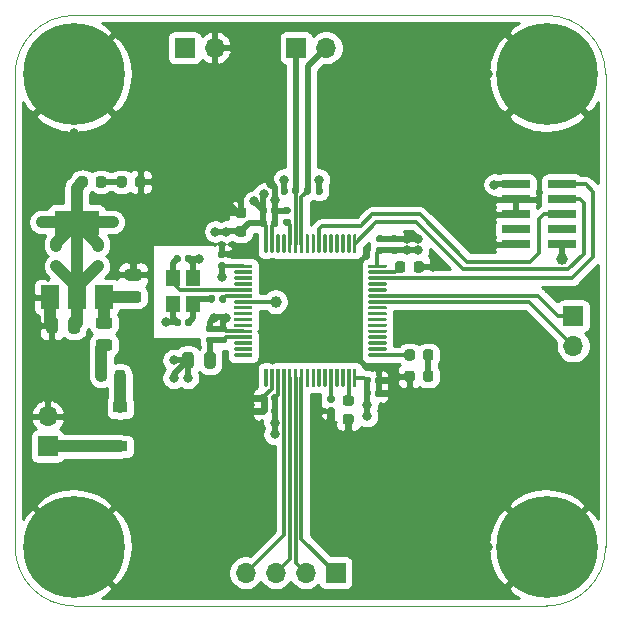
<source format=gbr>
%TF.GenerationSoftware,KiCad,Pcbnew,(5.1.7)-1*%
%TF.CreationDate,2020-10-04T21:24:07-05:00*%
%TF.ProjectId,STM32F4_Breakout,53544d33-3246-4345-9f42-7265616b6f75,rev?*%
%TF.SameCoordinates,Original*%
%TF.FileFunction,Copper,L1,Top*%
%TF.FilePolarity,Positive*%
%FSLAX46Y46*%
G04 Gerber Fmt 4.6, Leading zero omitted, Abs format (unit mm)*
G04 Created by KiCad (PCBNEW (5.1.7)-1) date 2020-10-04 21:24:07*
%MOMM*%
%LPD*%
G01*
G04 APERTURE LIST*
%TA.AperFunction,Profile*%
%ADD10C,0.050000*%
%TD*%
%TA.AperFunction,SMDPad,CuDef*%
%ADD11R,1.200000X0.900000*%
%TD*%
%TA.AperFunction,ComponentPad*%
%ADD12C,0.900000*%
%TD*%
%TA.AperFunction,ComponentPad*%
%ADD13C,8.600000*%
%TD*%
%TA.AperFunction,SMDPad,CuDef*%
%ADD14R,1.200000X1.400000*%
%TD*%
%TA.AperFunction,ComponentPad*%
%ADD15O,1.700000X1.700000*%
%TD*%
%TA.AperFunction,ComponentPad*%
%ADD16R,1.700000X1.700000*%
%TD*%
%TA.AperFunction,SMDPad,CuDef*%
%ADD17R,2.400000X0.740000*%
%TD*%
%TA.AperFunction,SMDPad,CuDef*%
%ADD18R,3.800000X2.000000*%
%TD*%
%TA.AperFunction,SMDPad,CuDef*%
%ADD19R,1.500000X2.000000*%
%TD*%
%TA.AperFunction,ViaPad*%
%ADD20C,0.800000*%
%TD*%
%TA.AperFunction,ViaPad*%
%ADD21C,1.000000*%
%TD*%
%TA.AperFunction,Conductor*%
%ADD22C,1.000000*%
%TD*%
%TA.AperFunction,Conductor*%
%ADD23C,0.500000*%
%TD*%
%TA.AperFunction,Conductor*%
%ADD24C,0.300000*%
%TD*%
%TA.AperFunction,Conductor*%
%ADD25C,0.254000*%
%TD*%
%TA.AperFunction,Conductor*%
%ADD26C,0.350000*%
%TD*%
G04 APERTURE END LIST*
D10*
X70000000Y-65000000D02*
G75*
G02*
X65000000Y-70000000I-5000000J0D01*
G01*
X25000000Y-70000000D02*
G75*
G02*
X20000000Y-65000000I0J5000000D01*
G01*
X20000000Y-25000000D02*
G75*
G02*
X25000000Y-20000000I5000000J0D01*
G01*
X65000000Y-20000000D02*
G75*
G02*
X70000000Y-25000000I0J-5000000D01*
G01*
X20000000Y-65000000D02*
X20000000Y-25000000D01*
X65000000Y-70000000D02*
X25000000Y-70000000D01*
X70000000Y-25000000D02*
X70000000Y-65000000D01*
X25000000Y-20000000D02*
X65000000Y-20000000D01*
%TO.P,C1,1*%
%TO.N,Net-(C1-Pad1)*%
%TA.AperFunction,SMDPad,CuDef*%
G36*
G01*
X30456250Y-44325000D02*
X29543750Y-44325000D01*
G75*
G02*
X29300000Y-44081250I0J243750D01*
G01*
X29300000Y-43593750D01*
G75*
G02*
X29543750Y-43350000I243750J0D01*
G01*
X30456250Y-43350000D01*
G75*
G02*
X30700000Y-43593750I0J-243750D01*
G01*
X30700000Y-44081250D01*
G75*
G02*
X30456250Y-44325000I-243750J0D01*
G01*
G37*
%TD.AperFunction*%
%TO.P,C1,2*%
%TO.N,GND*%
%TA.AperFunction,SMDPad,CuDef*%
G36*
G01*
X30456250Y-42450000D02*
X29543750Y-42450000D01*
G75*
G02*
X29300000Y-42206250I0J243750D01*
G01*
X29300000Y-41718750D01*
G75*
G02*
X29543750Y-41475000I243750J0D01*
G01*
X30456250Y-41475000D01*
G75*
G02*
X30700000Y-41718750I0J-243750D01*
G01*
X30700000Y-42206250D01*
G75*
G02*
X30456250Y-42450000I-243750J0D01*
G01*
G37*
%TD.AperFunction*%
%TD*%
%TO.P,C2,2*%
%TO.N,GND*%
%TA.AperFunction,SMDPad,CuDef*%
G36*
G01*
X23612500Y-45793750D02*
X23612500Y-46706250D01*
G75*
G02*
X23368750Y-46950000I-243750J0D01*
G01*
X22881250Y-46950000D01*
G75*
G02*
X22637500Y-46706250I0J243750D01*
G01*
X22637500Y-45793750D01*
G75*
G02*
X22881250Y-45550000I243750J0D01*
G01*
X23368750Y-45550000D01*
G75*
G02*
X23612500Y-45793750I0J-243750D01*
G01*
G37*
%TD.AperFunction*%
%TO.P,C2,1*%
%TO.N,+3V3*%
%TA.AperFunction,SMDPad,CuDef*%
G36*
G01*
X25487500Y-45793750D02*
X25487500Y-46706250D01*
G75*
G02*
X25243750Y-46950000I-243750J0D01*
G01*
X24756250Y-46950000D01*
G75*
G02*
X24512500Y-46706250I0J243750D01*
G01*
X24512500Y-45793750D01*
G75*
G02*
X24756250Y-45550000I243750J0D01*
G01*
X25243750Y-45550000D01*
G75*
G02*
X25487500Y-45793750I0J-243750D01*
G01*
G37*
%TD.AperFunction*%
%TD*%
%TO.P,C3,1*%
%TO.N,+3V3*%
%TA.AperFunction,SMDPad,CuDef*%
G36*
G01*
X39356250Y-38725000D02*
X38843750Y-38725000D01*
G75*
G02*
X38625000Y-38506250I0J218750D01*
G01*
X38625000Y-38068750D01*
G75*
G02*
X38843750Y-37850000I218750J0D01*
G01*
X39356250Y-37850000D01*
G75*
G02*
X39575000Y-38068750I0J-218750D01*
G01*
X39575000Y-38506250D01*
G75*
G02*
X39356250Y-38725000I-218750J0D01*
G01*
G37*
%TD.AperFunction*%
%TO.P,C3,2*%
%TO.N,GND*%
%TA.AperFunction,SMDPad,CuDef*%
G36*
G01*
X39356250Y-37150000D02*
X38843750Y-37150000D01*
G75*
G02*
X38625000Y-36931250I0J218750D01*
G01*
X38625000Y-36493750D01*
G75*
G02*
X38843750Y-36275000I218750J0D01*
G01*
X39356250Y-36275000D01*
G75*
G02*
X39575000Y-36493750I0J-218750D01*
G01*
X39575000Y-36931250D01*
G75*
G02*
X39356250Y-37150000I-218750J0D01*
G01*
G37*
%TD.AperFunction*%
%TD*%
%TO.P,C4,2*%
%TO.N,GND*%
%TA.AperFunction,SMDPad,CuDef*%
G36*
G01*
X37672500Y-40525000D02*
X37327500Y-40525000D01*
G75*
G02*
X37180000Y-40377500I0J147500D01*
G01*
X37180000Y-40082500D01*
G75*
G02*
X37327500Y-39935000I147500J0D01*
G01*
X37672500Y-39935000D01*
G75*
G02*
X37820000Y-40082500I0J-147500D01*
G01*
X37820000Y-40377500D01*
G75*
G02*
X37672500Y-40525000I-147500J0D01*
G01*
G37*
%TD.AperFunction*%
%TO.P,C4,1*%
%TO.N,+3V3*%
%TA.AperFunction,SMDPad,CuDef*%
G36*
G01*
X37672500Y-41495000D02*
X37327500Y-41495000D01*
G75*
G02*
X37180000Y-41347500I0J147500D01*
G01*
X37180000Y-41052500D01*
G75*
G02*
X37327500Y-40905000I147500J0D01*
G01*
X37672500Y-40905000D01*
G75*
G02*
X37820000Y-41052500I0J-147500D01*
G01*
X37820000Y-41347500D01*
G75*
G02*
X37672500Y-41495000I-147500J0D01*
G01*
G37*
%TD.AperFunction*%
%TD*%
%TO.P,C5,1*%
%TO.N,+3V3*%
%TA.AperFunction,SMDPad,CuDef*%
G36*
G01*
X42280000Y-52227500D02*
X42280000Y-52572500D01*
G75*
G02*
X42132500Y-52720000I-147500J0D01*
G01*
X41837500Y-52720000D01*
G75*
G02*
X41690000Y-52572500I0J147500D01*
G01*
X41690000Y-52227500D01*
G75*
G02*
X41837500Y-52080000I147500J0D01*
G01*
X42132500Y-52080000D01*
G75*
G02*
X42280000Y-52227500I0J-147500D01*
G01*
G37*
%TD.AperFunction*%
%TO.P,C5,2*%
%TO.N,GND*%
%TA.AperFunction,SMDPad,CuDef*%
G36*
G01*
X41310000Y-52227500D02*
X41310000Y-52572500D01*
G75*
G02*
X41162500Y-52720000I-147500J0D01*
G01*
X40867500Y-52720000D01*
G75*
G02*
X40720000Y-52572500I0J147500D01*
G01*
X40720000Y-52227500D01*
G75*
G02*
X40867500Y-52080000I147500J0D01*
G01*
X41162500Y-52080000D01*
G75*
G02*
X41310000Y-52227500I0J-147500D01*
G01*
G37*
%TD.AperFunction*%
%TD*%
%TO.P,C6,2*%
%TO.N,GND*%
%TA.AperFunction,SMDPad,CuDef*%
G36*
G01*
X41310000Y-53327500D02*
X41310000Y-53672500D01*
G75*
G02*
X41162500Y-53820000I-147500J0D01*
G01*
X40867500Y-53820000D01*
G75*
G02*
X40720000Y-53672500I0J147500D01*
G01*
X40720000Y-53327500D01*
G75*
G02*
X40867500Y-53180000I147500J0D01*
G01*
X41162500Y-53180000D01*
G75*
G02*
X41310000Y-53327500I0J-147500D01*
G01*
G37*
%TD.AperFunction*%
%TO.P,C6,1*%
%TO.N,+3V3*%
%TA.AperFunction,SMDPad,CuDef*%
G36*
G01*
X42280000Y-53327500D02*
X42280000Y-53672500D01*
G75*
G02*
X42132500Y-53820000I-147500J0D01*
G01*
X41837500Y-53820000D01*
G75*
G02*
X41690000Y-53672500I0J147500D01*
G01*
X41690000Y-53327500D01*
G75*
G02*
X41837500Y-53180000I147500J0D01*
G01*
X42132500Y-53180000D01*
G75*
G02*
X42280000Y-53327500I0J-147500D01*
G01*
G37*
%TD.AperFunction*%
%TD*%
%TO.P,C7,1*%
%TO.N,+3V3*%
%TA.AperFunction,SMDPad,CuDef*%
G36*
G01*
X49505000Y-51072500D02*
X49505000Y-50727500D01*
G75*
G02*
X49652500Y-50580000I147500J0D01*
G01*
X49947500Y-50580000D01*
G75*
G02*
X50095000Y-50727500I0J-147500D01*
G01*
X50095000Y-51072500D01*
G75*
G02*
X49947500Y-51220000I-147500J0D01*
G01*
X49652500Y-51220000D01*
G75*
G02*
X49505000Y-51072500I0J147500D01*
G01*
G37*
%TD.AperFunction*%
%TO.P,C7,2*%
%TO.N,GND*%
%TA.AperFunction,SMDPad,CuDef*%
G36*
G01*
X50475000Y-51072500D02*
X50475000Y-50727500D01*
G75*
G02*
X50622500Y-50580000I147500J0D01*
G01*
X50917500Y-50580000D01*
G75*
G02*
X51065000Y-50727500I0J-147500D01*
G01*
X51065000Y-51072500D01*
G75*
G02*
X50917500Y-51220000I-147500J0D01*
G01*
X50622500Y-51220000D01*
G75*
G02*
X50475000Y-51072500I0J147500D01*
G01*
G37*
%TD.AperFunction*%
%TD*%
%TO.P,C8,2*%
%TO.N,GND*%
%TA.AperFunction,SMDPad,CuDef*%
G36*
G01*
X50475000Y-52172500D02*
X50475000Y-51827500D01*
G75*
G02*
X50622500Y-51680000I147500J0D01*
G01*
X50917500Y-51680000D01*
G75*
G02*
X51065000Y-51827500I0J-147500D01*
G01*
X51065000Y-52172500D01*
G75*
G02*
X50917500Y-52320000I-147500J0D01*
G01*
X50622500Y-52320000D01*
G75*
G02*
X50475000Y-52172500I0J147500D01*
G01*
G37*
%TD.AperFunction*%
%TO.P,C8,1*%
%TO.N,+3V3*%
%TA.AperFunction,SMDPad,CuDef*%
G36*
G01*
X49505000Y-52172500D02*
X49505000Y-51827500D01*
G75*
G02*
X49652500Y-51680000I147500J0D01*
G01*
X49947500Y-51680000D01*
G75*
G02*
X50095000Y-51827500I0J-147500D01*
G01*
X50095000Y-52172500D01*
G75*
G02*
X49947500Y-52320000I-147500J0D01*
G01*
X49652500Y-52320000D01*
G75*
G02*
X49505000Y-52172500I0J147500D01*
G01*
G37*
%TD.AperFunction*%
%TD*%
%TO.P,C9,1*%
%TO.N,+3V3*%
%TA.AperFunction,SMDPad,CuDef*%
G36*
G01*
X51072500Y-40180000D02*
X50727500Y-40180000D01*
G75*
G02*
X50580000Y-40032500I0J147500D01*
G01*
X50580000Y-39737500D01*
G75*
G02*
X50727500Y-39590000I147500J0D01*
G01*
X51072500Y-39590000D01*
G75*
G02*
X51220000Y-39737500I0J-147500D01*
G01*
X51220000Y-40032500D01*
G75*
G02*
X51072500Y-40180000I-147500J0D01*
G01*
G37*
%TD.AperFunction*%
%TO.P,C9,2*%
%TO.N,GND*%
%TA.AperFunction,SMDPad,CuDef*%
G36*
G01*
X51072500Y-39210000D02*
X50727500Y-39210000D01*
G75*
G02*
X50580000Y-39062500I0J147500D01*
G01*
X50580000Y-38767500D01*
G75*
G02*
X50727500Y-38620000I147500J0D01*
G01*
X51072500Y-38620000D01*
G75*
G02*
X51220000Y-38767500I0J-147500D01*
G01*
X51220000Y-39062500D01*
G75*
G02*
X51072500Y-39210000I-147500J0D01*
G01*
G37*
%TD.AperFunction*%
%TD*%
%TO.P,C10,1*%
%TO.N,+3V3*%
%TA.AperFunction,SMDPad,CuDef*%
G36*
G01*
X52272500Y-40195000D02*
X51927500Y-40195000D01*
G75*
G02*
X51780000Y-40047500I0J147500D01*
G01*
X51780000Y-39752500D01*
G75*
G02*
X51927500Y-39605000I147500J0D01*
G01*
X52272500Y-39605000D01*
G75*
G02*
X52420000Y-39752500I0J-147500D01*
G01*
X52420000Y-40047500D01*
G75*
G02*
X52272500Y-40195000I-147500J0D01*
G01*
G37*
%TD.AperFunction*%
%TO.P,C10,2*%
%TO.N,GND*%
%TA.AperFunction,SMDPad,CuDef*%
G36*
G01*
X52272500Y-39225000D02*
X51927500Y-39225000D01*
G75*
G02*
X51780000Y-39077500I0J147500D01*
G01*
X51780000Y-38782500D01*
G75*
G02*
X51927500Y-38635000I147500J0D01*
G01*
X52272500Y-38635000D01*
G75*
G02*
X52420000Y-38782500I0J-147500D01*
G01*
X52420000Y-39077500D01*
G75*
G02*
X52272500Y-39225000I-147500J0D01*
G01*
G37*
%TD.AperFunction*%
%TD*%
%TO.P,C11,2*%
%TO.N,GND*%
%TA.AperFunction,SMDPad,CuDef*%
G36*
G01*
X41690000Y-37772500D02*
X41690000Y-37427500D01*
G75*
G02*
X41837500Y-37280000I147500J0D01*
G01*
X42132500Y-37280000D01*
G75*
G02*
X42280000Y-37427500I0J-147500D01*
G01*
X42280000Y-37772500D01*
G75*
G02*
X42132500Y-37920000I-147500J0D01*
G01*
X41837500Y-37920000D01*
G75*
G02*
X41690000Y-37772500I0J147500D01*
G01*
G37*
%TD.AperFunction*%
%TO.P,C11,1*%
%TO.N,+3V3*%
%TA.AperFunction,SMDPad,CuDef*%
G36*
G01*
X40720000Y-37772500D02*
X40720000Y-37427500D01*
G75*
G02*
X40867500Y-37280000I147500J0D01*
G01*
X41162500Y-37280000D01*
G75*
G02*
X41310000Y-37427500I0J-147500D01*
G01*
X41310000Y-37772500D01*
G75*
G02*
X41162500Y-37920000I-147500J0D01*
G01*
X40867500Y-37920000D01*
G75*
G02*
X40720000Y-37772500I0J147500D01*
G01*
G37*
%TD.AperFunction*%
%TD*%
%TO.P,C12,1*%
%TO.N,+3V3*%
%TA.AperFunction,SMDPad,CuDef*%
G36*
G01*
X40720000Y-36672500D02*
X40720000Y-36327500D01*
G75*
G02*
X40867500Y-36180000I147500J0D01*
G01*
X41162500Y-36180000D01*
G75*
G02*
X41310000Y-36327500I0J-147500D01*
G01*
X41310000Y-36672500D01*
G75*
G02*
X41162500Y-36820000I-147500J0D01*
G01*
X40867500Y-36820000D01*
G75*
G02*
X40720000Y-36672500I0J147500D01*
G01*
G37*
%TD.AperFunction*%
%TO.P,C12,2*%
%TO.N,GND*%
%TA.AperFunction,SMDPad,CuDef*%
G36*
G01*
X41690000Y-36672500D02*
X41690000Y-36327500D01*
G75*
G02*
X41837500Y-36180000I147500J0D01*
G01*
X42132500Y-36180000D01*
G75*
G02*
X42280000Y-36327500I0J-147500D01*
G01*
X42280000Y-36672500D01*
G75*
G02*
X42132500Y-36820000I-147500J0D01*
G01*
X41837500Y-36820000D01*
G75*
G02*
X41690000Y-36672500I0J147500D01*
G01*
G37*
%TD.AperFunction*%
%TD*%
%TO.P,C13,2*%
%TO.N,GND*%
%TA.AperFunction,SMDPad,CuDef*%
G36*
G01*
X36672500Y-46810000D02*
X36327500Y-46810000D01*
G75*
G02*
X36180000Y-46662500I0J147500D01*
G01*
X36180000Y-46367500D01*
G75*
G02*
X36327500Y-46220000I147500J0D01*
G01*
X36672500Y-46220000D01*
G75*
G02*
X36820000Y-46367500I0J-147500D01*
G01*
X36820000Y-46662500D01*
G75*
G02*
X36672500Y-46810000I-147500J0D01*
G01*
G37*
%TD.AperFunction*%
%TO.P,C13,1*%
%TO.N,+3.3VA*%
%TA.AperFunction,SMDPad,CuDef*%
G36*
G01*
X36672500Y-47780000D02*
X36327500Y-47780000D01*
G75*
G02*
X36180000Y-47632500I0J147500D01*
G01*
X36180000Y-47337500D01*
G75*
G02*
X36327500Y-47190000I147500J0D01*
G01*
X36672500Y-47190000D01*
G75*
G02*
X36820000Y-47337500I0J-147500D01*
G01*
X36820000Y-47632500D01*
G75*
G02*
X36672500Y-47780000I-147500J0D01*
G01*
G37*
%TD.AperFunction*%
%TD*%
%TO.P,C14,2*%
%TO.N,GND*%
%TA.AperFunction,SMDPad,CuDef*%
G36*
G01*
X37772500Y-46810000D02*
X37427500Y-46810000D01*
G75*
G02*
X37280000Y-46662500I0J147500D01*
G01*
X37280000Y-46367500D01*
G75*
G02*
X37427500Y-46220000I147500J0D01*
G01*
X37772500Y-46220000D01*
G75*
G02*
X37920000Y-46367500I0J-147500D01*
G01*
X37920000Y-46662500D01*
G75*
G02*
X37772500Y-46810000I-147500J0D01*
G01*
G37*
%TD.AperFunction*%
%TO.P,C14,1*%
%TO.N,+3.3VA*%
%TA.AperFunction,SMDPad,CuDef*%
G36*
G01*
X37772500Y-47780000D02*
X37427500Y-47780000D01*
G75*
G02*
X37280000Y-47632500I0J147500D01*
G01*
X37280000Y-47337500D01*
G75*
G02*
X37427500Y-47190000I147500J0D01*
G01*
X37772500Y-47190000D01*
G75*
G02*
X37920000Y-47337500I0J-147500D01*
G01*
X37920000Y-47632500D01*
G75*
G02*
X37772500Y-47780000I-147500J0D01*
G01*
G37*
%TD.AperFunction*%
%TD*%
%TO.P,C15,2*%
%TO.N,GND*%
%TA.AperFunction,SMDPad,CuDef*%
G36*
G01*
X47943750Y-53750000D02*
X48456250Y-53750000D01*
G75*
G02*
X48675000Y-53968750I0J-218750D01*
G01*
X48675000Y-54406250D01*
G75*
G02*
X48456250Y-54625000I-218750J0D01*
G01*
X47943750Y-54625000D01*
G75*
G02*
X47725000Y-54406250I0J218750D01*
G01*
X47725000Y-53968750D01*
G75*
G02*
X47943750Y-53750000I218750J0D01*
G01*
G37*
%TD.AperFunction*%
%TO.P,C15,1*%
%TO.N,Net-(C15-Pad1)*%
%TA.AperFunction,SMDPad,CuDef*%
G36*
G01*
X47943750Y-52175000D02*
X48456250Y-52175000D01*
G75*
G02*
X48675000Y-52393750I0J-218750D01*
G01*
X48675000Y-52831250D01*
G75*
G02*
X48456250Y-53050000I-218750J0D01*
G01*
X47943750Y-53050000D01*
G75*
G02*
X47725000Y-52831250I0J218750D01*
G01*
X47725000Y-52393750D01*
G75*
G02*
X47943750Y-52175000I218750J0D01*
G01*
G37*
%TD.AperFunction*%
%TD*%
%TO.P,C16,1*%
%TO.N,Net-(C16-Pad1)*%
%TA.AperFunction,SMDPad,CuDef*%
G36*
G01*
X52162500Y-41556250D02*
X52162500Y-41043750D01*
G75*
G02*
X52381250Y-40825000I218750J0D01*
G01*
X52818750Y-40825000D01*
G75*
G02*
X53037500Y-41043750I0J-218750D01*
G01*
X53037500Y-41556250D01*
G75*
G02*
X52818750Y-41775000I-218750J0D01*
G01*
X52381250Y-41775000D01*
G75*
G02*
X52162500Y-41556250I0J218750D01*
G01*
G37*
%TD.AperFunction*%
%TO.P,C16,2*%
%TO.N,GND*%
%TA.AperFunction,SMDPad,CuDef*%
G36*
G01*
X53737500Y-41556250D02*
X53737500Y-41043750D01*
G75*
G02*
X53956250Y-40825000I218750J0D01*
G01*
X54393750Y-40825000D01*
G75*
G02*
X54612500Y-41043750I0J-218750D01*
G01*
X54612500Y-41556250D01*
G75*
G02*
X54393750Y-41775000I-218750J0D01*
G01*
X53956250Y-41775000D01*
G75*
G02*
X53737500Y-41556250I0J218750D01*
G01*
G37*
%TD.AperFunction*%
%TD*%
%TO.P,C17,1*%
%TO.N,HSE_IN*%
%TA.AperFunction,SMDPad,CuDef*%
G36*
G01*
X33420000Y-40772500D02*
X33420000Y-40427500D01*
G75*
G02*
X33567500Y-40280000I147500J0D01*
G01*
X33862500Y-40280000D01*
G75*
G02*
X34010000Y-40427500I0J-147500D01*
G01*
X34010000Y-40772500D01*
G75*
G02*
X33862500Y-40920000I-147500J0D01*
G01*
X33567500Y-40920000D01*
G75*
G02*
X33420000Y-40772500I0J147500D01*
G01*
G37*
%TD.AperFunction*%
%TO.P,C17,2*%
%TO.N,GND*%
%TA.AperFunction,SMDPad,CuDef*%
G36*
G01*
X34390000Y-40772500D02*
X34390000Y-40427500D01*
G75*
G02*
X34537500Y-40280000I147500J0D01*
G01*
X34832500Y-40280000D01*
G75*
G02*
X34980000Y-40427500I0J-147500D01*
G01*
X34980000Y-40772500D01*
G75*
G02*
X34832500Y-40920000I-147500J0D01*
G01*
X34537500Y-40920000D01*
G75*
G02*
X34390000Y-40772500I0J147500D01*
G01*
G37*
%TD.AperFunction*%
%TD*%
%TO.P,C18,1*%
%TO.N,Net-(C18-Pad1)*%
%TA.AperFunction,SMDPad,CuDef*%
G36*
G01*
X34980000Y-45827500D02*
X34980000Y-46172500D01*
G75*
G02*
X34832500Y-46320000I-147500J0D01*
G01*
X34537500Y-46320000D01*
G75*
G02*
X34390000Y-46172500I0J147500D01*
G01*
X34390000Y-45827500D01*
G75*
G02*
X34537500Y-45680000I147500J0D01*
G01*
X34832500Y-45680000D01*
G75*
G02*
X34980000Y-45827500I0J-147500D01*
G01*
G37*
%TD.AperFunction*%
%TO.P,C18,2*%
%TO.N,GND*%
%TA.AperFunction,SMDPad,CuDef*%
G36*
G01*
X34010000Y-45827500D02*
X34010000Y-46172500D01*
G75*
G02*
X33862500Y-46320000I-147500J0D01*
G01*
X33567500Y-46320000D01*
G75*
G02*
X33420000Y-46172500I0J147500D01*
G01*
X33420000Y-45827500D01*
G75*
G02*
X33567500Y-45680000I147500J0D01*
G01*
X33862500Y-45680000D01*
G75*
G02*
X34010000Y-45827500I0J-147500D01*
G01*
G37*
%TD.AperFunction*%
%TD*%
D11*
%TO.P,D1,1*%
%TO.N,Net-(D1-Pad1)*%
X28900000Y-53200000D03*
%TO.P,D1,2*%
%TO.N,VCC*%
X28900000Y-56500000D03*
%TD*%
%TO.P,D2,1*%
%TO.N,Net-(D2-Pad1)*%
%TA.AperFunction,SMDPad,CuDef*%
G36*
G01*
X27712500Y-33843750D02*
X27712500Y-34356250D01*
G75*
G02*
X27493750Y-34575000I-218750J0D01*
G01*
X27056250Y-34575000D01*
G75*
G02*
X26837500Y-34356250I0J218750D01*
G01*
X26837500Y-33843750D01*
G75*
G02*
X27056250Y-33625000I218750J0D01*
G01*
X27493750Y-33625000D01*
G75*
G02*
X27712500Y-33843750I0J-218750D01*
G01*
G37*
%TD.AperFunction*%
%TO.P,D2,2*%
%TO.N,+3V3*%
%TA.AperFunction,SMDPad,CuDef*%
G36*
G01*
X26137500Y-33843750D02*
X26137500Y-34356250D01*
G75*
G02*
X25918750Y-34575000I-218750J0D01*
G01*
X25481250Y-34575000D01*
G75*
G02*
X25262500Y-34356250I0J218750D01*
G01*
X25262500Y-33843750D01*
G75*
G02*
X25481250Y-33625000I218750J0D01*
G01*
X25918750Y-33625000D01*
G75*
G02*
X26137500Y-33843750I0J-218750D01*
G01*
G37*
%TD.AperFunction*%
%TD*%
%TO.P,D3,2*%
%TO.N,Net-(D3-Pad2)*%
%TA.AperFunction,SMDPad,CuDef*%
G36*
G01*
X53837500Y-48493750D02*
X53837500Y-49006250D01*
G75*
G02*
X53618750Y-49225000I-218750J0D01*
G01*
X53181250Y-49225000D01*
G75*
G02*
X52962500Y-49006250I0J218750D01*
G01*
X52962500Y-48493750D01*
G75*
G02*
X53181250Y-48275000I218750J0D01*
G01*
X53618750Y-48275000D01*
G75*
G02*
X53837500Y-48493750I0J-218750D01*
G01*
G37*
%TD.AperFunction*%
%TO.P,D3,1*%
%TO.N,Net-(D3-Pad1)*%
%TA.AperFunction,SMDPad,CuDef*%
G36*
G01*
X55412500Y-48493750D02*
X55412500Y-49006250D01*
G75*
G02*
X55193750Y-49225000I-218750J0D01*
G01*
X54756250Y-49225000D01*
G75*
G02*
X54537500Y-49006250I0J218750D01*
G01*
X54537500Y-48493750D01*
G75*
G02*
X54756250Y-48275000I218750J0D01*
G01*
X55193750Y-48275000D01*
G75*
G02*
X55412500Y-48493750I0J-218750D01*
G01*
G37*
%TD.AperFunction*%
%TD*%
%TO.P,F1,1*%
%TO.N,Net-(D1-Pad1)*%
%TA.AperFunction,SMDPad,CuDef*%
G36*
G01*
X29325000Y-50243750D02*
X29325000Y-50756250D01*
G75*
G02*
X29106250Y-50975000I-218750J0D01*
G01*
X28668750Y-50975000D01*
G75*
G02*
X28450000Y-50756250I0J218750D01*
G01*
X28450000Y-50243750D01*
G75*
G02*
X28668750Y-50025000I218750J0D01*
G01*
X29106250Y-50025000D01*
G75*
G02*
X29325000Y-50243750I0J-218750D01*
G01*
G37*
%TD.AperFunction*%
%TO.P,F1,2*%
%TO.N,Net-(F1-Pad2)*%
%TA.AperFunction,SMDPad,CuDef*%
G36*
G01*
X27750000Y-50243750D02*
X27750000Y-50756250D01*
G75*
G02*
X27531250Y-50975000I-218750J0D01*
G01*
X27093750Y-50975000D01*
G75*
G02*
X26875000Y-50756250I0J218750D01*
G01*
X26875000Y-50243750D01*
G75*
G02*
X27093750Y-50025000I218750J0D01*
G01*
X27531250Y-50025000D01*
G75*
G02*
X27750000Y-50243750I0J-218750D01*
G01*
G37*
%TD.AperFunction*%
%TD*%
%TO.P,FB1,1*%
%TO.N,Net-(C1-Pad1)*%
%TA.AperFunction,SMDPad,CuDef*%
G36*
G01*
X27073750Y-45552500D02*
X27986250Y-45552500D01*
G75*
G02*
X28230000Y-45796250I0J-243750D01*
G01*
X28230000Y-46283750D01*
G75*
G02*
X27986250Y-46527500I-243750J0D01*
G01*
X27073750Y-46527500D01*
G75*
G02*
X26830000Y-46283750I0J243750D01*
G01*
X26830000Y-45796250D01*
G75*
G02*
X27073750Y-45552500I243750J0D01*
G01*
G37*
%TD.AperFunction*%
%TO.P,FB1,2*%
%TO.N,Net-(F1-Pad2)*%
%TA.AperFunction,SMDPad,CuDef*%
G36*
G01*
X27073750Y-47427500D02*
X27986250Y-47427500D01*
G75*
G02*
X28230000Y-47671250I0J-243750D01*
G01*
X28230000Y-48158750D01*
G75*
G02*
X27986250Y-48402500I-243750J0D01*
G01*
X27073750Y-48402500D01*
G75*
G02*
X26830000Y-48158750I0J243750D01*
G01*
X26830000Y-47671250D01*
G75*
G02*
X27073750Y-47427500I243750J0D01*
G01*
G37*
%TD.AperFunction*%
%TD*%
%TO.P,FB2,2*%
%TO.N,+3V3*%
%TA.AperFunction,SMDPad,CuDef*%
G36*
G01*
X35112500Y-48743750D02*
X35112500Y-49656250D01*
G75*
G02*
X34868750Y-49900000I-243750J0D01*
G01*
X34381250Y-49900000D01*
G75*
G02*
X34137500Y-49656250I0J243750D01*
G01*
X34137500Y-48743750D01*
G75*
G02*
X34381250Y-48500000I243750J0D01*
G01*
X34868750Y-48500000D01*
G75*
G02*
X35112500Y-48743750I0J-243750D01*
G01*
G37*
%TD.AperFunction*%
%TO.P,FB2,1*%
%TO.N,+3.3VA*%
%TA.AperFunction,SMDPad,CuDef*%
G36*
G01*
X36987500Y-48743750D02*
X36987500Y-49656250D01*
G75*
G02*
X36743750Y-49900000I-243750J0D01*
G01*
X36256250Y-49900000D01*
G75*
G02*
X36012500Y-49656250I0J243750D01*
G01*
X36012500Y-48743750D01*
G75*
G02*
X36256250Y-48500000I243750J0D01*
G01*
X36743750Y-48500000D01*
G75*
G02*
X36987500Y-48743750I0J-243750D01*
G01*
G37*
%TD.AperFunction*%
%TD*%
D12*
%TO.P,H1,1*%
%TO.N,GND*%
X27280419Y-22719581D03*
X25000000Y-21775000D03*
X22719581Y-22719581D03*
X21775000Y-25000000D03*
X22719581Y-27280419D03*
X25000000Y-28225000D03*
X27280419Y-27280419D03*
X28225000Y-25000000D03*
D13*
X25000000Y-25000000D03*
%TD*%
%TO.P,H2,1*%
%TO.N,GND*%
X65000000Y-25000000D03*
D12*
X68225000Y-25000000D03*
X67280419Y-27280419D03*
X65000000Y-28225000D03*
X62719581Y-27280419D03*
X61775000Y-25000000D03*
X62719581Y-22719581D03*
X65000000Y-21775000D03*
X67280419Y-22719581D03*
%TD*%
%TO.P,H3,1*%
%TO.N,GND*%
X67280419Y-62719581D03*
X65000000Y-61775000D03*
X62719581Y-62719581D03*
X61775000Y-65000000D03*
X62719581Y-67280419D03*
X65000000Y-68225000D03*
X67280419Y-67280419D03*
X68225000Y-65000000D03*
D13*
X65000000Y-65000000D03*
%TD*%
%TO.P,H4,1*%
%TO.N,GND*%
X25000000Y-65000000D03*
D12*
X28225000Y-65000000D03*
X27280419Y-67280419D03*
X25000000Y-68225000D03*
X22719581Y-67280419D03*
X21775000Y-65000000D03*
X22719581Y-62719581D03*
X25000000Y-61775000D03*
X27280419Y-62719581D03*
%TD*%
D14*
%TO.P,HSE1,1*%
%TO.N,HSE_IN*%
X33350000Y-42200000D03*
%TO.P,HSE1,2*%
%TO.N,GND*%
X33350000Y-44400000D03*
%TO.P,HSE1,3*%
%TO.N,Net-(C18-Pad1)*%
X35050000Y-44400000D03*
%TO.P,HSE1,4*%
%TO.N,GND*%
X35050000Y-42200000D03*
%TD*%
D15*
%TO.P,J1,2*%
%TO.N,GND*%
X22750000Y-53960000D03*
D16*
%TO.P,J1,1*%
%TO.N,VCC*%
X22750000Y-56500000D03*
%TD*%
D15*
%TO.P,J2,2*%
%TO.N,USART1_TX*%
X67250000Y-47990000D03*
D16*
%TO.P,J2,1*%
%TO.N,USART1_RX*%
X67250000Y-45450000D03*
%TD*%
%TO.P,J3,1*%
%TO.N,+3V3*%
X34350000Y-22750000D03*
D15*
%TO.P,J3,2*%
%TO.N,GND*%
X36890000Y-22750000D03*
%TD*%
D17*
%TO.P,J4,1*%
%TO.N,+3V3*%
X62400000Y-34310000D03*
%TO.P,J4,2*%
%TO.N,SWDIO*%
X66300000Y-34310000D03*
%TO.P,J4,3*%
%TO.N,GND*%
X62400000Y-35580000D03*
%TO.P,J4,4*%
%TO.N,SWCLK*%
X66300000Y-35580000D03*
%TO.P,J4,5*%
%TO.N,GND*%
X62400000Y-36850000D03*
%TO.P,J4,6*%
%TO.N,SWO*%
X66300000Y-36850000D03*
%TO.P,J4,7*%
%TO.N,Net-(J4-Pad7)*%
X62400000Y-38120000D03*
%TO.P,J4,8*%
%TO.N,Net-(J4-Pad8)*%
X66300000Y-38120000D03*
%TO.P,J4,9*%
%TO.N,GND*%
X62400000Y-39390000D03*
%TO.P,J4,10*%
%TO.N,NRST*%
X66300000Y-39390000D03*
%TD*%
D16*
%TO.P,J5,1*%
%TO.N,I2C1_SDA*%
X43800000Y-22750000D03*
D15*
%TO.P,J5,2*%
%TO.N,I2C1_SCL*%
X46340000Y-22750000D03*
%TD*%
D16*
%TO.P,J6,1*%
%TO.N,SPI1_MOSI*%
X47150000Y-67200000D03*
D15*
%TO.P,J6,2*%
%TO.N,SPI1_MISO*%
X44610000Y-67200000D03*
%TO.P,J6,3*%
%TO.N,SPI1_SCK*%
X42070000Y-67200000D03*
%TO.P,J6,4*%
%TO.N,SPI1_CS*%
X39530000Y-67200000D03*
%TD*%
%TO.P,R1,1*%
%TO.N,Net-(D2-Pad1)*%
%TA.AperFunction,SMDPad,CuDef*%
G36*
G01*
X28575000Y-34356250D02*
X28575000Y-33843750D01*
G75*
G02*
X28793750Y-33625000I218750J0D01*
G01*
X29231250Y-33625000D01*
G75*
G02*
X29450000Y-33843750I0J-218750D01*
G01*
X29450000Y-34356250D01*
G75*
G02*
X29231250Y-34575000I-218750J0D01*
G01*
X28793750Y-34575000D01*
G75*
G02*
X28575000Y-34356250I0J218750D01*
G01*
G37*
%TD.AperFunction*%
%TO.P,R1,2*%
%TO.N,GND*%
%TA.AperFunction,SMDPad,CuDef*%
G36*
G01*
X30150000Y-34356250D02*
X30150000Y-33843750D01*
G75*
G02*
X30368750Y-33625000I218750J0D01*
G01*
X30806250Y-33625000D01*
G75*
G02*
X31025000Y-33843750I0J-218750D01*
G01*
X31025000Y-34356250D01*
G75*
G02*
X30806250Y-34575000I-218750J0D01*
G01*
X30368750Y-34575000D01*
G75*
G02*
X30150000Y-34356250I0J218750D01*
G01*
G37*
%TD.AperFunction*%
%TD*%
%TO.P,R2,2*%
%TO.N,GND*%
%TA.AperFunction,SMDPad,CuDef*%
G36*
G01*
X43172500Y-36825000D02*
X42827500Y-36825000D01*
G75*
G02*
X42680000Y-36677500I0J147500D01*
G01*
X42680000Y-36382500D01*
G75*
G02*
X42827500Y-36235000I147500J0D01*
G01*
X43172500Y-36235000D01*
G75*
G02*
X43320000Y-36382500I0J-147500D01*
G01*
X43320000Y-36677500D01*
G75*
G02*
X43172500Y-36825000I-147500J0D01*
G01*
G37*
%TD.AperFunction*%
%TO.P,R2,1*%
%TO.N,BOOT0*%
%TA.AperFunction,SMDPad,CuDef*%
G36*
G01*
X43172500Y-37795000D02*
X42827500Y-37795000D01*
G75*
G02*
X42680000Y-37647500I0J147500D01*
G01*
X42680000Y-37352500D01*
G75*
G02*
X42827500Y-37205000I147500J0D01*
G01*
X43172500Y-37205000D01*
G75*
G02*
X43320000Y-37352500I0J-147500D01*
G01*
X43320000Y-37647500D01*
G75*
G02*
X43172500Y-37795000I-147500J0D01*
G01*
G37*
%TD.AperFunction*%
%TD*%
%TO.P,R3,1*%
%TO.N,BOOT1*%
%TA.AperFunction,SMDPad,CuDef*%
G36*
G01*
X46577500Y-52205000D02*
X46922500Y-52205000D01*
G75*
G02*
X47070000Y-52352500I0J-147500D01*
G01*
X47070000Y-52647500D01*
G75*
G02*
X46922500Y-52795000I-147500J0D01*
G01*
X46577500Y-52795000D01*
G75*
G02*
X46430000Y-52647500I0J147500D01*
G01*
X46430000Y-52352500D01*
G75*
G02*
X46577500Y-52205000I147500J0D01*
G01*
G37*
%TD.AperFunction*%
%TO.P,R3,2*%
%TO.N,GND*%
%TA.AperFunction,SMDPad,CuDef*%
G36*
G01*
X46577500Y-53175000D02*
X46922500Y-53175000D01*
G75*
G02*
X47070000Y-53322500I0J-147500D01*
G01*
X47070000Y-53617500D01*
G75*
G02*
X46922500Y-53765000I-147500J0D01*
G01*
X46577500Y-53765000D01*
G75*
G02*
X46430000Y-53617500I0J147500D01*
G01*
X46430000Y-53322500D01*
G75*
G02*
X46577500Y-53175000I147500J0D01*
G01*
G37*
%TD.AperFunction*%
%TD*%
%TO.P,R4,2*%
%TO.N,I2C1_SCL*%
%TA.AperFunction,SMDPad,CuDef*%
G36*
G01*
X45060000Y-34677500D02*
X45060000Y-35022500D01*
G75*
G02*
X44912500Y-35170000I-147500J0D01*
G01*
X44617500Y-35170000D01*
G75*
G02*
X44470000Y-35022500I0J147500D01*
G01*
X44470000Y-34677500D01*
G75*
G02*
X44617500Y-34530000I147500J0D01*
G01*
X44912500Y-34530000D01*
G75*
G02*
X45060000Y-34677500I0J-147500D01*
G01*
G37*
%TD.AperFunction*%
%TO.P,R4,1*%
%TO.N,+3V3*%
%TA.AperFunction,SMDPad,CuDef*%
G36*
G01*
X46030000Y-34677500D02*
X46030000Y-35022500D01*
G75*
G02*
X45882500Y-35170000I-147500J0D01*
G01*
X45587500Y-35170000D01*
G75*
G02*
X45440000Y-35022500I0J147500D01*
G01*
X45440000Y-34677500D01*
G75*
G02*
X45587500Y-34530000I147500J0D01*
G01*
X45882500Y-34530000D01*
G75*
G02*
X46030000Y-34677500I0J-147500D01*
G01*
G37*
%TD.AperFunction*%
%TD*%
%TO.P,R5,1*%
%TO.N,+3V3*%
%TA.AperFunction,SMDPad,CuDef*%
G36*
G01*
X42485000Y-35022500D02*
X42485000Y-34677500D01*
G75*
G02*
X42632500Y-34530000I147500J0D01*
G01*
X42927500Y-34530000D01*
G75*
G02*
X43075000Y-34677500I0J-147500D01*
G01*
X43075000Y-35022500D01*
G75*
G02*
X42927500Y-35170000I-147500J0D01*
G01*
X42632500Y-35170000D01*
G75*
G02*
X42485000Y-35022500I0J147500D01*
G01*
G37*
%TD.AperFunction*%
%TO.P,R5,2*%
%TO.N,I2C1_SDA*%
%TA.AperFunction,SMDPad,CuDef*%
G36*
G01*
X43455000Y-35022500D02*
X43455000Y-34677500D01*
G75*
G02*
X43602500Y-34530000I147500J0D01*
G01*
X43897500Y-34530000D01*
G75*
G02*
X44045000Y-34677500I0J-147500D01*
G01*
X44045000Y-35022500D01*
G75*
G02*
X43897500Y-35170000I-147500J0D01*
G01*
X43602500Y-35170000D01*
G75*
G02*
X43455000Y-35022500I0J147500D01*
G01*
G37*
%TD.AperFunction*%
%TD*%
%TO.P,R6,1*%
%TO.N,HSE_OUT*%
%TA.AperFunction,SMDPad,CuDef*%
G36*
G01*
X37895000Y-43827500D02*
X37895000Y-44172500D01*
G75*
G02*
X37747500Y-44320000I-147500J0D01*
G01*
X37452500Y-44320000D01*
G75*
G02*
X37305000Y-44172500I0J147500D01*
G01*
X37305000Y-43827500D01*
G75*
G02*
X37452500Y-43680000I147500J0D01*
G01*
X37747500Y-43680000D01*
G75*
G02*
X37895000Y-43827500I0J-147500D01*
G01*
G37*
%TD.AperFunction*%
%TO.P,R6,2*%
%TO.N,Net-(C18-Pad1)*%
%TA.AperFunction,SMDPad,CuDef*%
G36*
G01*
X36925000Y-43827500D02*
X36925000Y-44172500D01*
G75*
G02*
X36777500Y-44320000I-147500J0D01*
G01*
X36482500Y-44320000D01*
G75*
G02*
X36335000Y-44172500I0J147500D01*
G01*
X36335000Y-43827500D01*
G75*
G02*
X36482500Y-43680000I147500J0D01*
G01*
X36777500Y-43680000D01*
G75*
G02*
X36925000Y-43827500I0J-147500D01*
G01*
G37*
%TD.AperFunction*%
%TD*%
%TO.P,R7,2*%
%TO.N,GND*%
%TA.AperFunction,SMDPad,CuDef*%
G36*
G01*
X53837500Y-50293750D02*
X53837500Y-50806250D01*
G75*
G02*
X53618750Y-51025000I-218750J0D01*
G01*
X53181250Y-51025000D01*
G75*
G02*
X52962500Y-50806250I0J218750D01*
G01*
X52962500Y-50293750D01*
G75*
G02*
X53181250Y-50075000I218750J0D01*
G01*
X53618750Y-50075000D01*
G75*
G02*
X53837500Y-50293750I0J-218750D01*
G01*
G37*
%TD.AperFunction*%
%TO.P,R7,1*%
%TO.N,Net-(D3-Pad1)*%
%TA.AperFunction,SMDPad,CuDef*%
G36*
G01*
X55412500Y-50293750D02*
X55412500Y-50806250D01*
G75*
G02*
X55193750Y-51025000I-218750J0D01*
G01*
X54756250Y-51025000D01*
G75*
G02*
X54537500Y-50806250I0J218750D01*
G01*
X54537500Y-50293750D01*
G75*
G02*
X54756250Y-50075000I218750J0D01*
G01*
X55193750Y-50075000D01*
G75*
G02*
X55412500Y-50293750I0J-218750D01*
G01*
G37*
%TD.AperFunction*%
%TD*%
D18*
%TO.P,U1,2*%
%TO.N,+3V3*%
X25225001Y-37550000D03*
D19*
X25225001Y-43850000D03*
%TO.P,U1,3*%
%TO.N,Net-(C1-Pad1)*%
X27525001Y-43850000D03*
%TO.P,U1,1*%
%TO.N,GND*%
X22925001Y-43850000D03*
%TD*%
%TO.P,U2,1*%
%TO.N,+3V3*%
%TA.AperFunction,SMDPad,CuDef*%
G36*
G01*
X38550000Y-41325000D02*
X38550000Y-41175000D01*
G75*
G02*
X38625000Y-41100000I75000J0D01*
G01*
X40025000Y-41100000D01*
G75*
G02*
X40100000Y-41175000I0J-75000D01*
G01*
X40100000Y-41325000D01*
G75*
G02*
X40025000Y-41400000I-75000J0D01*
G01*
X38625000Y-41400000D01*
G75*
G02*
X38550000Y-41325000I0J75000D01*
G01*
G37*
%TD.AperFunction*%
%TO.P,U2,2*%
%TO.N,Net-(U2-Pad2)*%
%TA.AperFunction,SMDPad,CuDef*%
G36*
G01*
X38550000Y-41825000D02*
X38550000Y-41675000D01*
G75*
G02*
X38625000Y-41600000I75000J0D01*
G01*
X40025000Y-41600000D01*
G75*
G02*
X40100000Y-41675000I0J-75000D01*
G01*
X40100000Y-41825000D01*
G75*
G02*
X40025000Y-41900000I-75000J0D01*
G01*
X38625000Y-41900000D01*
G75*
G02*
X38550000Y-41825000I0J75000D01*
G01*
G37*
%TD.AperFunction*%
%TO.P,U2,3*%
%TO.N,Net-(U2-Pad3)*%
%TA.AperFunction,SMDPad,CuDef*%
G36*
G01*
X38550000Y-42325000D02*
X38550000Y-42175000D01*
G75*
G02*
X38625000Y-42100000I75000J0D01*
G01*
X40025000Y-42100000D01*
G75*
G02*
X40100000Y-42175000I0J-75000D01*
G01*
X40100000Y-42325000D01*
G75*
G02*
X40025000Y-42400000I-75000J0D01*
G01*
X38625000Y-42400000D01*
G75*
G02*
X38550000Y-42325000I0J75000D01*
G01*
G37*
%TD.AperFunction*%
%TO.P,U2,4*%
%TO.N,Net-(U2-Pad4)*%
%TA.AperFunction,SMDPad,CuDef*%
G36*
G01*
X38550000Y-42825000D02*
X38550000Y-42675000D01*
G75*
G02*
X38625000Y-42600000I75000J0D01*
G01*
X40025000Y-42600000D01*
G75*
G02*
X40100000Y-42675000I0J-75000D01*
G01*
X40100000Y-42825000D01*
G75*
G02*
X40025000Y-42900000I-75000J0D01*
G01*
X38625000Y-42900000D01*
G75*
G02*
X38550000Y-42825000I0J75000D01*
G01*
G37*
%TD.AperFunction*%
%TO.P,U2,5*%
%TO.N,HSE_IN*%
%TA.AperFunction,SMDPad,CuDef*%
G36*
G01*
X38550000Y-43325000D02*
X38550000Y-43175000D01*
G75*
G02*
X38625000Y-43100000I75000J0D01*
G01*
X40025000Y-43100000D01*
G75*
G02*
X40100000Y-43175000I0J-75000D01*
G01*
X40100000Y-43325000D01*
G75*
G02*
X40025000Y-43400000I-75000J0D01*
G01*
X38625000Y-43400000D01*
G75*
G02*
X38550000Y-43325000I0J75000D01*
G01*
G37*
%TD.AperFunction*%
%TO.P,U2,6*%
%TO.N,HSE_OUT*%
%TA.AperFunction,SMDPad,CuDef*%
G36*
G01*
X38550000Y-43825000D02*
X38550000Y-43675000D01*
G75*
G02*
X38625000Y-43600000I75000J0D01*
G01*
X40025000Y-43600000D01*
G75*
G02*
X40100000Y-43675000I0J-75000D01*
G01*
X40100000Y-43825000D01*
G75*
G02*
X40025000Y-43900000I-75000J0D01*
G01*
X38625000Y-43900000D01*
G75*
G02*
X38550000Y-43825000I0J75000D01*
G01*
G37*
%TD.AperFunction*%
%TO.P,U2,7*%
%TO.N,NRST*%
%TA.AperFunction,SMDPad,CuDef*%
G36*
G01*
X38550000Y-44325000D02*
X38550000Y-44175000D01*
G75*
G02*
X38625000Y-44100000I75000J0D01*
G01*
X40025000Y-44100000D01*
G75*
G02*
X40100000Y-44175000I0J-75000D01*
G01*
X40100000Y-44325000D01*
G75*
G02*
X40025000Y-44400000I-75000J0D01*
G01*
X38625000Y-44400000D01*
G75*
G02*
X38550000Y-44325000I0J75000D01*
G01*
G37*
%TD.AperFunction*%
%TO.P,U2,8*%
%TO.N,Net-(U2-Pad8)*%
%TA.AperFunction,SMDPad,CuDef*%
G36*
G01*
X38550000Y-44825000D02*
X38550000Y-44675000D01*
G75*
G02*
X38625000Y-44600000I75000J0D01*
G01*
X40025000Y-44600000D01*
G75*
G02*
X40100000Y-44675000I0J-75000D01*
G01*
X40100000Y-44825000D01*
G75*
G02*
X40025000Y-44900000I-75000J0D01*
G01*
X38625000Y-44900000D01*
G75*
G02*
X38550000Y-44825000I0J75000D01*
G01*
G37*
%TD.AperFunction*%
%TO.P,U2,9*%
%TO.N,Net-(U2-Pad9)*%
%TA.AperFunction,SMDPad,CuDef*%
G36*
G01*
X38550000Y-45325000D02*
X38550000Y-45175000D01*
G75*
G02*
X38625000Y-45100000I75000J0D01*
G01*
X40025000Y-45100000D01*
G75*
G02*
X40100000Y-45175000I0J-75000D01*
G01*
X40100000Y-45325000D01*
G75*
G02*
X40025000Y-45400000I-75000J0D01*
G01*
X38625000Y-45400000D01*
G75*
G02*
X38550000Y-45325000I0J75000D01*
G01*
G37*
%TD.AperFunction*%
%TO.P,U2,10*%
%TO.N,Net-(U2-Pad10)*%
%TA.AperFunction,SMDPad,CuDef*%
G36*
G01*
X38550000Y-45825000D02*
X38550000Y-45675000D01*
G75*
G02*
X38625000Y-45600000I75000J0D01*
G01*
X40025000Y-45600000D01*
G75*
G02*
X40100000Y-45675000I0J-75000D01*
G01*
X40100000Y-45825000D01*
G75*
G02*
X40025000Y-45900000I-75000J0D01*
G01*
X38625000Y-45900000D01*
G75*
G02*
X38550000Y-45825000I0J75000D01*
G01*
G37*
%TD.AperFunction*%
%TO.P,U2,11*%
%TO.N,Net-(U2-Pad11)*%
%TA.AperFunction,SMDPad,CuDef*%
G36*
G01*
X38550000Y-46325000D02*
X38550000Y-46175000D01*
G75*
G02*
X38625000Y-46100000I75000J0D01*
G01*
X40025000Y-46100000D01*
G75*
G02*
X40100000Y-46175000I0J-75000D01*
G01*
X40100000Y-46325000D01*
G75*
G02*
X40025000Y-46400000I-75000J0D01*
G01*
X38625000Y-46400000D01*
G75*
G02*
X38550000Y-46325000I0J75000D01*
G01*
G37*
%TD.AperFunction*%
%TO.P,U2,12*%
%TO.N,GND*%
%TA.AperFunction,SMDPad,CuDef*%
G36*
G01*
X38550000Y-46825000D02*
X38550000Y-46675000D01*
G75*
G02*
X38625000Y-46600000I75000J0D01*
G01*
X40025000Y-46600000D01*
G75*
G02*
X40100000Y-46675000I0J-75000D01*
G01*
X40100000Y-46825000D01*
G75*
G02*
X40025000Y-46900000I-75000J0D01*
G01*
X38625000Y-46900000D01*
G75*
G02*
X38550000Y-46825000I0J75000D01*
G01*
G37*
%TD.AperFunction*%
%TO.P,U2,13*%
%TO.N,+3.3VA*%
%TA.AperFunction,SMDPad,CuDef*%
G36*
G01*
X38550000Y-47325000D02*
X38550000Y-47175000D01*
G75*
G02*
X38625000Y-47100000I75000J0D01*
G01*
X40025000Y-47100000D01*
G75*
G02*
X40100000Y-47175000I0J-75000D01*
G01*
X40100000Y-47325000D01*
G75*
G02*
X40025000Y-47400000I-75000J0D01*
G01*
X38625000Y-47400000D01*
G75*
G02*
X38550000Y-47325000I0J75000D01*
G01*
G37*
%TD.AperFunction*%
%TO.P,U2,14*%
%TO.N,Net-(U2-Pad14)*%
%TA.AperFunction,SMDPad,CuDef*%
G36*
G01*
X38550000Y-47825000D02*
X38550000Y-47675000D01*
G75*
G02*
X38625000Y-47600000I75000J0D01*
G01*
X40025000Y-47600000D01*
G75*
G02*
X40100000Y-47675000I0J-75000D01*
G01*
X40100000Y-47825000D01*
G75*
G02*
X40025000Y-47900000I-75000J0D01*
G01*
X38625000Y-47900000D01*
G75*
G02*
X38550000Y-47825000I0J75000D01*
G01*
G37*
%TD.AperFunction*%
%TO.P,U2,15*%
%TO.N,Net-(U2-Pad15)*%
%TA.AperFunction,SMDPad,CuDef*%
G36*
G01*
X38550000Y-48325000D02*
X38550000Y-48175000D01*
G75*
G02*
X38625000Y-48100000I75000J0D01*
G01*
X40025000Y-48100000D01*
G75*
G02*
X40100000Y-48175000I0J-75000D01*
G01*
X40100000Y-48325000D01*
G75*
G02*
X40025000Y-48400000I-75000J0D01*
G01*
X38625000Y-48400000D01*
G75*
G02*
X38550000Y-48325000I0J75000D01*
G01*
G37*
%TD.AperFunction*%
%TO.P,U2,16*%
%TO.N,Net-(U2-Pad16)*%
%TA.AperFunction,SMDPad,CuDef*%
G36*
G01*
X38550000Y-48825000D02*
X38550000Y-48675000D01*
G75*
G02*
X38625000Y-48600000I75000J0D01*
G01*
X40025000Y-48600000D01*
G75*
G02*
X40100000Y-48675000I0J-75000D01*
G01*
X40100000Y-48825000D01*
G75*
G02*
X40025000Y-48900000I-75000J0D01*
G01*
X38625000Y-48900000D01*
G75*
G02*
X38550000Y-48825000I0J75000D01*
G01*
G37*
%TD.AperFunction*%
%TO.P,U2,17*%
%TO.N,Net-(U2-Pad17)*%
%TA.AperFunction,SMDPad,CuDef*%
G36*
G01*
X41100000Y-51375000D02*
X41100000Y-49975000D01*
G75*
G02*
X41175000Y-49900000I75000J0D01*
G01*
X41325000Y-49900000D01*
G75*
G02*
X41400000Y-49975000I0J-75000D01*
G01*
X41400000Y-51375000D01*
G75*
G02*
X41325000Y-51450000I-75000J0D01*
G01*
X41175000Y-51450000D01*
G75*
G02*
X41100000Y-51375000I0J75000D01*
G01*
G37*
%TD.AperFunction*%
%TO.P,U2,18*%
%TO.N,GND*%
%TA.AperFunction,SMDPad,CuDef*%
G36*
G01*
X41600000Y-51375000D02*
X41600000Y-49975000D01*
G75*
G02*
X41675000Y-49900000I75000J0D01*
G01*
X41825000Y-49900000D01*
G75*
G02*
X41900000Y-49975000I0J-75000D01*
G01*
X41900000Y-51375000D01*
G75*
G02*
X41825000Y-51450000I-75000J0D01*
G01*
X41675000Y-51450000D01*
G75*
G02*
X41600000Y-51375000I0J75000D01*
G01*
G37*
%TD.AperFunction*%
%TO.P,U2,19*%
%TO.N,+3V3*%
%TA.AperFunction,SMDPad,CuDef*%
G36*
G01*
X42100000Y-51375000D02*
X42100000Y-49975000D01*
G75*
G02*
X42175000Y-49900000I75000J0D01*
G01*
X42325000Y-49900000D01*
G75*
G02*
X42400000Y-49975000I0J-75000D01*
G01*
X42400000Y-51375000D01*
G75*
G02*
X42325000Y-51450000I-75000J0D01*
G01*
X42175000Y-51450000D01*
G75*
G02*
X42100000Y-51375000I0J75000D01*
G01*
G37*
%TD.AperFunction*%
%TO.P,U2,20*%
%TO.N,SPI1_CS*%
%TA.AperFunction,SMDPad,CuDef*%
G36*
G01*
X42600000Y-51375000D02*
X42600000Y-49975000D01*
G75*
G02*
X42675000Y-49900000I75000J0D01*
G01*
X42825000Y-49900000D01*
G75*
G02*
X42900000Y-49975000I0J-75000D01*
G01*
X42900000Y-51375000D01*
G75*
G02*
X42825000Y-51450000I-75000J0D01*
G01*
X42675000Y-51450000D01*
G75*
G02*
X42600000Y-51375000I0J75000D01*
G01*
G37*
%TD.AperFunction*%
%TO.P,U2,21*%
%TO.N,SPI1_SCK*%
%TA.AperFunction,SMDPad,CuDef*%
G36*
G01*
X43100000Y-51375000D02*
X43100000Y-49975000D01*
G75*
G02*
X43175000Y-49900000I75000J0D01*
G01*
X43325000Y-49900000D01*
G75*
G02*
X43400000Y-49975000I0J-75000D01*
G01*
X43400000Y-51375000D01*
G75*
G02*
X43325000Y-51450000I-75000J0D01*
G01*
X43175000Y-51450000D01*
G75*
G02*
X43100000Y-51375000I0J75000D01*
G01*
G37*
%TD.AperFunction*%
%TO.P,U2,22*%
%TO.N,SPI1_MISO*%
%TA.AperFunction,SMDPad,CuDef*%
G36*
G01*
X43600000Y-51375000D02*
X43600000Y-49975000D01*
G75*
G02*
X43675000Y-49900000I75000J0D01*
G01*
X43825000Y-49900000D01*
G75*
G02*
X43900000Y-49975000I0J-75000D01*
G01*
X43900000Y-51375000D01*
G75*
G02*
X43825000Y-51450000I-75000J0D01*
G01*
X43675000Y-51450000D01*
G75*
G02*
X43600000Y-51375000I0J75000D01*
G01*
G37*
%TD.AperFunction*%
%TO.P,U2,23*%
%TO.N,SPI1_MOSI*%
%TA.AperFunction,SMDPad,CuDef*%
G36*
G01*
X44100000Y-51375000D02*
X44100000Y-49975000D01*
G75*
G02*
X44175000Y-49900000I75000J0D01*
G01*
X44325000Y-49900000D01*
G75*
G02*
X44400000Y-49975000I0J-75000D01*
G01*
X44400000Y-51375000D01*
G75*
G02*
X44325000Y-51450000I-75000J0D01*
G01*
X44175000Y-51450000D01*
G75*
G02*
X44100000Y-51375000I0J75000D01*
G01*
G37*
%TD.AperFunction*%
%TO.P,U2,24*%
%TO.N,Net-(U2-Pad24)*%
%TA.AperFunction,SMDPad,CuDef*%
G36*
G01*
X44600000Y-51375000D02*
X44600000Y-49975000D01*
G75*
G02*
X44675000Y-49900000I75000J0D01*
G01*
X44825000Y-49900000D01*
G75*
G02*
X44900000Y-49975000I0J-75000D01*
G01*
X44900000Y-51375000D01*
G75*
G02*
X44825000Y-51450000I-75000J0D01*
G01*
X44675000Y-51450000D01*
G75*
G02*
X44600000Y-51375000I0J75000D01*
G01*
G37*
%TD.AperFunction*%
%TO.P,U2,25*%
%TO.N,Net-(U2-Pad25)*%
%TA.AperFunction,SMDPad,CuDef*%
G36*
G01*
X45100000Y-51375000D02*
X45100000Y-49975000D01*
G75*
G02*
X45175000Y-49900000I75000J0D01*
G01*
X45325000Y-49900000D01*
G75*
G02*
X45400000Y-49975000I0J-75000D01*
G01*
X45400000Y-51375000D01*
G75*
G02*
X45325000Y-51450000I-75000J0D01*
G01*
X45175000Y-51450000D01*
G75*
G02*
X45100000Y-51375000I0J75000D01*
G01*
G37*
%TD.AperFunction*%
%TO.P,U2,26*%
%TO.N,Net-(U2-Pad26)*%
%TA.AperFunction,SMDPad,CuDef*%
G36*
G01*
X45600000Y-51375000D02*
X45600000Y-49975000D01*
G75*
G02*
X45675000Y-49900000I75000J0D01*
G01*
X45825000Y-49900000D01*
G75*
G02*
X45900000Y-49975000I0J-75000D01*
G01*
X45900000Y-51375000D01*
G75*
G02*
X45825000Y-51450000I-75000J0D01*
G01*
X45675000Y-51450000D01*
G75*
G02*
X45600000Y-51375000I0J75000D01*
G01*
G37*
%TD.AperFunction*%
%TO.P,U2,27*%
%TO.N,Net-(U2-Pad27)*%
%TA.AperFunction,SMDPad,CuDef*%
G36*
G01*
X46100000Y-51375000D02*
X46100000Y-49975000D01*
G75*
G02*
X46175000Y-49900000I75000J0D01*
G01*
X46325000Y-49900000D01*
G75*
G02*
X46400000Y-49975000I0J-75000D01*
G01*
X46400000Y-51375000D01*
G75*
G02*
X46325000Y-51450000I-75000J0D01*
G01*
X46175000Y-51450000D01*
G75*
G02*
X46100000Y-51375000I0J75000D01*
G01*
G37*
%TD.AperFunction*%
%TO.P,U2,28*%
%TO.N,BOOT1*%
%TA.AperFunction,SMDPad,CuDef*%
G36*
G01*
X46600000Y-51375000D02*
X46600000Y-49975000D01*
G75*
G02*
X46675000Y-49900000I75000J0D01*
G01*
X46825000Y-49900000D01*
G75*
G02*
X46900000Y-49975000I0J-75000D01*
G01*
X46900000Y-51375000D01*
G75*
G02*
X46825000Y-51450000I-75000J0D01*
G01*
X46675000Y-51450000D01*
G75*
G02*
X46600000Y-51375000I0J75000D01*
G01*
G37*
%TD.AperFunction*%
%TO.P,U2,29*%
%TO.N,Net-(U2-Pad29)*%
%TA.AperFunction,SMDPad,CuDef*%
G36*
G01*
X47100000Y-51375000D02*
X47100000Y-49975000D01*
G75*
G02*
X47175000Y-49900000I75000J0D01*
G01*
X47325000Y-49900000D01*
G75*
G02*
X47400000Y-49975000I0J-75000D01*
G01*
X47400000Y-51375000D01*
G75*
G02*
X47325000Y-51450000I-75000J0D01*
G01*
X47175000Y-51450000D01*
G75*
G02*
X47100000Y-51375000I0J75000D01*
G01*
G37*
%TD.AperFunction*%
%TO.P,U2,30*%
%TO.N,Net-(U2-Pad30)*%
%TA.AperFunction,SMDPad,CuDef*%
G36*
G01*
X47600000Y-51375000D02*
X47600000Y-49975000D01*
G75*
G02*
X47675000Y-49900000I75000J0D01*
G01*
X47825000Y-49900000D01*
G75*
G02*
X47900000Y-49975000I0J-75000D01*
G01*
X47900000Y-51375000D01*
G75*
G02*
X47825000Y-51450000I-75000J0D01*
G01*
X47675000Y-51450000D01*
G75*
G02*
X47600000Y-51375000I0J75000D01*
G01*
G37*
%TD.AperFunction*%
%TO.P,U2,31*%
%TO.N,Net-(C15-Pad1)*%
%TA.AperFunction,SMDPad,CuDef*%
G36*
G01*
X48100000Y-51375000D02*
X48100000Y-49975000D01*
G75*
G02*
X48175000Y-49900000I75000J0D01*
G01*
X48325000Y-49900000D01*
G75*
G02*
X48400000Y-49975000I0J-75000D01*
G01*
X48400000Y-51375000D01*
G75*
G02*
X48325000Y-51450000I-75000J0D01*
G01*
X48175000Y-51450000D01*
G75*
G02*
X48100000Y-51375000I0J75000D01*
G01*
G37*
%TD.AperFunction*%
%TO.P,U2,32*%
%TO.N,+3V3*%
%TA.AperFunction,SMDPad,CuDef*%
G36*
G01*
X48600000Y-51375000D02*
X48600000Y-49975000D01*
G75*
G02*
X48675000Y-49900000I75000J0D01*
G01*
X48825000Y-49900000D01*
G75*
G02*
X48900000Y-49975000I0J-75000D01*
G01*
X48900000Y-51375000D01*
G75*
G02*
X48825000Y-51450000I-75000J0D01*
G01*
X48675000Y-51450000D01*
G75*
G02*
X48600000Y-51375000I0J75000D01*
G01*
G37*
%TD.AperFunction*%
%TO.P,U2,33*%
%TO.N,Net-(D3-Pad2)*%
%TA.AperFunction,SMDPad,CuDef*%
G36*
G01*
X49900000Y-48825000D02*
X49900000Y-48675000D01*
G75*
G02*
X49975000Y-48600000I75000J0D01*
G01*
X51375000Y-48600000D01*
G75*
G02*
X51450000Y-48675000I0J-75000D01*
G01*
X51450000Y-48825000D01*
G75*
G02*
X51375000Y-48900000I-75000J0D01*
G01*
X49975000Y-48900000D01*
G75*
G02*
X49900000Y-48825000I0J75000D01*
G01*
G37*
%TD.AperFunction*%
%TO.P,U2,34*%
%TO.N,Net-(U2-Pad34)*%
%TA.AperFunction,SMDPad,CuDef*%
G36*
G01*
X49900000Y-48325000D02*
X49900000Y-48175000D01*
G75*
G02*
X49975000Y-48100000I75000J0D01*
G01*
X51375000Y-48100000D01*
G75*
G02*
X51450000Y-48175000I0J-75000D01*
G01*
X51450000Y-48325000D01*
G75*
G02*
X51375000Y-48400000I-75000J0D01*
G01*
X49975000Y-48400000D01*
G75*
G02*
X49900000Y-48325000I0J75000D01*
G01*
G37*
%TD.AperFunction*%
%TO.P,U2,35*%
%TO.N,Net-(U2-Pad35)*%
%TA.AperFunction,SMDPad,CuDef*%
G36*
G01*
X49900000Y-47825000D02*
X49900000Y-47675000D01*
G75*
G02*
X49975000Y-47600000I75000J0D01*
G01*
X51375000Y-47600000D01*
G75*
G02*
X51450000Y-47675000I0J-75000D01*
G01*
X51450000Y-47825000D01*
G75*
G02*
X51375000Y-47900000I-75000J0D01*
G01*
X49975000Y-47900000D01*
G75*
G02*
X49900000Y-47825000I0J75000D01*
G01*
G37*
%TD.AperFunction*%
%TO.P,U2,36*%
%TO.N,Net-(U2-Pad36)*%
%TA.AperFunction,SMDPad,CuDef*%
G36*
G01*
X49900000Y-47325000D02*
X49900000Y-47175000D01*
G75*
G02*
X49975000Y-47100000I75000J0D01*
G01*
X51375000Y-47100000D01*
G75*
G02*
X51450000Y-47175000I0J-75000D01*
G01*
X51450000Y-47325000D01*
G75*
G02*
X51375000Y-47400000I-75000J0D01*
G01*
X49975000Y-47400000D01*
G75*
G02*
X49900000Y-47325000I0J75000D01*
G01*
G37*
%TD.AperFunction*%
%TO.P,U2,37*%
%TO.N,Net-(U2-Pad37)*%
%TA.AperFunction,SMDPad,CuDef*%
G36*
G01*
X49900000Y-46825000D02*
X49900000Y-46675000D01*
G75*
G02*
X49975000Y-46600000I75000J0D01*
G01*
X51375000Y-46600000D01*
G75*
G02*
X51450000Y-46675000I0J-75000D01*
G01*
X51450000Y-46825000D01*
G75*
G02*
X51375000Y-46900000I-75000J0D01*
G01*
X49975000Y-46900000D01*
G75*
G02*
X49900000Y-46825000I0J75000D01*
G01*
G37*
%TD.AperFunction*%
%TO.P,U2,38*%
%TO.N,Net-(U2-Pad38)*%
%TA.AperFunction,SMDPad,CuDef*%
G36*
G01*
X49900000Y-46325000D02*
X49900000Y-46175000D01*
G75*
G02*
X49975000Y-46100000I75000J0D01*
G01*
X51375000Y-46100000D01*
G75*
G02*
X51450000Y-46175000I0J-75000D01*
G01*
X51450000Y-46325000D01*
G75*
G02*
X51375000Y-46400000I-75000J0D01*
G01*
X49975000Y-46400000D01*
G75*
G02*
X49900000Y-46325000I0J75000D01*
G01*
G37*
%TD.AperFunction*%
%TO.P,U2,39*%
%TO.N,Net-(U2-Pad39)*%
%TA.AperFunction,SMDPad,CuDef*%
G36*
G01*
X49900000Y-45825000D02*
X49900000Y-45675000D01*
G75*
G02*
X49975000Y-45600000I75000J0D01*
G01*
X51375000Y-45600000D01*
G75*
G02*
X51450000Y-45675000I0J-75000D01*
G01*
X51450000Y-45825000D01*
G75*
G02*
X51375000Y-45900000I-75000J0D01*
G01*
X49975000Y-45900000D01*
G75*
G02*
X49900000Y-45825000I0J75000D01*
G01*
G37*
%TD.AperFunction*%
%TO.P,U2,40*%
%TO.N,Net-(U2-Pad40)*%
%TA.AperFunction,SMDPad,CuDef*%
G36*
G01*
X49900000Y-45325000D02*
X49900000Y-45175000D01*
G75*
G02*
X49975000Y-45100000I75000J0D01*
G01*
X51375000Y-45100000D01*
G75*
G02*
X51450000Y-45175000I0J-75000D01*
G01*
X51450000Y-45325000D01*
G75*
G02*
X51375000Y-45400000I-75000J0D01*
G01*
X49975000Y-45400000D01*
G75*
G02*
X49900000Y-45325000I0J75000D01*
G01*
G37*
%TD.AperFunction*%
%TO.P,U2,41*%
%TO.N,Net-(U2-Pad41)*%
%TA.AperFunction,SMDPad,CuDef*%
G36*
G01*
X49900000Y-44825000D02*
X49900000Y-44675000D01*
G75*
G02*
X49975000Y-44600000I75000J0D01*
G01*
X51375000Y-44600000D01*
G75*
G02*
X51450000Y-44675000I0J-75000D01*
G01*
X51450000Y-44825000D01*
G75*
G02*
X51375000Y-44900000I-75000J0D01*
G01*
X49975000Y-44900000D01*
G75*
G02*
X49900000Y-44825000I0J75000D01*
G01*
G37*
%TD.AperFunction*%
%TO.P,U2,42*%
%TO.N,USART1_TX*%
%TA.AperFunction,SMDPad,CuDef*%
G36*
G01*
X49900000Y-44325000D02*
X49900000Y-44175000D01*
G75*
G02*
X49975000Y-44100000I75000J0D01*
G01*
X51375000Y-44100000D01*
G75*
G02*
X51450000Y-44175000I0J-75000D01*
G01*
X51450000Y-44325000D01*
G75*
G02*
X51375000Y-44400000I-75000J0D01*
G01*
X49975000Y-44400000D01*
G75*
G02*
X49900000Y-44325000I0J75000D01*
G01*
G37*
%TD.AperFunction*%
%TO.P,U2,43*%
%TO.N,USART1_RX*%
%TA.AperFunction,SMDPad,CuDef*%
G36*
G01*
X49900000Y-43825000D02*
X49900000Y-43675000D01*
G75*
G02*
X49975000Y-43600000I75000J0D01*
G01*
X51375000Y-43600000D01*
G75*
G02*
X51450000Y-43675000I0J-75000D01*
G01*
X51450000Y-43825000D01*
G75*
G02*
X51375000Y-43900000I-75000J0D01*
G01*
X49975000Y-43900000D01*
G75*
G02*
X49900000Y-43825000I0J75000D01*
G01*
G37*
%TD.AperFunction*%
%TO.P,U2,44*%
%TO.N,Net-(U2-Pad44)*%
%TA.AperFunction,SMDPad,CuDef*%
G36*
G01*
X49900000Y-43325000D02*
X49900000Y-43175000D01*
G75*
G02*
X49975000Y-43100000I75000J0D01*
G01*
X51375000Y-43100000D01*
G75*
G02*
X51450000Y-43175000I0J-75000D01*
G01*
X51450000Y-43325000D01*
G75*
G02*
X51375000Y-43400000I-75000J0D01*
G01*
X49975000Y-43400000D01*
G75*
G02*
X49900000Y-43325000I0J75000D01*
G01*
G37*
%TD.AperFunction*%
%TO.P,U2,45*%
%TO.N,Net-(U2-Pad45)*%
%TA.AperFunction,SMDPad,CuDef*%
G36*
G01*
X49900000Y-42825000D02*
X49900000Y-42675000D01*
G75*
G02*
X49975000Y-42600000I75000J0D01*
G01*
X51375000Y-42600000D01*
G75*
G02*
X51450000Y-42675000I0J-75000D01*
G01*
X51450000Y-42825000D01*
G75*
G02*
X51375000Y-42900000I-75000J0D01*
G01*
X49975000Y-42900000D01*
G75*
G02*
X49900000Y-42825000I0J75000D01*
G01*
G37*
%TD.AperFunction*%
%TO.P,U2,46*%
%TO.N,SWDIO*%
%TA.AperFunction,SMDPad,CuDef*%
G36*
G01*
X49900000Y-42325000D02*
X49900000Y-42175000D01*
G75*
G02*
X49975000Y-42100000I75000J0D01*
G01*
X51375000Y-42100000D01*
G75*
G02*
X51450000Y-42175000I0J-75000D01*
G01*
X51450000Y-42325000D01*
G75*
G02*
X51375000Y-42400000I-75000J0D01*
G01*
X49975000Y-42400000D01*
G75*
G02*
X49900000Y-42325000I0J75000D01*
G01*
G37*
%TD.AperFunction*%
%TO.P,U2,47*%
%TO.N,Net-(C16-Pad1)*%
%TA.AperFunction,SMDPad,CuDef*%
G36*
G01*
X49900000Y-41825000D02*
X49900000Y-41675000D01*
G75*
G02*
X49975000Y-41600000I75000J0D01*
G01*
X51375000Y-41600000D01*
G75*
G02*
X51450000Y-41675000I0J-75000D01*
G01*
X51450000Y-41825000D01*
G75*
G02*
X51375000Y-41900000I-75000J0D01*
G01*
X49975000Y-41900000D01*
G75*
G02*
X49900000Y-41825000I0J75000D01*
G01*
G37*
%TD.AperFunction*%
%TO.P,U2,48*%
%TO.N,+3V3*%
%TA.AperFunction,SMDPad,CuDef*%
G36*
G01*
X49900000Y-41325000D02*
X49900000Y-41175000D01*
G75*
G02*
X49975000Y-41100000I75000J0D01*
G01*
X51375000Y-41100000D01*
G75*
G02*
X51450000Y-41175000I0J-75000D01*
G01*
X51450000Y-41325000D01*
G75*
G02*
X51375000Y-41400000I-75000J0D01*
G01*
X49975000Y-41400000D01*
G75*
G02*
X49900000Y-41325000I0J75000D01*
G01*
G37*
%TD.AperFunction*%
%TO.P,U2,49*%
%TO.N,SWCLK*%
%TA.AperFunction,SMDPad,CuDef*%
G36*
G01*
X48600000Y-40025000D02*
X48600000Y-38625000D01*
G75*
G02*
X48675000Y-38550000I75000J0D01*
G01*
X48825000Y-38550000D01*
G75*
G02*
X48900000Y-38625000I0J-75000D01*
G01*
X48900000Y-40025000D01*
G75*
G02*
X48825000Y-40100000I-75000J0D01*
G01*
X48675000Y-40100000D01*
G75*
G02*
X48600000Y-40025000I0J75000D01*
G01*
G37*
%TD.AperFunction*%
%TO.P,U2,50*%
%TO.N,Net-(U2-Pad50)*%
%TA.AperFunction,SMDPad,CuDef*%
G36*
G01*
X48100000Y-40025000D02*
X48100000Y-38625000D01*
G75*
G02*
X48175000Y-38550000I75000J0D01*
G01*
X48325000Y-38550000D01*
G75*
G02*
X48400000Y-38625000I0J-75000D01*
G01*
X48400000Y-40025000D01*
G75*
G02*
X48325000Y-40100000I-75000J0D01*
G01*
X48175000Y-40100000D01*
G75*
G02*
X48100000Y-40025000I0J75000D01*
G01*
G37*
%TD.AperFunction*%
%TO.P,U2,51*%
%TO.N,Net-(U2-Pad51)*%
%TA.AperFunction,SMDPad,CuDef*%
G36*
G01*
X47600000Y-40025000D02*
X47600000Y-38625000D01*
G75*
G02*
X47675000Y-38550000I75000J0D01*
G01*
X47825000Y-38550000D01*
G75*
G02*
X47900000Y-38625000I0J-75000D01*
G01*
X47900000Y-40025000D01*
G75*
G02*
X47825000Y-40100000I-75000J0D01*
G01*
X47675000Y-40100000D01*
G75*
G02*
X47600000Y-40025000I0J75000D01*
G01*
G37*
%TD.AperFunction*%
%TO.P,U2,52*%
%TO.N,Net-(U2-Pad52)*%
%TA.AperFunction,SMDPad,CuDef*%
G36*
G01*
X47100000Y-40025000D02*
X47100000Y-38625000D01*
G75*
G02*
X47175000Y-38550000I75000J0D01*
G01*
X47325000Y-38550000D01*
G75*
G02*
X47400000Y-38625000I0J-75000D01*
G01*
X47400000Y-40025000D01*
G75*
G02*
X47325000Y-40100000I-75000J0D01*
G01*
X47175000Y-40100000D01*
G75*
G02*
X47100000Y-40025000I0J75000D01*
G01*
G37*
%TD.AperFunction*%
%TO.P,U2,53*%
%TO.N,Net-(U2-Pad53)*%
%TA.AperFunction,SMDPad,CuDef*%
G36*
G01*
X46600000Y-40025000D02*
X46600000Y-38625000D01*
G75*
G02*
X46675000Y-38550000I75000J0D01*
G01*
X46825000Y-38550000D01*
G75*
G02*
X46900000Y-38625000I0J-75000D01*
G01*
X46900000Y-40025000D01*
G75*
G02*
X46825000Y-40100000I-75000J0D01*
G01*
X46675000Y-40100000D01*
G75*
G02*
X46600000Y-40025000I0J75000D01*
G01*
G37*
%TD.AperFunction*%
%TO.P,U2,54*%
%TO.N,Net-(U2-Pad54)*%
%TA.AperFunction,SMDPad,CuDef*%
G36*
G01*
X46100000Y-40025000D02*
X46100000Y-38625000D01*
G75*
G02*
X46175000Y-38550000I75000J0D01*
G01*
X46325000Y-38550000D01*
G75*
G02*
X46400000Y-38625000I0J-75000D01*
G01*
X46400000Y-40025000D01*
G75*
G02*
X46325000Y-40100000I-75000J0D01*
G01*
X46175000Y-40100000D01*
G75*
G02*
X46100000Y-40025000I0J75000D01*
G01*
G37*
%TD.AperFunction*%
%TO.P,U2,55*%
%TO.N,SWO*%
%TA.AperFunction,SMDPad,CuDef*%
G36*
G01*
X45600000Y-40025000D02*
X45600000Y-38625000D01*
G75*
G02*
X45675000Y-38550000I75000J0D01*
G01*
X45825000Y-38550000D01*
G75*
G02*
X45900000Y-38625000I0J-75000D01*
G01*
X45900000Y-40025000D01*
G75*
G02*
X45825000Y-40100000I-75000J0D01*
G01*
X45675000Y-40100000D01*
G75*
G02*
X45600000Y-40025000I0J75000D01*
G01*
G37*
%TD.AperFunction*%
%TO.P,U2,56*%
%TO.N,Net-(U2-Pad56)*%
%TA.AperFunction,SMDPad,CuDef*%
G36*
G01*
X45100000Y-40025000D02*
X45100000Y-38625000D01*
G75*
G02*
X45175000Y-38550000I75000J0D01*
G01*
X45325000Y-38550000D01*
G75*
G02*
X45400000Y-38625000I0J-75000D01*
G01*
X45400000Y-40025000D01*
G75*
G02*
X45325000Y-40100000I-75000J0D01*
G01*
X45175000Y-40100000D01*
G75*
G02*
X45100000Y-40025000I0J75000D01*
G01*
G37*
%TD.AperFunction*%
%TO.P,U2,57*%
%TO.N,Net-(U2-Pad57)*%
%TA.AperFunction,SMDPad,CuDef*%
G36*
G01*
X44600000Y-40025000D02*
X44600000Y-38625000D01*
G75*
G02*
X44675000Y-38550000I75000J0D01*
G01*
X44825000Y-38550000D01*
G75*
G02*
X44900000Y-38625000I0J-75000D01*
G01*
X44900000Y-40025000D01*
G75*
G02*
X44825000Y-40100000I-75000J0D01*
G01*
X44675000Y-40100000D01*
G75*
G02*
X44600000Y-40025000I0J75000D01*
G01*
G37*
%TD.AperFunction*%
%TO.P,U2,58*%
%TO.N,I2C1_SCL*%
%TA.AperFunction,SMDPad,CuDef*%
G36*
G01*
X44100000Y-40025000D02*
X44100000Y-38625000D01*
G75*
G02*
X44175000Y-38550000I75000J0D01*
G01*
X44325000Y-38550000D01*
G75*
G02*
X44400000Y-38625000I0J-75000D01*
G01*
X44400000Y-40025000D01*
G75*
G02*
X44325000Y-40100000I-75000J0D01*
G01*
X44175000Y-40100000D01*
G75*
G02*
X44100000Y-40025000I0J75000D01*
G01*
G37*
%TD.AperFunction*%
%TO.P,U2,59*%
%TO.N,I2C1_SDA*%
%TA.AperFunction,SMDPad,CuDef*%
G36*
G01*
X43600000Y-40025000D02*
X43600000Y-38625000D01*
G75*
G02*
X43675000Y-38550000I75000J0D01*
G01*
X43825000Y-38550000D01*
G75*
G02*
X43900000Y-38625000I0J-75000D01*
G01*
X43900000Y-40025000D01*
G75*
G02*
X43825000Y-40100000I-75000J0D01*
G01*
X43675000Y-40100000D01*
G75*
G02*
X43600000Y-40025000I0J75000D01*
G01*
G37*
%TD.AperFunction*%
%TO.P,U2,60*%
%TO.N,BOOT0*%
%TA.AperFunction,SMDPad,CuDef*%
G36*
G01*
X43100000Y-40025000D02*
X43100000Y-38625000D01*
G75*
G02*
X43175000Y-38550000I75000J0D01*
G01*
X43325000Y-38550000D01*
G75*
G02*
X43400000Y-38625000I0J-75000D01*
G01*
X43400000Y-40025000D01*
G75*
G02*
X43325000Y-40100000I-75000J0D01*
G01*
X43175000Y-40100000D01*
G75*
G02*
X43100000Y-40025000I0J75000D01*
G01*
G37*
%TD.AperFunction*%
%TO.P,U2,61*%
%TO.N,Net-(U2-Pad61)*%
%TA.AperFunction,SMDPad,CuDef*%
G36*
G01*
X42600000Y-40025000D02*
X42600000Y-38625000D01*
G75*
G02*
X42675000Y-38550000I75000J0D01*
G01*
X42825000Y-38550000D01*
G75*
G02*
X42900000Y-38625000I0J-75000D01*
G01*
X42900000Y-40025000D01*
G75*
G02*
X42825000Y-40100000I-75000J0D01*
G01*
X42675000Y-40100000D01*
G75*
G02*
X42600000Y-40025000I0J75000D01*
G01*
G37*
%TD.AperFunction*%
%TO.P,U2,62*%
%TO.N,Net-(U2-Pad62)*%
%TA.AperFunction,SMDPad,CuDef*%
G36*
G01*
X42100000Y-40025000D02*
X42100000Y-38625000D01*
G75*
G02*
X42175000Y-38550000I75000J0D01*
G01*
X42325000Y-38550000D01*
G75*
G02*
X42400000Y-38625000I0J-75000D01*
G01*
X42400000Y-40025000D01*
G75*
G02*
X42325000Y-40100000I-75000J0D01*
G01*
X42175000Y-40100000D01*
G75*
G02*
X42100000Y-40025000I0J75000D01*
G01*
G37*
%TD.AperFunction*%
%TO.P,U2,63*%
%TO.N,GND*%
%TA.AperFunction,SMDPad,CuDef*%
G36*
G01*
X41600000Y-40025000D02*
X41600000Y-38625000D01*
G75*
G02*
X41675000Y-38550000I75000J0D01*
G01*
X41825000Y-38550000D01*
G75*
G02*
X41900000Y-38625000I0J-75000D01*
G01*
X41900000Y-40025000D01*
G75*
G02*
X41825000Y-40100000I-75000J0D01*
G01*
X41675000Y-40100000D01*
G75*
G02*
X41600000Y-40025000I0J75000D01*
G01*
G37*
%TD.AperFunction*%
%TO.P,U2,64*%
%TO.N,+3V3*%
%TA.AperFunction,SMDPad,CuDef*%
G36*
G01*
X41100000Y-40025000D02*
X41100000Y-38625000D01*
G75*
G02*
X41175000Y-38550000I75000J0D01*
G01*
X41325000Y-38550000D01*
G75*
G02*
X41400000Y-38625000I0J-75000D01*
G01*
X41400000Y-40025000D01*
G75*
G02*
X41325000Y-40100000I-75000J0D01*
G01*
X41175000Y-40100000D01*
G75*
G02*
X41100000Y-40025000I0J75000D01*
G01*
G37*
%TD.AperFunction*%
%TD*%
D20*
%TO.N,GND*%
X35600000Y-40600000D03*
X32800000Y-46000000D03*
D21*
X21500000Y-46250000D03*
X21500000Y-48250000D03*
X23250000Y-48250000D03*
X21500000Y-50250000D03*
X23250000Y-50250000D03*
D20*
X42000000Y-35600000D03*
X37900000Y-36700000D03*
X53200000Y-38900000D03*
X54100000Y-38900000D03*
X55400000Y-41300000D03*
X53400000Y-51800000D03*
X51800000Y-50900000D03*
X51800000Y-52000000D03*
X48200000Y-55400000D03*
X46700000Y-54400000D03*
X40000000Y-53500000D03*
X40000000Y-52400000D03*
X37875000Y-45600000D03*
X36850000Y-45600000D03*
D21*
X30000000Y-40650000D03*
X30000000Y-39425000D03*
D20*
X31750000Y-34100000D03*
X48200000Y-56325000D03*
X38475000Y-40225000D03*
X41700000Y-34250000D03*
X37900000Y-35700000D03*
X50000000Y-22500000D03*
X55000000Y-22500000D03*
X60000000Y-22500000D03*
X60000000Y-25000000D03*
X55000000Y-25000000D03*
X50000000Y-25000000D03*
X50000000Y-27500000D03*
X55000000Y-27500000D03*
X60000000Y-27500000D03*
X60000000Y-30000000D03*
X55000000Y-30000000D03*
X50000000Y-30000000D03*
X40000000Y-27500000D03*
X40000000Y-25000000D03*
X40000000Y-22500000D03*
X35000000Y-32500000D03*
X40000000Y-32500000D03*
X35000000Y-35000000D03*
X35000000Y-37500000D03*
X32500000Y-37500000D03*
X22500000Y-35000000D03*
X30000000Y-32500000D03*
X50000000Y-32500000D03*
X50000000Y-35000000D03*
X55000000Y-35000000D03*
X55000000Y-32500000D03*
X60000000Y-32500000D03*
X40000000Y-30000000D03*
X55000000Y-52500000D03*
X55000000Y-60000000D03*
X55000000Y-62500000D03*
X55000000Y-65000000D03*
X55000000Y-67500000D03*
X60000000Y-60000000D03*
X60000000Y-62500000D03*
X60000000Y-65000000D03*
X60000000Y-67500000D03*
X50000000Y-67500000D03*
X50000000Y-65000000D03*
X50000000Y-62500000D03*
X50000000Y-60000000D03*
X60000000Y-52500000D03*
X60000000Y-47500000D03*
X65000000Y-52500000D03*
X65000000Y-55000000D03*
X65000000Y-57500000D03*
X60000000Y-50000000D03*
X37500000Y-60000000D03*
X32500000Y-60000000D03*
X32500000Y-57500000D03*
X37500000Y-57500000D03*
X37500000Y-55000000D03*
X32500000Y-55000000D03*
X32500000Y-65000000D03*
X32500000Y-62500000D03*
X37500000Y-62500000D03*
X37500000Y-65000000D03*
X32500000Y-67500000D03*
X32500000Y-52500000D03*
X37500000Y-52500000D03*
X35000000Y-30000000D03*
X30000000Y-30000000D03*
X25000000Y-30000000D03*
X22500000Y-30000000D03*
D21*
%TO.N,+3V3*%
X27000000Y-39500000D03*
X23500000Y-39500000D03*
X27000000Y-41250000D03*
X23500000Y-41250000D03*
X22250000Y-37500000D03*
X28250000Y-37500000D03*
D20*
X41975000Y-54500000D03*
X40250000Y-35750000D03*
X41100000Y-35100000D03*
X37900000Y-38300000D03*
X41975000Y-55450000D03*
X49800000Y-53000000D03*
X49800000Y-53925000D03*
X33425000Y-49200000D03*
X33425000Y-50700000D03*
X34625000Y-50700000D03*
X42775000Y-33900000D03*
X45725000Y-33900000D03*
X53200000Y-39900000D03*
X54100000Y-39900000D03*
X36950000Y-38300000D03*
X37550000Y-42150000D03*
X60575000Y-34325000D03*
D21*
%TO.N,NRST*%
X42050000Y-44250000D03*
X66300000Y-40650000D03*
%TD*%
D22*
%TO.N,Net-(C1-Pad1)*%
X27530000Y-43854999D02*
X27525001Y-43850000D01*
X27530000Y-46040000D02*
X27530000Y-43854999D01*
X27537501Y-43837500D02*
X27525001Y-43850000D01*
X30000000Y-43837500D02*
X27537501Y-43837500D01*
D23*
%TO.N,GND*%
X34685000Y-40600000D02*
X35600000Y-40600000D01*
X35600000Y-40600000D02*
X35600000Y-40600000D01*
X33715000Y-46000000D02*
X32800000Y-46000000D01*
X33350000Y-45635000D02*
X33715000Y-46000000D01*
X33350000Y-44400000D02*
X33350000Y-45635000D01*
X35050000Y-40965000D02*
X34685000Y-40600000D01*
X35050000Y-42200000D02*
X35050000Y-40965000D01*
D24*
X41750000Y-37835000D02*
X41985000Y-37600000D01*
X41750000Y-39325000D02*
X41750000Y-37835000D01*
X37835000Y-46750000D02*
X37600000Y-46515000D01*
X39325000Y-46750000D02*
X37835000Y-46750000D01*
X41165000Y-52346414D02*
X41165000Y-52400000D01*
D23*
X37600000Y-46515000D02*
X36500000Y-46515000D01*
X41165000Y-52400000D02*
X41165000Y-53500000D01*
X52085000Y-38915000D02*
X52100000Y-38930000D01*
X50900000Y-38915000D02*
X52085000Y-38915000D01*
X41985000Y-37600000D02*
X41985000Y-36500000D01*
X50770000Y-50900000D02*
X50770000Y-52000000D01*
D22*
X22925001Y-46050001D02*
X23125000Y-46250000D01*
X22925001Y-43850000D02*
X22925001Y-46050001D01*
D24*
X41015000Y-52346414D02*
X41015000Y-52400000D01*
X41750000Y-50675000D02*
X41750000Y-51611414D01*
X41750000Y-51611414D02*
X41015000Y-52346414D01*
D23*
X41985000Y-35615000D02*
X42000000Y-35600000D01*
X41985000Y-36500000D02*
X41985000Y-35615000D01*
X37912500Y-36712500D02*
X37900000Y-36700000D01*
X39100000Y-36712500D02*
X37912500Y-36712500D01*
X55400000Y-41300000D02*
X54175000Y-41300000D01*
X53400000Y-51800000D02*
X53400000Y-50550000D01*
X51800000Y-50900000D02*
X50770000Y-50900000D01*
X51800000Y-52000000D02*
X50770000Y-52000000D01*
X41015000Y-52400000D02*
X40000000Y-52400000D01*
X41015000Y-53500000D02*
X40000000Y-53500000D01*
X46700000Y-53520000D02*
X46750000Y-53470000D01*
X46700000Y-54400000D02*
X46700000Y-53520000D01*
X48200000Y-55400000D02*
X48200000Y-54187500D01*
X36500000Y-45950000D02*
X36850000Y-45600000D01*
X36500000Y-46515000D02*
X36500000Y-45950000D01*
X37600000Y-45875000D02*
X37875000Y-45600000D01*
X37600000Y-46515000D02*
X37600000Y-45875000D01*
X30000000Y-41962500D02*
X30000000Y-41700000D01*
X30000000Y-41962500D02*
X30000000Y-40650000D01*
X30000000Y-40650000D02*
X30000000Y-39425000D01*
X30587500Y-34100000D02*
X31750000Y-34100000D01*
X48200000Y-56325000D02*
X48200000Y-55400000D01*
X38470000Y-40230000D02*
X38475000Y-40225000D01*
X37500000Y-40230000D02*
X38470000Y-40230000D01*
X42015000Y-36530000D02*
X41985000Y-36500000D01*
X43000000Y-36530000D02*
X42015000Y-36530000D01*
X42000000Y-34550000D02*
X41700000Y-34250000D01*
X42000000Y-35600000D02*
X42000000Y-34550000D01*
X38912500Y-36712500D02*
X37900000Y-35700000D01*
X39100000Y-36712500D02*
X38912500Y-36712500D01*
X54100000Y-38900000D02*
X53200000Y-38900000D01*
X52130000Y-38900000D02*
X52100000Y-38930000D01*
X53200000Y-38900000D02*
X52130000Y-38900000D01*
D24*
%TO.N,+3V3*%
X41250000Y-37835000D02*
X41015000Y-37600000D01*
X41250000Y-39325000D02*
X41250000Y-37835000D01*
X37550000Y-41250000D02*
X37500000Y-41200000D01*
X39325000Y-41250000D02*
X37550000Y-41250000D01*
X42100000Y-52285000D02*
X41985000Y-52400000D01*
X49575000Y-50675000D02*
X49800000Y-50900000D01*
X48750000Y-50675000D02*
X49575000Y-50675000D01*
X50675000Y-40110000D02*
X50900000Y-39885000D01*
X50675000Y-41250000D02*
X50675000Y-40110000D01*
D23*
X41985000Y-52400000D02*
X41985000Y-53500000D01*
X49800000Y-50900000D02*
X49800000Y-52000000D01*
X52085000Y-39885000D02*
X52100000Y-39900000D01*
X50900000Y-39885000D02*
X52085000Y-39885000D01*
X41015000Y-37600000D02*
X41015000Y-36500000D01*
X39787500Y-37600000D02*
X39100000Y-38287500D01*
X41015000Y-37600000D02*
X39787500Y-37600000D01*
D22*
X25225001Y-43850000D02*
X25225001Y-37550000D01*
X25225001Y-34574999D02*
X25700000Y-34100000D01*
X25225001Y-37550000D02*
X25225001Y-34574999D01*
X25225001Y-46024999D02*
X25000000Y-46250000D01*
X25225001Y-43850000D02*
X25225001Y-46024999D01*
D24*
X42250000Y-52135000D02*
X41985000Y-52400000D01*
X42250000Y-50675000D02*
X42250000Y-52135000D01*
D22*
X25275001Y-37500000D02*
X25225001Y-37550000D01*
X28250000Y-37500000D02*
X25275001Y-37500000D01*
X25175001Y-37500000D02*
X25225001Y-37550000D01*
X22250000Y-37500000D02*
X25175001Y-37500000D01*
X23500000Y-39275001D02*
X25225001Y-37550000D01*
X23500000Y-39500000D02*
X23500000Y-39275001D01*
X27000000Y-39324999D02*
X25225001Y-37550000D01*
X27000000Y-39500000D02*
X27000000Y-39324999D01*
X25225001Y-42975001D02*
X23500000Y-41250000D01*
X25225001Y-43850000D02*
X25225001Y-42975001D01*
X25225001Y-43024999D02*
X27000000Y-41250000D01*
X25225001Y-43850000D02*
X25225001Y-43024999D01*
D23*
X41000000Y-36500000D02*
X40250000Y-35750000D01*
X41015000Y-36500000D02*
X41000000Y-36500000D01*
X41015000Y-35185000D02*
X41100000Y-35100000D01*
X41015000Y-36500000D02*
X41015000Y-35185000D01*
X37912500Y-38287500D02*
X37900000Y-38300000D01*
X39100000Y-38287500D02*
X37912500Y-38287500D01*
X41975000Y-55450000D02*
X41975000Y-54500000D01*
X41975000Y-53510000D02*
X41985000Y-53500000D01*
X41975000Y-54500000D02*
X41975000Y-53510000D01*
X49800000Y-53925000D02*
X49800000Y-53000000D01*
X49800000Y-53000000D02*
X49800000Y-52000000D01*
X33425000Y-49200000D02*
X34625000Y-49200000D01*
X33425000Y-50400000D02*
X34625000Y-49200000D01*
X33425000Y-50700000D02*
X33425000Y-50400000D01*
X34625000Y-50700000D02*
X34625000Y-49200000D01*
X45735000Y-33910000D02*
X45725000Y-33900000D01*
X45735000Y-34850000D02*
X45735000Y-33910000D01*
X42780000Y-33905000D02*
X42775000Y-33900000D01*
X42780000Y-34850000D02*
X42780000Y-33905000D01*
X54100000Y-39900000D02*
X53200000Y-39900000D01*
X53200000Y-39900000D02*
X52100000Y-39900000D01*
X37900000Y-38300000D02*
X36950000Y-38300000D01*
X37550000Y-42150000D02*
X37550000Y-41250000D01*
X60590000Y-34310000D02*
X60575000Y-34325000D01*
X62400000Y-34310000D02*
X60590000Y-34310000D01*
D24*
%TO.N,+3.3VA*%
X37835000Y-47250000D02*
X37600000Y-47485000D01*
X39325000Y-47250000D02*
X37835000Y-47250000D01*
D23*
X37600000Y-47485000D02*
X36500000Y-47485000D01*
X36500000Y-47485000D02*
X36500000Y-49200000D01*
D24*
%TO.N,Net-(C15-Pad1)*%
X48250000Y-52562500D02*
X48200000Y-52612500D01*
X48250000Y-50675000D02*
X48250000Y-52562500D01*
%TO.N,Net-(C16-Pad1)*%
X52150000Y-41750000D02*
X52600000Y-41300000D01*
X50675000Y-41750000D02*
X52150000Y-41750000D01*
D23*
%TO.N,HSE_IN*%
X33350000Y-40965000D02*
X33715000Y-40600000D01*
X33350000Y-42200000D02*
X33350000Y-40965000D01*
D24*
X33350000Y-42650000D02*
X33350000Y-42200000D01*
X39325000Y-43250000D02*
X33950000Y-43250000D01*
X33950000Y-43250000D02*
X33350000Y-42650000D01*
D23*
%TO.N,Net-(C18-Pad1)*%
X35050000Y-45635000D02*
X34685000Y-46000000D01*
X35050000Y-44400000D02*
X35050000Y-45635000D01*
X35450000Y-44000000D02*
X35050000Y-44400000D01*
X36630000Y-44000000D02*
X35450000Y-44000000D01*
D22*
%TO.N,Net-(D1-Pad1)*%
X28900000Y-50512500D02*
X28887500Y-50500000D01*
X28900000Y-53200000D02*
X28900000Y-50512500D01*
%TO.N,VCC*%
X22750000Y-56500000D02*
X28900000Y-56500000D01*
D23*
%TO.N,Net-(D2-Pad1)*%
X27275000Y-34100000D02*
X29012500Y-34100000D01*
D24*
%TO.N,Net-(D3-Pad2)*%
X50675000Y-48750000D02*
X53400000Y-48750000D01*
D23*
%TO.N,Net-(D3-Pad1)*%
X54975000Y-48750000D02*
X54975000Y-50550000D01*
D22*
%TO.N,Net-(F1-Pad2)*%
X27312500Y-48132500D02*
X27530000Y-47915000D01*
X27312500Y-50500000D02*
X27312500Y-48132500D01*
D24*
%TO.N,USART1_RX*%
X50675000Y-43750000D02*
X64300000Y-43750000D01*
X66000000Y-45450000D02*
X67250000Y-45450000D01*
X64300000Y-43750000D02*
X66000000Y-45450000D01*
%TO.N,USART1_TX*%
X63510000Y-44250000D02*
X67250000Y-47990000D01*
X50675000Y-44250000D02*
X63510000Y-44250000D01*
%TO.N,SWDIO*%
X68310000Y-34310000D02*
X66300000Y-34310000D01*
X68950000Y-34950000D02*
X68310000Y-34310000D01*
X68950000Y-40450000D02*
X68950000Y-34950000D01*
X50675000Y-42250000D02*
X67150000Y-42250000D01*
X67150000Y-42250000D02*
X68950000Y-40450000D01*
%TO.N,SWCLK*%
X68150000Y-35900000D02*
X67830000Y-35580000D01*
X68150000Y-40200000D02*
X68150000Y-35900000D01*
X50575000Y-37500000D02*
X53950000Y-37500000D01*
X66850000Y-41500000D02*
X68150000Y-40200000D01*
X67830000Y-35580000D02*
X66300000Y-35580000D01*
X48750000Y-39325000D02*
X50575000Y-37500000D01*
X57950000Y-41500000D02*
X66850000Y-41500000D01*
X53950000Y-37500000D02*
X57950000Y-41500000D01*
%TO.N,SWO*%
X45750000Y-39325000D02*
X45750000Y-38100000D01*
X45750000Y-38100000D02*
X46000000Y-37850000D01*
X46000000Y-37850000D02*
X49250000Y-37850000D01*
X49250000Y-37850000D02*
X50250000Y-36850000D01*
X50250000Y-36850000D02*
X54250000Y-36850000D01*
X54250000Y-36850000D02*
X58250000Y-40850000D01*
X58250000Y-40850000D02*
X63600000Y-40850000D01*
X63600000Y-40850000D02*
X64350000Y-40100000D01*
X64350000Y-40100000D02*
X64350000Y-37250000D01*
X64750000Y-36850000D02*
X66300000Y-36850000D01*
X64350000Y-37250000D02*
X64750000Y-36850000D01*
%TO.N,NRST*%
X39325000Y-44250000D02*
X42050000Y-44250000D01*
X42050000Y-44250000D02*
X42050000Y-44250000D01*
D23*
X66300000Y-39390000D02*
X66300000Y-40650000D01*
D24*
%TO.N,I2C1_SCL*%
X44765000Y-34858586D02*
X44765000Y-34850000D01*
X44250000Y-39325000D02*
X44250000Y-35373586D01*
X44250000Y-35373586D02*
X44765000Y-34858586D01*
D23*
X44765000Y-24325000D02*
X46340000Y-22750000D01*
X44765000Y-34850000D02*
X44765000Y-24325000D01*
D24*
%TO.N,I2C1_SDA*%
X43750000Y-39325000D02*
X43750000Y-34850000D01*
D23*
X43750000Y-22800000D02*
X43800000Y-22750000D01*
X43750000Y-34850000D02*
X43750000Y-22800000D01*
D24*
%TO.N,SPI1_CS*%
X42750000Y-63980000D02*
X39530000Y-67200000D01*
X42750000Y-50675000D02*
X42750000Y-63980000D01*
%TO.N,SPI1_SCK*%
X43250000Y-66020000D02*
X42070000Y-67200000D01*
X43250000Y-50675000D02*
X43250000Y-66020000D01*
%TO.N,SPI1_MISO*%
X43750000Y-66340000D02*
X44610000Y-67200000D01*
X43750000Y-50675000D02*
X43750000Y-66340000D01*
%TO.N,SPI1_MOSI*%
X44250000Y-64300000D02*
X47150000Y-67200000D01*
X44250000Y-50675000D02*
X44250000Y-64300000D01*
%TO.N,BOOT0*%
X43250000Y-37750000D02*
X43000000Y-37500000D01*
X43250000Y-39325000D02*
X43250000Y-37750000D01*
%TO.N,BOOT1*%
X46750000Y-50675000D02*
X46750000Y-52500000D01*
%TO.N,HSE_OUT*%
X37850000Y-43750000D02*
X37600000Y-44000000D01*
X39325000Y-43750000D02*
X37850000Y-43750000D01*
%TD*%
D25*
%TO.N,GND*%
X62301560Y-20839606D02*
X62188946Y-20914851D01*
X61696787Y-21517182D01*
X65000000Y-24820395D01*
X65014143Y-24806253D01*
X65193748Y-24985858D01*
X65179605Y-25000000D01*
X68482818Y-28303213D01*
X69085149Y-27811054D01*
X69340000Y-27349534D01*
X69340000Y-34229843D01*
X68892347Y-33782190D01*
X68867764Y-33752236D01*
X68748233Y-33654138D01*
X68611860Y-33581246D01*
X68463887Y-33536359D01*
X68348561Y-33525000D01*
X68348553Y-33525000D01*
X68310000Y-33521203D01*
X68271447Y-33525000D01*
X67980881Y-33525000D01*
X67951185Y-33488815D01*
X67854494Y-33409463D01*
X67744180Y-33350498D01*
X67624482Y-33314188D01*
X67500000Y-33301928D01*
X65100000Y-33301928D01*
X64975518Y-33314188D01*
X64855820Y-33350498D01*
X64745506Y-33409463D01*
X64648815Y-33488815D01*
X64569463Y-33585506D01*
X64510498Y-33695820D01*
X64474188Y-33815518D01*
X64461928Y-33940000D01*
X64461928Y-34680000D01*
X64474188Y-34804482D01*
X64510498Y-34924180D01*
X64521627Y-34945000D01*
X64510498Y-34965820D01*
X64474188Y-35085518D01*
X64461928Y-35210000D01*
X64461928Y-35950000D01*
X64474188Y-36074482D01*
X64484983Y-36110070D01*
X64448140Y-36121246D01*
X64311767Y-36194138D01*
X64203749Y-36282787D01*
X64189502Y-36235820D01*
X64178373Y-36215000D01*
X64189502Y-36194180D01*
X64225812Y-36074482D01*
X64238072Y-35950000D01*
X64235000Y-35865750D01*
X64076250Y-35707000D01*
X62527000Y-35707000D01*
X62527000Y-36723000D01*
X62547000Y-36723000D01*
X62547000Y-36977000D01*
X62527000Y-36977000D01*
X62527000Y-36997000D01*
X62273000Y-36997000D01*
X62273000Y-36977000D01*
X60723750Y-36977000D01*
X60565000Y-37135750D01*
X60561928Y-37220000D01*
X60574188Y-37344482D01*
X60610498Y-37464180D01*
X60621627Y-37485000D01*
X60610498Y-37505820D01*
X60574188Y-37625518D01*
X60561928Y-37750000D01*
X60561928Y-38490000D01*
X60574188Y-38614482D01*
X60610498Y-38734180D01*
X60621627Y-38755000D01*
X60610498Y-38775820D01*
X60574188Y-38895518D01*
X60561928Y-39020000D01*
X60565000Y-39104250D01*
X60723750Y-39263000D01*
X62273000Y-39263000D01*
X62273000Y-39243000D01*
X62527000Y-39243000D01*
X62527000Y-39263000D01*
X62547000Y-39263000D01*
X62547000Y-39517000D01*
X62527000Y-39517000D01*
X62527000Y-39537000D01*
X62273000Y-39537000D01*
X62273000Y-39517000D01*
X60723750Y-39517000D01*
X60565000Y-39675750D01*
X60561928Y-39760000D01*
X60574188Y-39884482D01*
X60610498Y-40004180D01*
X60643007Y-40065000D01*
X58575158Y-40065000D01*
X54832347Y-36322190D01*
X54807764Y-36292236D01*
X54688233Y-36194138D01*
X54551860Y-36121246D01*
X54403887Y-36076359D01*
X54288561Y-36065000D01*
X54288553Y-36065000D01*
X54250000Y-36061203D01*
X54211447Y-36065000D01*
X50288556Y-36065000D01*
X50250000Y-36061203D01*
X50211444Y-36065000D01*
X50211439Y-36065000D01*
X50171026Y-36068980D01*
X50096113Y-36076358D01*
X49948140Y-36121246D01*
X49811767Y-36194138D01*
X49692236Y-36292236D01*
X49667653Y-36322190D01*
X48924843Y-37065000D01*
X46038552Y-37065000D01*
X45999999Y-37061203D01*
X45961446Y-37065000D01*
X45961439Y-37065000D01*
X45860490Y-37074943D01*
X45846112Y-37076359D01*
X45818175Y-37084834D01*
X45698140Y-37121246D01*
X45561767Y-37194138D01*
X45442236Y-37292236D01*
X45417655Y-37322188D01*
X45222185Y-37517658D01*
X45192237Y-37542236D01*
X45167659Y-37572184D01*
X45167655Y-37572188D01*
X45143858Y-37601185D01*
X45094139Y-37661767D01*
X45059272Y-37727000D01*
X45035000Y-37772409D01*
X45035000Y-35950000D01*
X60561928Y-35950000D01*
X60574188Y-36074482D01*
X60610498Y-36194180D01*
X60621627Y-36215000D01*
X60610498Y-36235820D01*
X60574188Y-36355518D01*
X60561928Y-36480000D01*
X60565000Y-36564250D01*
X60723750Y-36723000D01*
X62273000Y-36723000D01*
X62273000Y-35707000D01*
X60723750Y-35707000D01*
X60565000Y-35865750D01*
X60561928Y-35950000D01*
X45035000Y-35950000D01*
X45035000Y-35796006D01*
X45065757Y-35792977D01*
X45213125Y-35748274D01*
X45250000Y-35728564D01*
X45286875Y-35748274D01*
X45434243Y-35792977D01*
X45587500Y-35808072D01*
X45882500Y-35808072D01*
X46035757Y-35792977D01*
X46183125Y-35748274D01*
X46318940Y-35675679D01*
X46437983Y-35577983D01*
X46535679Y-35458940D01*
X46608274Y-35323125D01*
X46652977Y-35175757D01*
X46668072Y-35022500D01*
X46668072Y-34677500D01*
X46652977Y-34524243D01*
X46621660Y-34421004D01*
X46642205Y-34390256D01*
X46711459Y-34223061D01*
X59540000Y-34223061D01*
X59540000Y-34426939D01*
X59579774Y-34626898D01*
X59657795Y-34815256D01*
X59771063Y-34984774D01*
X59915226Y-35128937D01*
X60084744Y-35242205D01*
X60273102Y-35320226D01*
X60473061Y-35360000D01*
X60630750Y-35360000D01*
X60723750Y-35453000D01*
X62273000Y-35453000D01*
X62273000Y-35433000D01*
X62527000Y-35433000D01*
X62527000Y-35453000D01*
X64076250Y-35453000D01*
X64235000Y-35294250D01*
X64238072Y-35210000D01*
X64225812Y-35085518D01*
X64189502Y-34965820D01*
X64178373Y-34945000D01*
X64189502Y-34924180D01*
X64225812Y-34804482D01*
X64238072Y-34680000D01*
X64238072Y-33940000D01*
X64225812Y-33815518D01*
X64189502Y-33695820D01*
X64130537Y-33585506D01*
X64051185Y-33488815D01*
X63954494Y-33409463D01*
X63844180Y-33350498D01*
X63724482Y-33314188D01*
X63600000Y-33301928D01*
X61200000Y-33301928D01*
X61075518Y-33314188D01*
X60955820Y-33350498D01*
X60943207Y-33357240D01*
X60876898Y-33329774D01*
X60676939Y-33290000D01*
X60473061Y-33290000D01*
X60273102Y-33329774D01*
X60084744Y-33407795D01*
X59915226Y-33521063D01*
X59771063Y-33665226D01*
X59657795Y-33834744D01*
X59579774Y-34023102D01*
X59540000Y-34223061D01*
X46711459Y-34223061D01*
X46720226Y-34201898D01*
X46760000Y-34001939D01*
X46760000Y-33798061D01*
X46720226Y-33598102D01*
X46642205Y-33409744D01*
X46528937Y-33240226D01*
X46384774Y-33096063D01*
X46215256Y-32982795D01*
X46026898Y-32904774D01*
X45826939Y-32865000D01*
X45650000Y-32865000D01*
X45650000Y-28482818D01*
X61696787Y-28482818D01*
X62188946Y-29085149D01*
X63039933Y-29555063D01*
X63966243Y-29849929D01*
X64932281Y-29958414D01*
X65900921Y-29876351D01*
X66834938Y-29606893D01*
X67698440Y-29160394D01*
X67811054Y-29085149D01*
X68303213Y-28482818D01*
X65000000Y-25179605D01*
X61696787Y-28482818D01*
X45650000Y-28482818D01*
X45650000Y-24932281D01*
X60041586Y-24932281D01*
X60123649Y-25900921D01*
X60393107Y-26834938D01*
X60839606Y-27698440D01*
X60914851Y-27811054D01*
X61517182Y-28303213D01*
X64820395Y-25000000D01*
X61517182Y-21696787D01*
X60914851Y-22188946D01*
X60444937Y-23039933D01*
X60150071Y-23966243D01*
X60041586Y-24932281D01*
X45650000Y-24932281D01*
X45650000Y-24691578D01*
X46121040Y-24220539D01*
X46193740Y-24235000D01*
X46486260Y-24235000D01*
X46773158Y-24177932D01*
X47043411Y-24065990D01*
X47286632Y-23903475D01*
X47493475Y-23696632D01*
X47655990Y-23453411D01*
X47767932Y-23183158D01*
X47825000Y-22896260D01*
X47825000Y-22603740D01*
X47767932Y-22316842D01*
X47655990Y-22046589D01*
X47493475Y-21803368D01*
X47286632Y-21596525D01*
X47043411Y-21434010D01*
X46773158Y-21322068D01*
X46486260Y-21265000D01*
X46193740Y-21265000D01*
X45906842Y-21322068D01*
X45636589Y-21434010D01*
X45393368Y-21596525D01*
X45261513Y-21728380D01*
X45239502Y-21655820D01*
X45180537Y-21545506D01*
X45101185Y-21448815D01*
X45004494Y-21369463D01*
X44894180Y-21310498D01*
X44774482Y-21274188D01*
X44650000Y-21261928D01*
X42950000Y-21261928D01*
X42825518Y-21274188D01*
X42705820Y-21310498D01*
X42595506Y-21369463D01*
X42498815Y-21448815D01*
X42419463Y-21545506D01*
X42360498Y-21655820D01*
X42324188Y-21775518D01*
X42311928Y-21900000D01*
X42311928Y-23600000D01*
X42324188Y-23724482D01*
X42360498Y-23844180D01*
X42419463Y-23954494D01*
X42498815Y-24051185D01*
X42595506Y-24130537D01*
X42705820Y-24189502D01*
X42825518Y-24225812D01*
X42865001Y-24229701D01*
X42865000Y-32865000D01*
X42673061Y-32865000D01*
X42473102Y-32904774D01*
X42284744Y-32982795D01*
X42115226Y-33096063D01*
X41971063Y-33240226D01*
X41857795Y-33409744D01*
X41779774Y-33598102D01*
X41740000Y-33798061D01*
X41740000Y-34001939D01*
X41779774Y-34201898D01*
X41857795Y-34390256D01*
X41865503Y-34401792D01*
X41759774Y-34296063D01*
X41590256Y-34182795D01*
X41401898Y-34104774D01*
X41201939Y-34065000D01*
X40998061Y-34065000D01*
X40798102Y-34104774D01*
X40609744Y-34182795D01*
X40440226Y-34296063D01*
X40296063Y-34440226D01*
X40182795Y-34609744D01*
X40138400Y-34716922D01*
X39948102Y-34754774D01*
X39759744Y-34832795D01*
X39590226Y-34946063D01*
X39446063Y-35090226D01*
X39332795Y-35259744D01*
X39254774Y-35448102D01*
X39215000Y-35648061D01*
X39215000Y-35851939D01*
X39227000Y-35912268D01*
X39227000Y-36585500D01*
X39247000Y-36585500D01*
X39247000Y-36839500D01*
X39227000Y-36839500D01*
X39227000Y-36859500D01*
X38973000Y-36859500D01*
X38973000Y-36839500D01*
X38148750Y-36839500D01*
X37990000Y-36998250D01*
X37986928Y-37150000D01*
X37998254Y-37265000D01*
X37798061Y-37265000D01*
X37598102Y-37304774D01*
X37425000Y-37376476D01*
X37251898Y-37304774D01*
X37051939Y-37265000D01*
X36848061Y-37265000D01*
X36648102Y-37304774D01*
X36459744Y-37382795D01*
X36290226Y-37496063D01*
X36146063Y-37640226D01*
X36032795Y-37809744D01*
X35954774Y-37998102D01*
X35915000Y-38198061D01*
X35915000Y-38401939D01*
X35954774Y-38601898D01*
X36032795Y-38790256D01*
X36146063Y-38959774D01*
X36290226Y-39103937D01*
X36459744Y-39217205D01*
X36648102Y-39295226D01*
X36848061Y-39335000D01*
X36970427Y-39335000D01*
X36935820Y-39345498D01*
X36829933Y-39402097D01*
X36820557Y-39394403D01*
X36798601Y-39382667D01*
X36774776Y-39375440D01*
X36750000Y-39373000D01*
X31750000Y-39373000D01*
X31725224Y-39375440D01*
X31701399Y-39382667D01*
X31679443Y-39394403D01*
X31660197Y-39410197D01*
X31644403Y-39429443D01*
X31632667Y-39451399D01*
X31625440Y-39475224D01*
X31623000Y-39500000D01*
X31623000Y-47250000D01*
X31625440Y-47274776D01*
X31632667Y-47298601D01*
X31644403Y-47320557D01*
X31660197Y-47339803D01*
X31679443Y-47355597D01*
X31701399Y-47367333D01*
X31725224Y-47374560D01*
X31750000Y-47377000D01*
X35541928Y-47377000D01*
X35541928Y-47632500D01*
X35557023Y-47785757D01*
X35601726Y-47933125D01*
X35615000Y-47957959D01*
X35615000Y-48141785D01*
X35562500Y-48205756D01*
X35492292Y-48120208D01*
X35358664Y-48010542D01*
X35206209Y-47929053D01*
X35040785Y-47878872D01*
X34868750Y-47861928D01*
X34381250Y-47861928D01*
X34209215Y-47878872D01*
X34043791Y-47929053D01*
X33891336Y-48010542D01*
X33757708Y-48120208D01*
X33693722Y-48198175D01*
X33526939Y-48165000D01*
X33323061Y-48165000D01*
X33123102Y-48204774D01*
X32934744Y-48282795D01*
X32765226Y-48396063D01*
X32621063Y-48540226D01*
X32507795Y-48709744D01*
X32429774Y-48898102D01*
X32390000Y-49098061D01*
X32390000Y-49301939D01*
X32429774Y-49501898D01*
X32507795Y-49690256D01*
X32621063Y-49859774D01*
X32679194Y-49917905D01*
X32603411Y-50059687D01*
X32599546Y-50072429D01*
X32507795Y-50209744D01*
X32429774Y-50398102D01*
X32390000Y-50598061D01*
X32390000Y-50801939D01*
X32429774Y-51001898D01*
X32507795Y-51190256D01*
X32621063Y-51359774D01*
X32765226Y-51503937D01*
X32934744Y-51617205D01*
X33123102Y-51695226D01*
X33323061Y-51735000D01*
X33526939Y-51735000D01*
X33726898Y-51695226D01*
X33915256Y-51617205D01*
X34025000Y-51543877D01*
X34134744Y-51617205D01*
X34323102Y-51695226D01*
X34523061Y-51735000D01*
X34726939Y-51735000D01*
X34926898Y-51695226D01*
X35115256Y-51617205D01*
X35284774Y-51503937D01*
X35428937Y-51359774D01*
X35542205Y-51190256D01*
X35620226Y-51001898D01*
X35660000Y-50801939D01*
X35660000Y-50598061D01*
X35620226Y-50398102D01*
X35544746Y-50215877D01*
X35562500Y-50194244D01*
X35632708Y-50279792D01*
X35766336Y-50389458D01*
X35918791Y-50470947D01*
X36084215Y-50521128D01*
X36256250Y-50538072D01*
X36743750Y-50538072D01*
X36915785Y-50521128D01*
X37081209Y-50470947D01*
X37233664Y-50389458D01*
X37367292Y-50279792D01*
X37476958Y-50146164D01*
X37558447Y-49993709D01*
X37608628Y-49828285D01*
X37625572Y-49656250D01*
X37625572Y-48743750D01*
X37608628Y-48571715D01*
X37562021Y-48418072D01*
X37772500Y-48418072D01*
X37919667Y-48403577D01*
X37925629Y-48464113D01*
X37936515Y-48500000D01*
X37925629Y-48535887D01*
X37911928Y-48675000D01*
X37911928Y-48825000D01*
X37925629Y-48964113D01*
X37966207Y-49097881D01*
X38032102Y-49221162D01*
X38120782Y-49329218D01*
X38228838Y-49417898D01*
X38352119Y-49483793D01*
X38485887Y-49524371D01*
X38625000Y-49538072D01*
X40025000Y-49538072D01*
X40164113Y-49524371D01*
X40297881Y-49483793D01*
X40421162Y-49417898D01*
X40529218Y-49329218D01*
X40617898Y-49221162D01*
X40683793Y-49097881D01*
X40724371Y-48964113D01*
X40738072Y-48825000D01*
X40738072Y-48675000D01*
X40724371Y-48535887D01*
X40713485Y-48500000D01*
X40724371Y-48464113D01*
X40738072Y-48325000D01*
X40738072Y-48175000D01*
X40724371Y-48035887D01*
X40713485Y-48000000D01*
X40724371Y-47964113D01*
X40738072Y-47825000D01*
X40738072Y-47675000D01*
X40724371Y-47535887D01*
X40713485Y-47500000D01*
X40724371Y-47464113D01*
X40738072Y-47325000D01*
X40738072Y-47175000D01*
X40724371Y-47035887D01*
X40723798Y-47033997D01*
X40723937Y-47033561D01*
X40735000Y-46931750D01*
X40659018Y-46855768D01*
X40617898Y-46778838D01*
X40594231Y-46750000D01*
X40617898Y-46721162D01*
X40659018Y-46644232D01*
X40735000Y-46568250D01*
X40723937Y-46466439D01*
X40723798Y-46466003D01*
X40724371Y-46464113D01*
X40738072Y-46325000D01*
X40738072Y-46175000D01*
X40724371Y-46035887D01*
X40713485Y-46000000D01*
X40724371Y-45964113D01*
X40738072Y-45825000D01*
X40738072Y-45675000D01*
X40724371Y-45535887D01*
X40713485Y-45500000D01*
X40724371Y-45464113D01*
X40738072Y-45325000D01*
X40738072Y-45175000D01*
X40724371Y-45035887D01*
X40724102Y-45035000D01*
X41229868Y-45035000D01*
X41326480Y-45131612D01*
X41512376Y-45255824D01*
X41718933Y-45341383D01*
X41938212Y-45385000D01*
X42161788Y-45385000D01*
X42381067Y-45341383D01*
X42587624Y-45255824D01*
X42773520Y-45131612D01*
X42931612Y-44973520D01*
X43055824Y-44787624D01*
X43141383Y-44581067D01*
X43185000Y-44361788D01*
X43185000Y-44138212D01*
X43141383Y-43918933D01*
X43055824Y-43712376D01*
X42931612Y-43526480D01*
X42773520Y-43368388D01*
X42587624Y-43244176D01*
X42381067Y-43158617D01*
X42161788Y-43115000D01*
X41938212Y-43115000D01*
X41718933Y-43158617D01*
X41512376Y-43244176D01*
X41326480Y-43368388D01*
X41229868Y-43465000D01*
X40724102Y-43465000D01*
X40724371Y-43464113D01*
X40738072Y-43325000D01*
X40738072Y-43175000D01*
X40724371Y-43035887D01*
X40713485Y-43000000D01*
X40724371Y-42964113D01*
X40738072Y-42825000D01*
X40738072Y-42675000D01*
X40724371Y-42535887D01*
X40713485Y-42500000D01*
X40724371Y-42464113D01*
X40738072Y-42325000D01*
X40738072Y-42175000D01*
X40724371Y-42035887D01*
X40713485Y-42000000D01*
X40724371Y-41964113D01*
X40738072Y-41825000D01*
X40738072Y-41675000D01*
X40724371Y-41535887D01*
X40713485Y-41499999D01*
X40724371Y-41464113D01*
X40738072Y-41325000D01*
X40738072Y-41175000D01*
X40724371Y-41035887D01*
X40683793Y-40902119D01*
X40617898Y-40778838D01*
X40529218Y-40670782D01*
X40421162Y-40582102D01*
X40297881Y-40516207D01*
X40164113Y-40475629D01*
X40025000Y-40461928D01*
X38625000Y-40461928D01*
X38593808Y-40465000D01*
X38404250Y-40465000D01*
X38296250Y-40357000D01*
X38029763Y-40357000D01*
X37973125Y-40326726D01*
X37825757Y-40282023D01*
X37672500Y-40266928D01*
X37353000Y-40266928D01*
X37353000Y-40103000D01*
X37373000Y-40103000D01*
X37373000Y-39458750D01*
X37216514Y-39302264D01*
X37251898Y-39295226D01*
X37425000Y-39223524D01*
X37598102Y-39295226D01*
X37758599Y-39327151D01*
X37627000Y-39458750D01*
X37627000Y-40103000D01*
X38296250Y-40103000D01*
X38455000Y-39944250D01*
X38458072Y-39935000D01*
X38445812Y-39810518D01*
X38409502Y-39690820D01*
X38350537Y-39580506D01*
X38271185Y-39483815D01*
X38174494Y-39404463D01*
X38064180Y-39345498D01*
X38018629Y-39331680D01*
X38201898Y-39295226D01*
X38376017Y-39223103D01*
X38515858Y-39297850D01*
X38676592Y-39346608D01*
X38843750Y-39363072D01*
X39356250Y-39363072D01*
X39523408Y-39346608D01*
X39684142Y-39297850D01*
X39832275Y-39218671D01*
X39962115Y-39112115D01*
X40068671Y-38982275D01*
X40147850Y-38834142D01*
X40196608Y-38673408D01*
X40213072Y-38506250D01*
X40213072Y-38485000D01*
X40465001Y-38485000D01*
X40465000Y-38593803D01*
X40461928Y-38625000D01*
X40461928Y-40025000D01*
X40475629Y-40164113D01*
X40516207Y-40297881D01*
X40582102Y-40421162D01*
X40670782Y-40529218D01*
X40778838Y-40617898D01*
X40902119Y-40683793D01*
X41035887Y-40724371D01*
X41175000Y-40738072D01*
X41325000Y-40738072D01*
X41464113Y-40724371D01*
X41466003Y-40723798D01*
X41466439Y-40723937D01*
X41568250Y-40735000D01*
X41644232Y-40659018D01*
X41721162Y-40617898D01*
X41750000Y-40594231D01*
X41778838Y-40617898D01*
X41855768Y-40659018D01*
X41931750Y-40735000D01*
X42033561Y-40723937D01*
X42033997Y-40723798D01*
X42035887Y-40724371D01*
X42175000Y-40738072D01*
X42325000Y-40738072D01*
X42464113Y-40724371D01*
X42500000Y-40713485D01*
X42535887Y-40724371D01*
X42675000Y-40738072D01*
X42825000Y-40738072D01*
X42964113Y-40724371D01*
X43000000Y-40713485D01*
X43035887Y-40724371D01*
X43175000Y-40738072D01*
X43325000Y-40738072D01*
X43464113Y-40724371D01*
X43500000Y-40713485D01*
X43535887Y-40724371D01*
X43675000Y-40738072D01*
X43825000Y-40738072D01*
X43964113Y-40724371D01*
X44000000Y-40713485D01*
X44035887Y-40724371D01*
X44175000Y-40738072D01*
X44325000Y-40738072D01*
X44464113Y-40724371D01*
X44500000Y-40713485D01*
X44535887Y-40724371D01*
X44675000Y-40738072D01*
X44825000Y-40738072D01*
X44964113Y-40724371D01*
X45000000Y-40713485D01*
X45035887Y-40724371D01*
X45175000Y-40738072D01*
X45325000Y-40738072D01*
X45464113Y-40724371D01*
X45500000Y-40713485D01*
X45535887Y-40724371D01*
X45675000Y-40738072D01*
X45825000Y-40738072D01*
X45964113Y-40724371D01*
X46000000Y-40713485D01*
X46035887Y-40724371D01*
X46175000Y-40738072D01*
X46325000Y-40738072D01*
X46464113Y-40724371D01*
X46500000Y-40713485D01*
X46535887Y-40724371D01*
X46675000Y-40738072D01*
X46825000Y-40738072D01*
X46964113Y-40724371D01*
X47000000Y-40713485D01*
X47035887Y-40724371D01*
X47175000Y-40738072D01*
X47325000Y-40738072D01*
X47464113Y-40724371D01*
X47500000Y-40713485D01*
X47535887Y-40724371D01*
X47675000Y-40738072D01*
X47825000Y-40738072D01*
X47964113Y-40724371D01*
X48000000Y-40713485D01*
X48035887Y-40724371D01*
X48175000Y-40738072D01*
X48325000Y-40738072D01*
X48464113Y-40724371D01*
X48500000Y-40713485D01*
X48535887Y-40724371D01*
X48675000Y-40738072D01*
X48825000Y-40738072D01*
X48964113Y-40724371D01*
X49097881Y-40683793D01*
X49221162Y-40617898D01*
X49329218Y-40529218D01*
X49417898Y-40421162D01*
X49483793Y-40297881D01*
X49524371Y-40164113D01*
X49538072Y-40025000D01*
X49538072Y-39647085D01*
X49944907Y-39240250D01*
X49954188Y-39334482D01*
X49990498Y-39454180D01*
X49994312Y-39461316D01*
X49957023Y-39584243D01*
X49941928Y-39737500D01*
X49941928Y-39822376D01*
X49901359Y-39956114D01*
X49886203Y-40110000D01*
X49890001Y-40148562D01*
X49890001Y-40470299D01*
X49835887Y-40475629D01*
X49702119Y-40516207D01*
X49578838Y-40582102D01*
X49470782Y-40670782D01*
X49382102Y-40778838D01*
X49316207Y-40902119D01*
X49275629Y-41035887D01*
X49261928Y-41175000D01*
X49261928Y-41325000D01*
X49275629Y-41464113D01*
X49286515Y-41499999D01*
X49275629Y-41535887D01*
X49261928Y-41675000D01*
X49261928Y-41825000D01*
X49275629Y-41964113D01*
X49286515Y-42000000D01*
X49275629Y-42035887D01*
X49261928Y-42175000D01*
X49261928Y-42325000D01*
X49275629Y-42464113D01*
X49286515Y-42500000D01*
X49275629Y-42535887D01*
X49261928Y-42675000D01*
X49261928Y-42825000D01*
X49275629Y-42964113D01*
X49286515Y-43000000D01*
X49275629Y-43035887D01*
X49261928Y-43175000D01*
X49261928Y-43325000D01*
X49275629Y-43464113D01*
X49286515Y-43500000D01*
X49275629Y-43535887D01*
X49261928Y-43675000D01*
X49261928Y-43825000D01*
X49275629Y-43964113D01*
X49286515Y-44000000D01*
X49275629Y-44035887D01*
X49261928Y-44175000D01*
X49261928Y-44325000D01*
X49275629Y-44464113D01*
X49286515Y-44500000D01*
X49275629Y-44535887D01*
X49261928Y-44675000D01*
X49261928Y-44825000D01*
X49275629Y-44964113D01*
X49286515Y-45000000D01*
X49275629Y-45035887D01*
X49261928Y-45175000D01*
X49261928Y-45325000D01*
X49275629Y-45464113D01*
X49286515Y-45500000D01*
X49275629Y-45535887D01*
X49261928Y-45675000D01*
X49261928Y-45825000D01*
X49275629Y-45964113D01*
X49286515Y-46000000D01*
X49275629Y-46035887D01*
X49261928Y-46175000D01*
X49261928Y-46325000D01*
X49275629Y-46464113D01*
X49286515Y-46500000D01*
X49275629Y-46535887D01*
X49261928Y-46675000D01*
X49261928Y-46825000D01*
X49275629Y-46964113D01*
X49286515Y-47000000D01*
X49275629Y-47035887D01*
X49261928Y-47175000D01*
X49261928Y-47325000D01*
X49275629Y-47464113D01*
X49286515Y-47500000D01*
X49275629Y-47535887D01*
X49261928Y-47675000D01*
X49261928Y-47825000D01*
X49275629Y-47964113D01*
X49286515Y-48000000D01*
X49275629Y-48035887D01*
X49261928Y-48175000D01*
X49261928Y-48325000D01*
X49275629Y-48464113D01*
X49286515Y-48500000D01*
X49275629Y-48535887D01*
X49261928Y-48675000D01*
X49261928Y-48825000D01*
X49275629Y-48964113D01*
X49316207Y-49097881D01*
X49382102Y-49221162D01*
X49470782Y-49329218D01*
X49578838Y-49417898D01*
X49702119Y-49483793D01*
X49835887Y-49524371D01*
X49975000Y-49538072D01*
X51375000Y-49538072D01*
X51406192Y-49535000D01*
X52512099Y-49535000D01*
X52555337Y-49587687D01*
X52511315Y-49623815D01*
X52431963Y-49720506D01*
X52372998Y-49830820D01*
X52336688Y-49950518D01*
X52324428Y-50075000D01*
X52327500Y-50264250D01*
X52486250Y-50423000D01*
X53273000Y-50423000D01*
X53273000Y-50403000D01*
X53527000Y-50403000D01*
X53527000Y-50423000D01*
X53547000Y-50423000D01*
X53547000Y-50677000D01*
X53527000Y-50677000D01*
X53527000Y-51501250D01*
X53685750Y-51660000D01*
X53837500Y-51663072D01*
X53961982Y-51650812D01*
X54081680Y-51614502D01*
X54191994Y-51555537D01*
X54258570Y-51500900D01*
X54280225Y-51518671D01*
X54428358Y-51597850D01*
X54589092Y-51646608D01*
X54756250Y-51663072D01*
X55193750Y-51663072D01*
X55360908Y-51646608D01*
X55521642Y-51597850D01*
X55669775Y-51518671D01*
X55799615Y-51412115D01*
X55906171Y-51282275D01*
X55985350Y-51134142D01*
X56034108Y-50973408D01*
X56050572Y-50806250D01*
X56050572Y-50293750D01*
X56034108Y-50126592D01*
X55985350Y-49965858D01*
X55906171Y-49817725D01*
X55860000Y-49761465D01*
X55860000Y-49538535D01*
X55906171Y-49482275D01*
X55985350Y-49334142D01*
X56034108Y-49173408D01*
X56050572Y-49006250D01*
X56050572Y-48493750D01*
X56034108Y-48326592D01*
X55985350Y-48165858D01*
X55906171Y-48017725D01*
X55799615Y-47887885D01*
X55669775Y-47781329D01*
X55521642Y-47702150D01*
X55360908Y-47653392D01*
X55193750Y-47636928D01*
X54756250Y-47636928D01*
X54589092Y-47653392D01*
X54428358Y-47702150D01*
X54280225Y-47781329D01*
X54187500Y-47857426D01*
X54094775Y-47781329D01*
X53946642Y-47702150D01*
X53785908Y-47653392D01*
X53618750Y-47636928D01*
X53181250Y-47636928D01*
X53014092Y-47653392D01*
X52853358Y-47702150D01*
X52705225Y-47781329D01*
X52575385Y-47887885D01*
X52512099Y-47965000D01*
X52074102Y-47965000D01*
X52074371Y-47964113D01*
X52088072Y-47825000D01*
X52088072Y-47675000D01*
X52074371Y-47535887D01*
X52063485Y-47500000D01*
X52074371Y-47464113D01*
X52088072Y-47325000D01*
X52088072Y-47175000D01*
X52074371Y-47035887D01*
X52063485Y-47000000D01*
X52074371Y-46964113D01*
X52088072Y-46825000D01*
X52088072Y-46675000D01*
X52074371Y-46535887D01*
X52063485Y-46500000D01*
X52074371Y-46464113D01*
X52088072Y-46325000D01*
X52088072Y-46175000D01*
X52074371Y-46035887D01*
X52063485Y-46000000D01*
X52074371Y-45964113D01*
X52088072Y-45825000D01*
X52088072Y-45675000D01*
X52074371Y-45535887D01*
X52063485Y-45500000D01*
X52074371Y-45464113D01*
X52088072Y-45325000D01*
X52088072Y-45175000D01*
X52074371Y-45035887D01*
X52074102Y-45035000D01*
X63184843Y-45035000D01*
X65802925Y-47653082D01*
X65765000Y-47843740D01*
X65765000Y-48136260D01*
X65822068Y-48423158D01*
X65934010Y-48693411D01*
X66096525Y-48936632D01*
X66303368Y-49143475D01*
X66546589Y-49305990D01*
X66816842Y-49417932D01*
X67103740Y-49475000D01*
X67396260Y-49475000D01*
X67683158Y-49417932D01*
X67953411Y-49305990D01*
X68196632Y-49143475D01*
X68403475Y-48936632D01*
X68565990Y-48693411D01*
X68677932Y-48423158D01*
X68735000Y-48136260D01*
X68735000Y-47843740D01*
X68677932Y-47556842D01*
X68565990Y-47286589D01*
X68403475Y-47043368D01*
X68271620Y-46911513D01*
X68344180Y-46889502D01*
X68454494Y-46830537D01*
X68551185Y-46751185D01*
X68630537Y-46654494D01*
X68689502Y-46544180D01*
X68725812Y-46424482D01*
X68738072Y-46300000D01*
X68738072Y-44600000D01*
X68725812Y-44475518D01*
X68689502Y-44355820D01*
X68630537Y-44245506D01*
X68551185Y-44148815D01*
X68454494Y-44069463D01*
X68344180Y-44010498D01*
X68224482Y-43974188D01*
X68100000Y-43961928D01*
X66400000Y-43961928D01*
X66275518Y-43974188D01*
X66155820Y-44010498D01*
X66045506Y-44069463D01*
X65948815Y-44148815D01*
X65885781Y-44225623D01*
X64882347Y-43222190D01*
X64857764Y-43192236D01*
X64738233Y-43094138D01*
X64627592Y-43035000D01*
X67111447Y-43035000D01*
X67150000Y-43038797D01*
X67188553Y-43035000D01*
X67188561Y-43035000D01*
X67303887Y-43023641D01*
X67451860Y-42978754D01*
X67588233Y-42905862D01*
X67707764Y-42807764D01*
X67732347Y-42777810D01*
X69340000Y-41170157D01*
X69340001Y-62648909D01*
X69160394Y-62301560D01*
X69085149Y-62188946D01*
X68482818Y-61696787D01*
X65179605Y-65000000D01*
X65193748Y-65014143D01*
X65014143Y-65193748D01*
X65000000Y-65179605D01*
X61696787Y-68482818D01*
X62188946Y-69085149D01*
X62650466Y-69340000D01*
X27351093Y-69340000D01*
X27698440Y-69160394D01*
X27811054Y-69085149D01*
X28303213Y-68482818D01*
X25000000Y-65179605D01*
X24985858Y-65193748D01*
X24806253Y-65014143D01*
X24820395Y-65000000D01*
X25179605Y-65000000D01*
X28482818Y-68303213D01*
X29085149Y-67811054D01*
X29503336Y-67053740D01*
X38045000Y-67053740D01*
X38045000Y-67346260D01*
X38102068Y-67633158D01*
X38214010Y-67903411D01*
X38376525Y-68146632D01*
X38583368Y-68353475D01*
X38826589Y-68515990D01*
X39096842Y-68627932D01*
X39383740Y-68685000D01*
X39676260Y-68685000D01*
X39963158Y-68627932D01*
X40233411Y-68515990D01*
X40476632Y-68353475D01*
X40683475Y-68146632D01*
X40800000Y-67972240D01*
X40916525Y-68146632D01*
X41123368Y-68353475D01*
X41366589Y-68515990D01*
X41636842Y-68627932D01*
X41923740Y-68685000D01*
X42216260Y-68685000D01*
X42503158Y-68627932D01*
X42773411Y-68515990D01*
X43016632Y-68353475D01*
X43223475Y-68146632D01*
X43340000Y-67972240D01*
X43456525Y-68146632D01*
X43663368Y-68353475D01*
X43906589Y-68515990D01*
X44176842Y-68627932D01*
X44463740Y-68685000D01*
X44756260Y-68685000D01*
X45043158Y-68627932D01*
X45313411Y-68515990D01*
X45556632Y-68353475D01*
X45688487Y-68221620D01*
X45710498Y-68294180D01*
X45769463Y-68404494D01*
X45848815Y-68501185D01*
X45945506Y-68580537D01*
X46055820Y-68639502D01*
X46175518Y-68675812D01*
X46300000Y-68688072D01*
X48000000Y-68688072D01*
X48124482Y-68675812D01*
X48244180Y-68639502D01*
X48354494Y-68580537D01*
X48451185Y-68501185D01*
X48530537Y-68404494D01*
X48589502Y-68294180D01*
X48625812Y-68174482D01*
X48638072Y-68050000D01*
X48638072Y-66350000D01*
X48625812Y-66225518D01*
X48589502Y-66105820D01*
X48530537Y-65995506D01*
X48451185Y-65898815D01*
X48354494Y-65819463D01*
X48244180Y-65760498D01*
X48124482Y-65724188D01*
X48000000Y-65711928D01*
X46772086Y-65711928D01*
X45992439Y-64932281D01*
X60041586Y-64932281D01*
X60123649Y-65900921D01*
X60393107Y-66834938D01*
X60839606Y-67698440D01*
X60914851Y-67811054D01*
X61517182Y-68303213D01*
X64820395Y-65000000D01*
X61517182Y-61696787D01*
X60914851Y-62188946D01*
X60444937Y-63039933D01*
X60150071Y-63966243D01*
X60041586Y-64932281D01*
X45992439Y-64932281D01*
X45035000Y-63974843D01*
X45035000Y-61517182D01*
X61696787Y-61517182D01*
X65000000Y-64820395D01*
X68303213Y-61517182D01*
X67811054Y-60914851D01*
X66960067Y-60444937D01*
X66033757Y-60150071D01*
X65067719Y-60041586D01*
X64099079Y-60123649D01*
X63165062Y-60393107D01*
X62301560Y-60839606D01*
X62188946Y-60914851D01*
X61696787Y-61517182D01*
X45035000Y-61517182D01*
X45035000Y-53765000D01*
X45791928Y-53765000D01*
X45804188Y-53889482D01*
X45840498Y-54009180D01*
X45899463Y-54119494D01*
X45978815Y-54216185D01*
X46075506Y-54295537D01*
X46185820Y-54354502D01*
X46305518Y-54390812D01*
X46430000Y-54403072D01*
X46464250Y-54400000D01*
X46623000Y-54241250D01*
X46623000Y-53597000D01*
X45953750Y-53597000D01*
X45795000Y-53755750D01*
X45791928Y-53765000D01*
X45035000Y-53765000D01*
X45035000Y-52074102D01*
X45035887Y-52074371D01*
X45175000Y-52088072D01*
X45325000Y-52088072D01*
X45464113Y-52074371D01*
X45500000Y-52063485D01*
X45535887Y-52074371D01*
X45675000Y-52088072D01*
X45825000Y-52088072D01*
X45841231Y-52086473D01*
X45807023Y-52199243D01*
X45791928Y-52352500D01*
X45791928Y-52647500D01*
X45807023Y-52800757D01*
X45844312Y-52923684D01*
X45840498Y-52930820D01*
X45804188Y-53050518D01*
X45791928Y-53175000D01*
X45795000Y-53184250D01*
X45953750Y-53343000D01*
X46220237Y-53343000D01*
X46276875Y-53373274D01*
X46424243Y-53417977D01*
X46577500Y-53433072D01*
X46897000Y-53433072D01*
X46897000Y-53597000D01*
X46877000Y-53597000D01*
X46877000Y-54241250D01*
X47035750Y-54400000D01*
X47070000Y-54403072D01*
X47170030Y-54393220D01*
X47090000Y-54473250D01*
X47086928Y-54625000D01*
X47099188Y-54749482D01*
X47135498Y-54869180D01*
X47194463Y-54979494D01*
X47273815Y-55076185D01*
X47370506Y-55155537D01*
X47480820Y-55214502D01*
X47600518Y-55250812D01*
X47725000Y-55263072D01*
X47914250Y-55260000D01*
X48073000Y-55101250D01*
X48073000Y-54314500D01*
X48053000Y-54314500D01*
X48053000Y-54060500D01*
X48073000Y-54060500D01*
X48073000Y-54040500D01*
X48327000Y-54040500D01*
X48327000Y-54060500D01*
X48347000Y-54060500D01*
X48347000Y-54314500D01*
X48327000Y-54314500D01*
X48327000Y-55101250D01*
X48485750Y-55260000D01*
X48675000Y-55263072D01*
X48799482Y-55250812D01*
X48919180Y-55214502D01*
X49029494Y-55155537D01*
X49126185Y-55076185D01*
X49205537Y-54979494D01*
X49264502Y-54869180D01*
X49278930Y-54821616D01*
X49309744Y-54842205D01*
X49498102Y-54920226D01*
X49698061Y-54960000D01*
X49901939Y-54960000D01*
X50101898Y-54920226D01*
X50290256Y-54842205D01*
X50459774Y-54728937D01*
X50603937Y-54584774D01*
X50717205Y-54415256D01*
X50795226Y-54226898D01*
X50835000Y-54026939D01*
X50835000Y-53823061D01*
X50795226Y-53623102D01*
X50728702Y-53462500D01*
X50795226Y-53301898D01*
X50835000Y-53101939D01*
X50835000Y-52955000D01*
X50897002Y-52955000D01*
X50897002Y-52796252D01*
X51055750Y-52955000D01*
X51065000Y-52958072D01*
X51189482Y-52945812D01*
X51309180Y-52909502D01*
X51419494Y-52850537D01*
X51516185Y-52771185D01*
X51595537Y-52674494D01*
X51654502Y-52564180D01*
X51690812Y-52444482D01*
X51703072Y-52320000D01*
X51700000Y-52285750D01*
X51541250Y-52127000D01*
X50897000Y-52127000D01*
X50897000Y-52147000D01*
X50733072Y-52147000D01*
X50733072Y-51827500D01*
X50717977Y-51674243D01*
X50685000Y-51565531D01*
X50685000Y-51334469D01*
X50717977Y-51225757D01*
X50733072Y-51072500D01*
X50733072Y-51027000D01*
X50897000Y-51027000D01*
X50897000Y-51873000D01*
X51541250Y-51873000D01*
X51700000Y-51714250D01*
X51703072Y-51680000D01*
X51690812Y-51555518D01*
X51658803Y-51450000D01*
X51690812Y-51344482D01*
X51703072Y-51220000D01*
X51700000Y-51185750D01*
X51541250Y-51027000D01*
X50897000Y-51027000D01*
X50733072Y-51027000D01*
X50733072Y-51025000D01*
X52324428Y-51025000D01*
X52336688Y-51149482D01*
X52372998Y-51269180D01*
X52431963Y-51379494D01*
X52511315Y-51476185D01*
X52608006Y-51555537D01*
X52718320Y-51614502D01*
X52838018Y-51650812D01*
X52962500Y-51663072D01*
X53114250Y-51660000D01*
X53273000Y-51501250D01*
X53273000Y-50677000D01*
X52486250Y-50677000D01*
X52327500Y-50835750D01*
X52324428Y-51025000D01*
X50733072Y-51025000D01*
X50733072Y-50727500D01*
X50717977Y-50574243D01*
X50673274Y-50426875D01*
X50643000Y-50370237D01*
X50643000Y-50103750D01*
X50897000Y-50103750D01*
X50897000Y-50773000D01*
X51541250Y-50773000D01*
X51700000Y-50614250D01*
X51703072Y-50580000D01*
X51690812Y-50455518D01*
X51654502Y-50335820D01*
X51595537Y-50225506D01*
X51516185Y-50128815D01*
X51419494Y-50049463D01*
X51309180Y-49990498D01*
X51189482Y-49954188D01*
X51065000Y-49941928D01*
X51055750Y-49945000D01*
X50897000Y-50103750D01*
X50643000Y-50103750D01*
X50484250Y-49945000D01*
X50475000Y-49941928D01*
X50350518Y-49954188D01*
X50230820Y-49990498D01*
X50223684Y-49994312D01*
X50100757Y-49957023D01*
X49947500Y-49941928D01*
X49862625Y-49941928D01*
X49728887Y-49901359D01*
X49613561Y-49890000D01*
X49613553Y-49890000D01*
X49575000Y-49886203D01*
X49536447Y-49890000D01*
X49529700Y-49890000D01*
X49524371Y-49835887D01*
X49483793Y-49702119D01*
X49417898Y-49578838D01*
X49329218Y-49470782D01*
X49221162Y-49382102D01*
X49097881Y-49316207D01*
X48964113Y-49275629D01*
X48825000Y-49261928D01*
X48675000Y-49261928D01*
X48535887Y-49275629D01*
X48500000Y-49286515D01*
X48464113Y-49275629D01*
X48325000Y-49261928D01*
X48175000Y-49261928D01*
X48035887Y-49275629D01*
X48000000Y-49286515D01*
X47964113Y-49275629D01*
X47825000Y-49261928D01*
X47675000Y-49261928D01*
X47535887Y-49275629D01*
X47500000Y-49286515D01*
X47464113Y-49275629D01*
X47325000Y-49261928D01*
X47175000Y-49261928D01*
X47035887Y-49275629D01*
X47000000Y-49286515D01*
X46964113Y-49275629D01*
X46825000Y-49261928D01*
X46675000Y-49261928D01*
X46535887Y-49275629D01*
X46500000Y-49286515D01*
X46464113Y-49275629D01*
X46325000Y-49261928D01*
X46175000Y-49261928D01*
X46035887Y-49275629D01*
X46000000Y-49286515D01*
X45964113Y-49275629D01*
X45825000Y-49261928D01*
X45675000Y-49261928D01*
X45535887Y-49275629D01*
X45500000Y-49286515D01*
X45464113Y-49275629D01*
X45325000Y-49261928D01*
X45175000Y-49261928D01*
X45035887Y-49275629D01*
X45000000Y-49286515D01*
X44964113Y-49275629D01*
X44825000Y-49261928D01*
X44675000Y-49261928D01*
X44535887Y-49275629D01*
X44500000Y-49286515D01*
X44464113Y-49275629D01*
X44325000Y-49261928D01*
X44175000Y-49261928D01*
X44035887Y-49275629D01*
X44000000Y-49286515D01*
X43964113Y-49275629D01*
X43825000Y-49261928D01*
X43675000Y-49261928D01*
X43535887Y-49275629D01*
X43500000Y-49286515D01*
X43464113Y-49275629D01*
X43325000Y-49261928D01*
X43175000Y-49261928D01*
X43035887Y-49275629D01*
X43000000Y-49286515D01*
X42964113Y-49275629D01*
X42825000Y-49261928D01*
X42675000Y-49261928D01*
X42535887Y-49275629D01*
X42500000Y-49286515D01*
X42464113Y-49275629D01*
X42325000Y-49261928D01*
X42175000Y-49261928D01*
X42035887Y-49275629D01*
X42033997Y-49276202D01*
X42033561Y-49276063D01*
X41931750Y-49265000D01*
X41855768Y-49340982D01*
X41778838Y-49382102D01*
X41750000Y-49405769D01*
X41721162Y-49382102D01*
X41644232Y-49340982D01*
X41568250Y-49265000D01*
X41466439Y-49276063D01*
X41466003Y-49276202D01*
X41464113Y-49275629D01*
X41325000Y-49261928D01*
X41175000Y-49261928D01*
X41035887Y-49275629D01*
X40902119Y-49316207D01*
X40778838Y-49382102D01*
X40670782Y-49470782D01*
X40582102Y-49578838D01*
X40516207Y-49702119D01*
X40475629Y-49835887D01*
X40461928Y-49975000D01*
X40461928Y-51375000D01*
X40473429Y-51491776D01*
X40365506Y-51549463D01*
X40268815Y-51628815D01*
X40189463Y-51725506D01*
X40130498Y-51835820D01*
X40094188Y-51955518D01*
X40081928Y-52080000D01*
X40085000Y-52114250D01*
X40243750Y-52273000D01*
X40888000Y-52273000D01*
X40888000Y-52253000D01*
X41051928Y-52253000D01*
X41051928Y-52572500D01*
X41067023Y-52725757D01*
X41100000Y-52834470D01*
X41100001Y-53065529D01*
X41067023Y-53174243D01*
X41051928Y-53327500D01*
X41051928Y-53647000D01*
X40888000Y-53647000D01*
X40888000Y-53627000D01*
X40243750Y-53627000D01*
X40085000Y-53785750D01*
X40081928Y-53820000D01*
X40094188Y-53944482D01*
X40130498Y-54064180D01*
X40189463Y-54174494D01*
X40268815Y-54271185D01*
X40365506Y-54350537D01*
X40475820Y-54409502D01*
X40595518Y-54445812D01*
X40720000Y-54458072D01*
X40729250Y-54455000D01*
X40887998Y-54296252D01*
X40887998Y-54455000D01*
X40940000Y-54455000D01*
X40940000Y-54601939D01*
X40979774Y-54801898D01*
X41051476Y-54975000D01*
X40979774Y-55148102D01*
X40940000Y-55348061D01*
X40940000Y-55551939D01*
X40979774Y-55751898D01*
X41057795Y-55940256D01*
X41171063Y-56109774D01*
X41315226Y-56253937D01*
X41484744Y-56367205D01*
X41673102Y-56445226D01*
X41873061Y-56485000D01*
X41965000Y-56485000D01*
X41965001Y-63654842D01*
X39866918Y-65752925D01*
X39676260Y-65715000D01*
X39383740Y-65715000D01*
X39096842Y-65772068D01*
X38826589Y-65884010D01*
X38583368Y-66046525D01*
X38376525Y-66253368D01*
X38214010Y-66496589D01*
X38102068Y-66766842D01*
X38045000Y-67053740D01*
X29503336Y-67053740D01*
X29555063Y-66960067D01*
X29849929Y-66033757D01*
X29958414Y-65067719D01*
X29876351Y-64099079D01*
X29606893Y-63165062D01*
X29160394Y-62301560D01*
X29085149Y-62188946D01*
X28482818Y-61696787D01*
X25179605Y-65000000D01*
X24820395Y-65000000D01*
X21517182Y-61696787D01*
X20914851Y-62188946D01*
X20660000Y-62650466D01*
X20660000Y-61517182D01*
X21696787Y-61517182D01*
X25000000Y-64820395D01*
X28303213Y-61517182D01*
X27811054Y-60914851D01*
X26960067Y-60444937D01*
X26033757Y-60150071D01*
X25067719Y-60041586D01*
X24099079Y-60123649D01*
X23165062Y-60393107D01*
X22301560Y-60839606D01*
X22188946Y-60914851D01*
X21696787Y-61517182D01*
X20660000Y-61517182D01*
X20660000Y-55650000D01*
X21261928Y-55650000D01*
X21261928Y-57350000D01*
X21274188Y-57474482D01*
X21310498Y-57594180D01*
X21369463Y-57704494D01*
X21448815Y-57801185D01*
X21545506Y-57880537D01*
X21655820Y-57939502D01*
X21775518Y-57975812D01*
X21900000Y-57988072D01*
X23600000Y-57988072D01*
X23724482Y-57975812D01*
X23844180Y-57939502D01*
X23954494Y-57880537D01*
X24051185Y-57801185D01*
X24130537Y-57704494D01*
X24167683Y-57635000D01*
X28955752Y-57635000D01*
X29122499Y-57618577D01*
X29223060Y-57588072D01*
X29500000Y-57588072D01*
X29624482Y-57575812D01*
X29744180Y-57539502D01*
X29854494Y-57480537D01*
X29951185Y-57401185D01*
X30030537Y-57304494D01*
X30089502Y-57194180D01*
X30125812Y-57074482D01*
X30138072Y-56950000D01*
X30138072Y-56050000D01*
X30125812Y-55925518D01*
X30089502Y-55805820D01*
X30030537Y-55695506D01*
X29951185Y-55598815D01*
X29854494Y-55519463D01*
X29744180Y-55460498D01*
X29624482Y-55424188D01*
X29500000Y-55411928D01*
X29223060Y-55411928D01*
X29122499Y-55381423D01*
X28955752Y-55365000D01*
X24167683Y-55365000D01*
X24130537Y-55295506D01*
X24051185Y-55198815D01*
X23954494Y-55119463D01*
X23844180Y-55060498D01*
X23763534Y-55036034D01*
X23847588Y-54960269D01*
X24021641Y-54726920D01*
X24146825Y-54464099D01*
X24191476Y-54316890D01*
X24070155Y-54087000D01*
X22877000Y-54087000D01*
X22877000Y-54107000D01*
X22623000Y-54107000D01*
X22623000Y-54087000D01*
X21429845Y-54087000D01*
X21308524Y-54316890D01*
X21353175Y-54464099D01*
X21478359Y-54726920D01*
X21652412Y-54960269D01*
X21736466Y-55036034D01*
X21655820Y-55060498D01*
X21545506Y-55119463D01*
X21448815Y-55198815D01*
X21369463Y-55295506D01*
X21310498Y-55405820D01*
X21274188Y-55525518D01*
X21261928Y-55650000D01*
X20660000Y-55650000D01*
X20660000Y-53603110D01*
X21308524Y-53603110D01*
X21429845Y-53833000D01*
X22623000Y-53833000D01*
X22623000Y-52639186D01*
X22877000Y-52639186D01*
X22877000Y-53833000D01*
X24070155Y-53833000D01*
X24191476Y-53603110D01*
X24146825Y-53455901D01*
X24021641Y-53193080D01*
X23847588Y-52959731D01*
X23631355Y-52764822D01*
X23381252Y-52615843D01*
X23106891Y-52518519D01*
X22877000Y-52639186D01*
X22623000Y-52639186D01*
X22393109Y-52518519D01*
X22118748Y-52615843D01*
X21868645Y-52764822D01*
X21652412Y-52959731D01*
X21478359Y-53193080D01*
X21353175Y-53455901D01*
X21308524Y-53603110D01*
X20660000Y-53603110D01*
X20660000Y-46950000D01*
X21999428Y-46950000D01*
X22011688Y-47074482D01*
X22047998Y-47194180D01*
X22106963Y-47304494D01*
X22186315Y-47401185D01*
X22283006Y-47480537D01*
X22393320Y-47539502D01*
X22513018Y-47575812D01*
X22637500Y-47588072D01*
X22839250Y-47585000D01*
X22998000Y-47426250D01*
X22998000Y-46377000D01*
X22161250Y-46377000D01*
X22002500Y-46535750D01*
X21999428Y-46950000D01*
X20660000Y-46950000D01*
X20660000Y-37500000D01*
X21109509Y-37500000D01*
X21115000Y-37555752D01*
X21115000Y-37611788D01*
X21125932Y-37666747D01*
X21131423Y-37722499D01*
X21147685Y-37776106D01*
X21158617Y-37831067D01*
X21180063Y-37882842D01*
X21196324Y-37936447D01*
X21222731Y-37985851D01*
X21244176Y-38037624D01*
X21275307Y-38084214D01*
X21301716Y-38133623D01*
X21337259Y-38176932D01*
X21368388Y-38223520D01*
X21408009Y-38263141D01*
X21443551Y-38306449D01*
X21486859Y-38341991D01*
X21526480Y-38381612D01*
X21573068Y-38412741D01*
X21616377Y-38448284D01*
X21665786Y-38474693D01*
X21712376Y-38505824D01*
X21764149Y-38527269D01*
X21813553Y-38553676D01*
X21867158Y-38569937D01*
X21918933Y-38591383D01*
X21973894Y-38602315D01*
X22027501Y-38618577D01*
X22083253Y-38624068D01*
X22138212Y-38635000D01*
X22556950Y-38635000D01*
X22551716Y-38641378D01*
X22446324Y-38838554D01*
X22381423Y-39052502D01*
X22369956Y-39168933D01*
X22359509Y-39275001D01*
X22365000Y-39330752D01*
X22365000Y-39611788D01*
X22375932Y-39666748D01*
X22381423Y-39722498D01*
X22397684Y-39776103D01*
X22408617Y-39831067D01*
X22430064Y-39882845D01*
X22446324Y-39936446D01*
X22472730Y-39985848D01*
X22494176Y-40037624D01*
X22525307Y-40084215D01*
X22551716Y-40133623D01*
X22587259Y-40176932D01*
X22618388Y-40223520D01*
X22658009Y-40263141D01*
X22693551Y-40306449D01*
X22736859Y-40341991D01*
X22769868Y-40375000D01*
X22736849Y-40408019D01*
X22693552Y-40443552D01*
X22658019Y-40486849D01*
X22618388Y-40526480D01*
X22587251Y-40573080D01*
X22551717Y-40616378D01*
X22525313Y-40665776D01*
X22494176Y-40712376D01*
X22472728Y-40764155D01*
X22446324Y-40813554D01*
X22430064Y-40867155D01*
X22408617Y-40918933D01*
X22397684Y-40973897D01*
X22381423Y-41027502D01*
X22375932Y-41083252D01*
X22365000Y-41138212D01*
X22365000Y-41194249D01*
X22359509Y-41250000D01*
X22365000Y-41305751D01*
X22365000Y-41361788D01*
X22375932Y-41416748D01*
X22381423Y-41472498D01*
X22397684Y-41526103D01*
X22408617Y-41581067D01*
X22430064Y-41632845D01*
X22446324Y-41686446D01*
X22472728Y-41735845D01*
X22494176Y-41787624D01*
X22525313Y-41834224D01*
X22551717Y-41883622D01*
X22587251Y-41926921D01*
X22618388Y-41973520D01*
X22776480Y-42131612D01*
X22776483Y-42131614D01*
X22859869Y-42215000D01*
X22797999Y-42215000D01*
X22797999Y-42373748D01*
X22639251Y-42215000D01*
X22175001Y-42211928D01*
X22050519Y-42224188D01*
X21930821Y-42260498D01*
X21820507Y-42319463D01*
X21723816Y-42398815D01*
X21644464Y-42495506D01*
X21585499Y-42605820D01*
X21549189Y-42725518D01*
X21536929Y-42850000D01*
X21540001Y-43564250D01*
X21698751Y-43723000D01*
X22798001Y-43723000D01*
X22798001Y-43703000D01*
X23052001Y-43703000D01*
X23052001Y-43723000D01*
X23072001Y-43723000D01*
X23072001Y-43977000D01*
X23052001Y-43977000D01*
X23052001Y-43997000D01*
X22798001Y-43997000D01*
X22798001Y-43977000D01*
X21698751Y-43977000D01*
X21540001Y-44135750D01*
X21536929Y-44850000D01*
X21549189Y-44974482D01*
X21585499Y-45094180D01*
X21644464Y-45204494D01*
X21723816Y-45301185D01*
X21820507Y-45380537D01*
X21930821Y-45439502D01*
X22008005Y-45462915D01*
X21999428Y-45550000D01*
X22002500Y-45964250D01*
X22161250Y-46123000D01*
X22998000Y-46123000D01*
X22998000Y-46103000D01*
X23252000Y-46103000D01*
X23252000Y-46123000D01*
X23272000Y-46123000D01*
X23272000Y-46377000D01*
X23252000Y-46377000D01*
X23252000Y-47426250D01*
X23410750Y-47585000D01*
X23612500Y-47588072D01*
X23736982Y-47575812D01*
X23856680Y-47539502D01*
X23966994Y-47480537D01*
X24063685Y-47401185D01*
X24127492Y-47323436D01*
X24132708Y-47329792D01*
X24266336Y-47439458D01*
X24418791Y-47520947D01*
X24584215Y-47571128D01*
X24756250Y-47588072D01*
X25243750Y-47588072D01*
X25415785Y-47571128D01*
X25581209Y-47520947D01*
X25733664Y-47439458D01*
X25867292Y-47329792D01*
X25976958Y-47196164D01*
X26058447Y-47043709D01*
X26108628Y-46878285D01*
X26124396Y-46718194D01*
X26173285Y-46658622D01*
X26235241Y-46542710D01*
X26259053Y-46621209D01*
X26340542Y-46773664D01*
X26450208Y-46907292D01*
X26535756Y-46977500D01*
X26450208Y-47047708D01*
X26340542Y-47181336D01*
X26259053Y-47333791D01*
X26208872Y-47499215D01*
X26191928Y-47671250D01*
X26191928Y-47930258D01*
X26172009Y-48132500D01*
X26177501Y-48188261D01*
X26177500Y-50555751D01*
X26193923Y-50722498D01*
X26252682Y-50916198D01*
X26253392Y-50923408D01*
X26302150Y-51084142D01*
X26381329Y-51232275D01*
X26487885Y-51362115D01*
X26617725Y-51468671D01*
X26765858Y-51547850D01*
X26926592Y-51596608D01*
X27061326Y-51609878D01*
X27090001Y-51618577D01*
X27312500Y-51640491D01*
X27534998Y-51618577D01*
X27563673Y-51609879D01*
X27698408Y-51596608D01*
X27765001Y-51576407D01*
X27765000Y-52403855D01*
X27710498Y-52505820D01*
X27674188Y-52625518D01*
X27661928Y-52750000D01*
X27661928Y-53650000D01*
X27674188Y-53774482D01*
X27710498Y-53894180D01*
X27769463Y-54004494D01*
X27848815Y-54101185D01*
X27945506Y-54180537D01*
X28055820Y-54239502D01*
X28175518Y-54275812D01*
X28300000Y-54288072D01*
X28576940Y-54288072D01*
X28677501Y-54318577D01*
X28900000Y-54340491D01*
X29122498Y-54318577D01*
X29223059Y-54288072D01*
X29500000Y-54288072D01*
X29624482Y-54275812D01*
X29744180Y-54239502D01*
X29854494Y-54180537D01*
X29951185Y-54101185D01*
X30030537Y-54004494D01*
X30089502Y-53894180D01*
X30125812Y-53774482D01*
X30138072Y-53650000D01*
X30138072Y-52750000D01*
X30135118Y-52720000D01*
X40081928Y-52720000D01*
X40094188Y-52844482D01*
X40126197Y-52950000D01*
X40094188Y-53055518D01*
X40081928Y-53180000D01*
X40085000Y-53214250D01*
X40243750Y-53373000D01*
X40888000Y-53373000D01*
X40888000Y-52527000D01*
X40243750Y-52527000D01*
X40085000Y-52685750D01*
X40081928Y-52720000D01*
X30135118Y-52720000D01*
X30125812Y-52625518D01*
X30089502Y-52505820D01*
X30035000Y-52403856D01*
X30035000Y-50568252D01*
X30040491Y-50512500D01*
X30029224Y-50398102D01*
X30018577Y-50290001D01*
X29953676Y-50076053D01*
X29936955Y-50044770D01*
X29897850Y-49915858D01*
X29818671Y-49767725D01*
X29712115Y-49637885D01*
X29582275Y-49531329D01*
X29434142Y-49452150D01*
X29273408Y-49403392D01*
X29138673Y-49390121D01*
X29109998Y-49381423D01*
X28887500Y-49359509D01*
X28665002Y-49381423D01*
X28636327Y-49390121D01*
X28501592Y-49403392D01*
X28447500Y-49419801D01*
X28447500Y-48907279D01*
X28476164Y-48891958D01*
X28609792Y-48782292D01*
X28719458Y-48648664D01*
X28800947Y-48496209D01*
X28851128Y-48330785D01*
X28868072Y-48158750D01*
X28868072Y-47671250D01*
X28851128Y-47499215D01*
X28800947Y-47333791D01*
X28719458Y-47181336D01*
X28609792Y-47047708D01*
X28524244Y-46977500D01*
X28609792Y-46907292D01*
X28719458Y-46773664D01*
X28800947Y-46621209D01*
X28851128Y-46455785D01*
X28868072Y-46283750D01*
X28868072Y-45796250D01*
X28851128Y-45624215D01*
X28800947Y-45458791D01*
X28719596Y-45306594D01*
X28726186Y-45301185D01*
X28805538Y-45204494D01*
X28864503Y-45094180D01*
X28900813Y-44974482D01*
X28901008Y-44972500D01*
X30055752Y-44972500D01*
X30151477Y-44963072D01*
X30456250Y-44963072D01*
X30628285Y-44946128D01*
X30793709Y-44895947D01*
X30946164Y-44814458D01*
X31079792Y-44704792D01*
X31189458Y-44571164D01*
X31270947Y-44418709D01*
X31321128Y-44253285D01*
X31338072Y-44081250D01*
X31338072Y-43593750D01*
X31321128Y-43421715D01*
X31270947Y-43256291D01*
X31189458Y-43103836D01*
X31079792Y-42970208D01*
X31073436Y-42964992D01*
X31151185Y-42901185D01*
X31230537Y-42804494D01*
X31289502Y-42694180D01*
X31325812Y-42574482D01*
X31338072Y-42450000D01*
X31335000Y-42248250D01*
X31176250Y-42089500D01*
X30127000Y-42089500D01*
X30127000Y-42109500D01*
X29873000Y-42109500D01*
X29873000Y-42089500D01*
X28823750Y-42089500D01*
X28665000Y-42248250D01*
X28663491Y-42347363D01*
X28629495Y-42319463D01*
X28519181Y-42260498D01*
X28399483Y-42224188D01*
X28275001Y-42211928D01*
X27643205Y-42211928D01*
X27841989Y-42013144D01*
X27841994Y-42013138D01*
X27881612Y-41973520D01*
X27912741Y-41926933D01*
X27948284Y-41883623D01*
X27974693Y-41834214D01*
X28005824Y-41787624D01*
X28027269Y-41735851D01*
X28053676Y-41686447D01*
X28069937Y-41632842D01*
X28091383Y-41581067D01*
X28102315Y-41526106D01*
X28117818Y-41475000D01*
X28661928Y-41475000D01*
X28665000Y-41676750D01*
X28823750Y-41835500D01*
X29873000Y-41835500D01*
X29873000Y-40998750D01*
X30127000Y-40998750D01*
X30127000Y-41835500D01*
X31176250Y-41835500D01*
X31335000Y-41676750D01*
X31338072Y-41475000D01*
X31325812Y-41350518D01*
X31289502Y-41230820D01*
X31230537Y-41120506D01*
X31151185Y-41023815D01*
X31054494Y-40944463D01*
X30944180Y-40885498D01*
X30824482Y-40849188D01*
X30700000Y-40836928D01*
X30285750Y-40840000D01*
X30127000Y-40998750D01*
X29873000Y-40998750D01*
X29714250Y-40840000D01*
X29300000Y-40836928D01*
X29175518Y-40849188D01*
X29055820Y-40885498D01*
X28945506Y-40944463D01*
X28848815Y-41023815D01*
X28769463Y-41120506D01*
X28710498Y-41230820D01*
X28674188Y-41350518D01*
X28661928Y-41475000D01*
X28117818Y-41475000D01*
X28118577Y-41472499D01*
X28124068Y-41416747D01*
X28135000Y-41361788D01*
X28135000Y-41305752D01*
X28140491Y-41250000D01*
X28135000Y-41194248D01*
X28135000Y-41138212D01*
X28124068Y-41083253D01*
X28118577Y-41027501D01*
X28102315Y-40973894D01*
X28091383Y-40918933D01*
X28069937Y-40867158D01*
X28053676Y-40813553D01*
X28027269Y-40764149D01*
X28005824Y-40712376D01*
X27974693Y-40665786D01*
X27948284Y-40616377D01*
X27912741Y-40573068D01*
X27881612Y-40526480D01*
X27841991Y-40486859D01*
X27806449Y-40443551D01*
X27763141Y-40408009D01*
X27730132Y-40375000D01*
X27763141Y-40341991D01*
X27806449Y-40306449D01*
X27841991Y-40263141D01*
X27881612Y-40223520D01*
X27912741Y-40176932D01*
X27948284Y-40133623D01*
X27974693Y-40084214D01*
X28005824Y-40037624D01*
X28027269Y-39985851D01*
X28053676Y-39936447D01*
X28069937Y-39882842D01*
X28091383Y-39831067D01*
X28102315Y-39776106D01*
X28118577Y-39722499D01*
X28124068Y-39666747D01*
X28135000Y-39611788D01*
X28135000Y-39380751D01*
X28140491Y-39324999D01*
X28118577Y-39102500D01*
X28053676Y-38888552D01*
X27948284Y-38691376D01*
X27902017Y-38635000D01*
X28361788Y-38635000D01*
X28416747Y-38624068D01*
X28472499Y-38618577D01*
X28526106Y-38602315D01*
X28581067Y-38591383D01*
X28632842Y-38569937D01*
X28686447Y-38553676D01*
X28735851Y-38527269D01*
X28787624Y-38505824D01*
X28834214Y-38474693D01*
X28883623Y-38448284D01*
X28926932Y-38412741D01*
X28973520Y-38381612D01*
X29013141Y-38341991D01*
X29056449Y-38306449D01*
X29091991Y-38263141D01*
X29131612Y-38223520D01*
X29162741Y-38176932D01*
X29198284Y-38133623D01*
X29224693Y-38084214D01*
X29255824Y-38037624D01*
X29277269Y-37985851D01*
X29303676Y-37936447D01*
X29319937Y-37882842D01*
X29341383Y-37831067D01*
X29352315Y-37776106D01*
X29368577Y-37722499D01*
X29374068Y-37666747D01*
X29385000Y-37611788D01*
X29385000Y-37555752D01*
X29390491Y-37500000D01*
X29385000Y-37444248D01*
X29385000Y-37388212D01*
X29374068Y-37333253D01*
X29368577Y-37277501D01*
X29352315Y-37223894D01*
X29341383Y-37168933D01*
X29319937Y-37117158D01*
X29303676Y-37063553D01*
X29277269Y-37014149D01*
X29255824Y-36962376D01*
X29224693Y-36915786D01*
X29198284Y-36866377D01*
X29162741Y-36823068D01*
X29131612Y-36776480D01*
X29091991Y-36736859D01*
X29056449Y-36693551D01*
X29013141Y-36658009D01*
X28973520Y-36618388D01*
X28926932Y-36587259D01*
X28883623Y-36551716D01*
X28834214Y-36525307D01*
X28787624Y-36494176D01*
X28735851Y-36472731D01*
X28686447Y-36446324D01*
X28632842Y-36430063D01*
X28581067Y-36408617D01*
X28526106Y-36397685D01*
X28472499Y-36381423D01*
X28416747Y-36375932D01*
X28361788Y-36365000D01*
X27732455Y-36365000D01*
X27714503Y-36305820D01*
X27698030Y-36275000D01*
X37986928Y-36275000D01*
X37990000Y-36426750D01*
X38148750Y-36585500D01*
X38973000Y-36585500D01*
X38973000Y-35798750D01*
X38814250Y-35640000D01*
X38625000Y-35636928D01*
X38500518Y-35649188D01*
X38380820Y-35685498D01*
X38270506Y-35744463D01*
X38173815Y-35823815D01*
X38094463Y-35920506D01*
X38035498Y-36030820D01*
X37999188Y-36150518D01*
X37986928Y-36275000D01*
X27698030Y-36275000D01*
X27655538Y-36195506D01*
X27576186Y-36098815D01*
X27479495Y-36019463D01*
X27369181Y-35960498D01*
X27249483Y-35924188D01*
X27125001Y-35911928D01*
X26360001Y-35911928D01*
X26360001Y-35087258D01*
X26394775Y-35068671D01*
X26487500Y-34992574D01*
X26580225Y-35068671D01*
X26728358Y-35147850D01*
X26889092Y-35196608D01*
X27056250Y-35213072D01*
X27493750Y-35213072D01*
X27660908Y-35196608D01*
X27821642Y-35147850D01*
X27969775Y-35068671D01*
X28071729Y-34985000D01*
X28215771Y-34985000D01*
X28317725Y-35068671D01*
X28465858Y-35147850D01*
X28626592Y-35196608D01*
X28793750Y-35213072D01*
X29231250Y-35213072D01*
X29398408Y-35196608D01*
X29559142Y-35147850D01*
X29707275Y-35068671D01*
X29728930Y-35050900D01*
X29795506Y-35105537D01*
X29905820Y-35164502D01*
X30025518Y-35200812D01*
X30150000Y-35213072D01*
X30301750Y-35210000D01*
X30460500Y-35051250D01*
X30460500Y-34227000D01*
X30714500Y-34227000D01*
X30714500Y-35051250D01*
X30873250Y-35210000D01*
X31025000Y-35213072D01*
X31149482Y-35200812D01*
X31269180Y-35164502D01*
X31379494Y-35105537D01*
X31476185Y-35026185D01*
X31555537Y-34929494D01*
X31614502Y-34819180D01*
X31650812Y-34699482D01*
X31663072Y-34575000D01*
X31660000Y-34385750D01*
X31501250Y-34227000D01*
X30714500Y-34227000D01*
X30460500Y-34227000D01*
X30440500Y-34227000D01*
X30440500Y-33973000D01*
X30460500Y-33973000D01*
X30460500Y-33148750D01*
X30714500Y-33148750D01*
X30714500Y-33973000D01*
X31501250Y-33973000D01*
X31660000Y-33814250D01*
X31663072Y-33625000D01*
X31650812Y-33500518D01*
X31614502Y-33380820D01*
X31555537Y-33270506D01*
X31476185Y-33173815D01*
X31379494Y-33094463D01*
X31269180Y-33035498D01*
X31149482Y-32999188D01*
X31025000Y-32986928D01*
X30873250Y-32990000D01*
X30714500Y-33148750D01*
X30460500Y-33148750D01*
X30301750Y-32990000D01*
X30150000Y-32986928D01*
X30025518Y-32999188D01*
X29905820Y-33035498D01*
X29795506Y-33094463D01*
X29728930Y-33149100D01*
X29707275Y-33131329D01*
X29559142Y-33052150D01*
X29398408Y-33003392D01*
X29231250Y-32986928D01*
X28793750Y-32986928D01*
X28626592Y-33003392D01*
X28465858Y-33052150D01*
X28317725Y-33131329D01*
X28215771Y-33215000D01*
X28071729Y-33215000D01*
X27969775Y-33131329D01*
X27821642Y-33052150D01*
X27660908Y-33003392D01*
X27493750Y-32986928D01*
X27056250Y-32986928D01*
X26889092Y-33003392D01*
X26728358Y-33052150D01*
X26580225Y-33131329D01*
X26487500Y-33207426D01*
X26394775Y-33131329D01*
X26246642Y-33052150D01*
X26085908Y-33003392D01*
X25951173Y-32990121D01*
X25922498Y-32981423D01*
X25699999Y-32959509D01*
X25477501Y-32981423D01*
X25448826Y-32990122D01*
X25314092Y-33003392D01*
X25153358Y-33052150D01*
X25005225Y-33131329D01*
X24875385Y-33237885D01*
X24768829Y-33367725D01*
X24701867Y-33493002D01*
X24461861Y-33733008D01*
X24418553Y-33768550D01*
X24276718Y-33941376D01*
X24271186Y-33951726D01*
X24171325Y-34138553D01*
X24106424Y-34352501D01*
X24084510Y-34574999D01*
X24090002Y-34630760D01*
X24090002Y-35911928D01*
X23325001Y-35911928D01*
X23200519Y-35924188D01*
X23080821Y-35960498D01*
X22970507Y-36019463D01*
X22873816Y-36098815D01*
X22794464Y-36195506D01*
X22735499Y-36305820D01*
X22717547Y-36365000D01*
X22138212Y-36365000D01*
X22083253Y-36375932D01*
X22027501Y-36381423D01*
X21973894Y-36397685D01*
X21918933Y-36408617D01*
X21867158Y-36430063D01*
X21813553Y-36446324D01*
X21764149Y-36472731D01*
X21712376Y-36494176D01*
X21665786Y-36525307D01*
X21616377Y-36551716D01*
X21573068Y-36587259D01*
X21526480Y-36618388D01*
X21486859Y-36658009D01*
X21443551Y-36693551D01*
X21408009Y-36736859D01*
X21368388Y-36776480D01*
X21337259Y-36823068D01*
X21301716Y-36866377D01*
X21275307Y-36915786D01*
X21244176Y-36962376D01*
X21222731Y-37014149D01*
X21196324Y-37063553D01*
X21180063Y-37117158D01*
X21158617Y-37168933D01*
X21147685Y-37223894D01*
X21131423Y-37277501D01*
X21125932Y-37333253D01*
X21115000Y-37388212D01*
X21115000Y-37444248D01*
X21109509Y-37500000D01*
X20660000Y-37500000D01*
X20660000Y-28482818D01*
X21696787Y-28482818D01*
X22188946Y-29085149D01*
X23039933Y-29555063D01*
X23966243Y-29849929D01*
X24932281Y-29958414D01*
X25900921Y-29876351D01*
X26834938Y-29606893D01*
X27698440Y-29160394D01*
X27811054Y-29085149D01*
X28303213Y-28482818D01*
X25000000Y-25179605D01*
X21696787Y-28482818D01*
X20660000Y-28482818D01*
X20660000Y-27351093D01*
X20839606Y-27698440D01*
X20914851Y-27811054D01*
X21517182Y-28303213D01*
X24820395Y-25000000D01*
X25179605Y-25000000D01*
X28482818Y-28303213D01*
X29085149Y-27811054D01*
X29555063Y-26960067D01*
X29849929Y-26033757D01*
X29958414Y-25067719D01*
X29876351Y-24099079D01*
X29606893Y-23165062D01*
X29160394Y-22301560D01*
X29085149Y-22188946D01*
X28731522Y-21900000D01*
X32861928Y-21900000D01*
X32861928Y-23600000D01*
X32874188Y-23724482D01*
X32910498Y-23844180D01*
X32969463Y-23954494D01*
X33048815Y-24051185D01*
X33145506Y-24130537D01*
X33255820Y-24189502D01*
X33375518Y-24225812D01*
X33500000Y-24238072D01*
X35200000Y-24238072D01*
X35324482Y-24225812D01*
X35444180Y-24189502D01*
X35554494Y-24130537D01*
X35651185Y-24051185D01*
X35730537Y-23954494D01*
X35789502Y-23844180D01*
X35813966Y-23763534D01*
X35889731Y-23847588D01*
X36123080Y-24021641D01*
X36385901Y-24146825D01*
X36533110Y-24191476D01*
X36763000Y-24070155D01*
X36763000Y-22877000D01*
X37017000Y-22877000D01*
X37017000Y-24070155D01*
X37246890Y-24191476D01*
X37394099Y-24146825D01*
X37656920Y-24021641D01*
X37890269Y-23847588D01*
X38085178Y-23631355D01*
X38234157Y-23381252D01*
X38331481Y-23106891D01*
X38210814Y-22877000D01*
X37017000Y-22877000D01*
X36763000Y-22877000D01*
X36743000Y-22877000D01*
X36743000Y-22623000D01*
X36763000Y-22623000D01*
X36763000Y-21429845D01*
X37017000Y-21429845D01*
X37017000Y-22623000D01*
X38210814Y-22623000D01*
X38331481Y-22393109D01*
X38234157Y-22118748D01*
X38085178Y-21868645D01*
X37890269Y-21652412D01*
X37656920Y-21478359D01*
X37394099Y-21353175D01*
X37246890Y-21308524D01*
X37017000Y-21429845D01*
X36763000Y-21429845D01*
X36533110Y-21308524D01*
X36385901Y-21353175D01*
X36123080Y-21478359D01*
X35889731Y-21652412D01*
X35813966Y-21736466D01*
X35789502Y-21655820D01*
X35730537Y-21545506D01*
X35651185Y-21448815D01*
X35554494Y-21369463D01*
X35444180Y-21310498D01*
X35324482Y-21274188D01*
X35200000Y-21261928D01*
X33500000Y-21261928D01*
X33375518Y-21274188D01*
X33255820Y-21310498D01*
X33145506Y-21369463D01*
X33048815Y-21448815D01*
X32969463Y-21545506D01*
X32910498Y-21655820D01*
X32874188Y-21775518D01*
X32861928Y-21900000D01*
X28731522Y-21900000D01*
X28482818Y-21696787D01*
X25179605Y-25000000D01*
X24820395Y-25000000D01*
X24806253Y-24985858D01*
X24985858Y-24806253D01*
X25000000Y-24820395D01*
X28303213Y-21517182D01*
X27811054Y-20914851D01*
X27349534Y-20660000D01*
X62648907Y-20660000D01*
X62301560Y-20839606D01*
%TA.AperFunction,Conductor*%
D26*
G36*
X62301560Y-20839606D02*
G01*
X62188946Y-20914851D01*
X61696787Y-21517182D01*
X65000000Y-24820395D01*
X65014143Y-24806253D01*
X65193748Y-24985858D01*
X65179605Y-25000000D01*
X68482818Y-28303213D01*
X69085149Y-27811054D01*
X69340000Y-27349534D01*
X69340000Y-34229843D01*
X68892347Y-33782190D01*
X68867764Y-33752236D01*
X68748233Y-33654138D01*
X68611860Y-33581246D01*
X68463887Y-33536359D01*
X68348561Y-33525000D01*
X68348553Y-33525000D01*
X68310000Y-33521203D01*
X68271447Y-33525000D01*
X67980881Y-33525000D01*
X67951185Y-33488815D01*
X67854494Y-33409463D01*
X67744180Y-33350498D01*
X67624482Y-33314188D01*
X67500000Y-33301928D01*
X65100000Y-33301928D01*
X64975518Y-33314188D01*
X64855820Y-33350498D01*
X64745506Y-33409463D01*
X64648815Y-33488815D01*
X64569463Y-33585506D01*
X64510498Y-33695820D01*
X64474188Y-33815518D01*
X64461928Y-33940000D01*
X64461928Y-34680000D01*
X64474188Y-34804482D01*
X64510498Y-34924180D01*
X64521627Y-34945000D01*
X64510498Y-34965820D01*
X64474188Y-35085518D01*
X64461928Y-35210000D01*
X64461928Y-35950000D01*
X64474188Y-36074482D01*
X64484983Y-36110070D01*
X64448140Y-36121246D01*
X64311767Y-36194138D01*
X64203749Y-36282787D01*
X64189502Y-36235820D01*
X64178373Y-36215000D01*
X64189502Y-36194180D01*
X64225812Y-36074482D01*
X64238072Y-35950000D01*
X64235000Y-35865750D01*
X64076250Y-35707000D01*
X62527000Y-35707000D01*
X62527000Y-36723000D01*
X62547000Y-36723000D01*
X62547000Y-36977000D01*
X62527000Y-36977000D01*
X62527000Y-36997000D01*
X62273000Y-36997000D01*
X62273000Y-36977000D01*
X60723750Y-36977000D01*
X60565000Y-37135750D01*
X60561928Y-37220000D01*
X60574188Y-37344482D01*
X60610498Y-37464180D01*
X60621627Y-37485000D01*
X60610498Y-37505820D01*
X60574188Y-37625518D01*
X60561928Y-37750000D01*
X60561928Y-38490000D01*
X60574188Y-38614482D01*
X60610498Y-38734180D01*
X60621627Y-38755000D01*
X60610498Y-38775820D01*
X60574188Y-38895518D01*
X60561928Y-39020000D01*
X60565000Y-39104250D01*
X60723750Y-39263000D01*
X62273000Y-39263000D01*
X62273000Y-39243000D01*
X62527000Y-39243000D01*
X62527000Y-39263000D01*
X62547000Y-39263000D01*
X62547000Y-39517000D01*
X62527000Y-39517000D01*
X62527000Y-39537000D01*
X62273000Y-39537000D01*
X62273000Y-39517000D01*
X60723750Y-39517000D01*
X60565000Y-39675750D01*
X60561928Y-39760000D01*
X60574188Y-39884482D01*
X60610498Y-40004180D01*
X60643007Y-40065000D01*
X58575158Y-40065000D01*
X54832347Y-36322190D01*
X54807764Y-36292236D01*
X54688233Y-36194138D01*
X54551860Y-36121246D01*
X54403887Y-36076359D01*
X54288561Y-36065000D01*
X54288553Y-36065000D01*
X54250000Y-36061203D01*
X54211447Y-36065000D01*
X50288556Y-36065000D01*
X50250000Y-36061203D01*
X50211444Y-36065000D01*
X50211439Y-36065000D01*
X50171026Y-36068980D01*
X50096113Y-36076358D01*
X49948140Y-36121246D01*
X49811767Y-36194138D01*
X49692236Y-36292236D01*
X49667653Y-36322190D01*
X48924843Y-37065000D01*
X46038552Y-37065000D01*
X45999999Y-37061203D01*
X45961446Y-37065000D01*
X45961439Y-37065000D01*
X45860490Y-37074943D01*
X45846112Y-37076359D01*
X45818175Y-37084834D01*
X45698140Y-37121246D01*
X45561767Y-37194138D01*
X45442236Y-37292236D01*
X45417655Y-37322188D01*
X45222185Y-37517658D01*
X45192237Y-37542236D01*
X45167659Y-37572184D01*
X45167655Y-37572188D01*
X45143858Y-37601185D01*
X45094139Y-37661767D01*
X45059272Y-37727000D01*
X45035000Y-37772409D01*
X45035000Y-35950000D01*
X60561928Y-35950000D01*
X60574188Y-36074482D01*
X60610498Y-36194180D01*
X60621627Y-36215000D01*
X60610498Y-36235820D01*
X60574188Y-36355518D01*
X60561928Y-36480000D01*
X60565000Y-36564250D01*
X60723750Y-36723000D01*
X62273000Y-36723000D01*
X62273000Y-35707000D01*
X60723750Y-35707000D01*
X60565000Y-35865750D01*
X60561928Y-35950000D01*
X45035000Y-35950000D01*
X45035000Y-35796006D01*
X45065757Y-35792977D01*
X45213125Y-35748274D01*
X45250000Y-35728564D01*
X45286875Y-35748274D01*
X45434243Y-35792977D01*
X45587500Y-35808072D01*
X45882500Y-35808072D01*
X46035757Y-35792977D01*
X46183125Y-35748274D01*
X46318940Y-35675679D01*
X46437983Y-35577983D01*
X46535679Y-35458940D01*
X46608274Y-35323125D01*
X46652977Y-35175757D01*
X46668072Y-35022500D01*
X46668072Y-34677500D01*
X46652977Y-34524243D01*
X46621660Y-34421004D01*
X46642205Y-34390256D01*
X46711459Y-34223061D01*
X59540000Y-34223061D01*
X59540000Y-34426939D01*
X59579774Y-34626898D01*
X59657795Y-34815256D01*
X59771063Y-34984774D01*
X59915226Y-35128937D01*
X60084744Y-35242205D01*
X60273102Y-35320226D01*
X60473061Y-35360000D01*
X60630750Y-35360000D01*
X60723750Y-35453000D01*
X62273000Y-35453000D01*
X62273000Y-35433000D01*
X62527000Y-35433000D01*
X62527000Y-35453000D01*
X64076250Y-35453000D01*
X64235000Y-35294250D01*
X64238072Y-35210000D01*
X64225812Y-35085518D01*
X64189502Y-34965820D01*
X64178373Y-34945000D01*
X64189502Y-34924180D01*
X64225812Y-34804482D01*
X64238072Y-34680000D01*
X64238072Y-33940000D01*
X64225812Y-33815518D01*
X64189502Y-33695820D01*
X64130537Y-33585506D01*
X64051185Y-33488815D01*
X63954494Y-33409463D01*
X63844180Y-33350498D01*
X63724482Y-33314188D01*
X63600000Y-33301928D01*
X61200000Y-33301928D01*
X61075518Y-33314188D01*
X60955820Y-33350498D01*
X60943207Y-33357240D01*
X60876898Y-33329774D01*
X60676939Y-33290000D01*
X60473061Y-33290000D01*
X60273102Y-33329774D01*
X60084744Y-33407795D01*
X59915226Y-33521063D01*
X59771063Y-33665226D01*
X59657795Y-33834744D01*
X59579774Y-34023102D01*
X59540000Y-34223061D01*
X46711459Y-34223061D01*
X46720226Y-34201898D01*
X46760000Y-34001939D01*
X46760000Y-33798061D01*
X46720226Y-33598102D01*
X46642205Y-33409744D01*
X46528937Y-33240226D01*
X46384774Y-33096063D01*
X46215256Y-32982795D01*
X46026898Y-32904774D01*
X45826939Y-32865000D01*
X45650000Y-32865000D01*
X45650000Y-28482818D01*
X61696787Y-28482818D01*
X62188946Y-29085149D01*
X63039933Y-29555063D01*
X63966243Y-29849929D01*
X64932281Y-29958414D01*
X65900921Y-29876351D01*
X66834938Y-29606893D01*
X67698440Y-29160394D01*
X67811054Y-29085149D01*
X68303213Y-28482818D01*
X65000000Y-25179605D01*
X61696787Y-28482818D01*
X45650000Y-28482818D01*
X45650000Y-24932281D01*
X60041586Y-24932281D01*
X60123649Y-25900921D01*
X60393107Y-26834938D01*
X60839606Y-27698440D01*
X60914851Y-27811054D01*
X61517182Y-28303213D01*
X64820395Y-25000000D01*
X61517182Y-21696787D01*
X60914851Y-22188946D01*
X60444937Y-23039933D01*
X60150071Y-23966243D01*
X60041586Y-24932281D01*
X45650000Y-24932281D01*
X45650000Y-24691578D01*
X46121040Y-24220539D01*
X46193740Y-24235000D01*
X46486260Y-24235000D01*
X46773158Y-24177932D01*
X47043411Y-24065990D01*
X47286632Y-23903475D01*
X47493475Y-23696632D01*
X47655990Y-23453411D01*
X47767932Y-23183158D01*
X47825000Y-22896260D01*
X47825000Y-22603740D01*
X47767932Y-22316842D01*
X47655990Y-22046589D01*
X47493475Y-21803368D01*
X47286632Y-21596525D01*
X47043411Y-21434010D01*
X46773158Y-21322068D01*
X46486260Y-21265000D01*
X46193740Y-21265000D01*
X45906842Y-21322068D01*
X45636589Y-21434010D01*
X45393368Y-21596525D01*
X45261513Y-21728380D01*
X45239502Y-21655820D01*
X45180537Y-21545506D01*
X45101185Y-21448815D01*
X45004494Y-21369463D01*
X44894180Y-21310498D01*
X44774482Y-21274188D01*
X44650000Y-21261928D01*
X42950000Y-21261928D01*
X42825518Y-21274188D01*
X42705820Y-21310498D01*
X42595506Y-21369463D01*
X42498815Y-21448815D01*
X42419463Y-21545506D01*
X42360498Y-21655820D01*
X42324188Y-21775518D01*
X42311928Y-21900000D01*
X42311928Y-23600000D01*
X42324188Y-23724482D01*
X42360498Y-23844180D01*
X42419463Y-23954494D01*
X42498815Y-24051185D01*
X42595506Y-24130537D01*
X42705820Y-24189502D01*
X42825518Y-24225812D01*
X42865001Y-24229701D01*
X42865000Y-32865000D01*
X42673061Y-32865000D01*
X42473102Y-32904774D01*
X42284744Y-32982795D01*
X42115226Y-33096063D01*
X41971063Y-33240226D01*
X41857795Y-33409744D01*
X41779774Y-33598102D01*
X41740000Y-33798061D01*
X41740000Y-34001939D01*
X41779774Y-34201898D01*
X41857795Y-34390256D01*
X41865503Y-34401792D01*
X41759774Y-34296063D01*
X41590256Y-34182795D01*
X41401898Y-34104774D01*
X41201939Y-34065000D01*
X40998061Y-34065000D01*
X40798102Y-34104774D01*
X40609744Y-34182795D01*
X40440226Y-34296063D01*
X40296063Y-34440226D01*
X40182795Y-34609744D01*
X40138400Y-34716922D01*
X39948102Y-34754774D01*
X39759744Y-34832795D01*
X39590226Y-34946063D01*
X39446063Y-35090226D01*
X39332795Y-35259744D01*
X39254774Y-35448102D01*
X39215000Y-35648061D01*
X39215000Y-35851939D01*
X39227000Y-35912268D01*
X39227000Y-36585500D01*
X39247000Y-36585500D01*
X39247000Y-36839500D01*
X39227000Y-36839500D01*
X39227000Y-36859500D01*
X38973000Y-36859500D01*
X38973000Y-36839500D01*
X38148750Y-36839500D01*
X37990000Y-36998250D01*
X37986928Y-37150000D01*
X37998254Y-37265000D01*
X37798061Y-37265000D01*
X37598102Y-37304774D01*
X37425000Y-37376476D01*
X37251898Y-37304774D01*
X37051939Y-37265000D01*
X36848061Y-37265000D01*
X36648102Y-37304774D01*
X36459744Y-37382795D01*
X36290226Y-37496063D01*
X36146063Y-37640226D01*
X36032795Y-37809744D01*
X35954774Y-37998102D01*
X35915000Y-38198061D01*
X35915000Y-38401939D01*
X35954774Y-38601898D01*
X36032795Y-38790256D01*
X36146063Y-38959774D01*
X36290226Y-39103937D01*
X36459744Y-39217205D01*
X36648102Y-39295226D01*
X36848061Y-39335000D01*
X36970427Y-39335000D01*
X36935820Y-39345498D01*
X36829933Y-39402097D01*
X36820557Y-39394403D01*
X36798601Y-39382667D01*
X36774776Y-39375440D01*
X36750000Y-39373000D01*
X31750000Y-39373000D01*
X31725224Y-39375440D01*
X31701399Y-39382667D01*
X31679443Y-39394403D01*
X31660197Y-39410197D01*
X31644403Y-39429443D01*
X31632667Y-39451399D01*
X31625440Y-39475224D01*
X31623000Y-39500000D01*
X31623000Y-47250000D01*
X31625440Y-47274776D01*
X31632667Y-47298601D01*
X31644403Y-47320557D01*
X31660197Y-47339803D01*
X31679443Y-47355597D01*
X31701399Y-47367333D01*
X31725224Y-47374560D01*
X31750000Y-47377000D01*
X35541928Y-47377000D01*
X35541928Y-47632500D01*
X35557023Y-47785757D01*
X35601726Y-47933125D01*
X35615000Y-47957959D01*
X35615000Y-48141785D01*
X35562500Y-48205756D01*
X35492292Y-48120208D01*
X35358664Y-48010542D01*
X35206209Y-47929053D01*
X35040785Y-47878872D01*
X34868750Y-47861928D01*
X34381250Y-47861928D01*
X34209215Y-47878872D01*
X34043791Y-47929053D01*
X33891336Y-48010542D01*
X33757708Y-48120208D01*
X33693722Y-48198175D01*
X33526939Y-48165000D01*
X33323061Y-48165000D01*
X33123102Y-48204774D01*
X32934744Y-48282795D01*
X32765226Y-48396063D01*
X32621063Y-48540226D01*
X32507795Y-48709744D01*
X32429774Y-48898102D01*
X32390000Y-49098061D01*
X32390000Y-49301939D01*
X32429774Y-49501898D01*
X32507795Y-49690256D01*
X32621063Y-49859774D01*
X32679194Y-49917905D01*
X32603411Y-50059687D01*
X32599546Y-50072429D01*
X32507795Y-50209744D01*
X32429774Y-50398102D01*
X32390000Y-50598061D01*
X32390000Y-50801939D01*
X32429774Y-51001898D01*
X32507795Y-51190256D01*
X32621063Y-51359774D01*
X32765226Y-51503937D01*
X32934744Y-51617205D01*
X33123102Y-51695226D01*
X33323061Y-51735000D01*
X33526939Y-51735000D01*
X33726898Y-51695226D01*
X33915256Y-51617205D01*
X34025000Y-51543877D01*
X34134744Y-51617205D01*
X34323102Y-51695226D01*
X34523061Y-51735000D01*
X34726939Y-51735000D01*
X34926898Y-51695226D01*
X35115256Y-51617205D01*
X35284774Y-51503937D01*
X35428937Y-51359774D01*
X35542205Y-51190256D01*
X35620226Y-51001898D01*
X35660000Y-50801939D01*
X35660000Y-50598061D01*
X35620226Y-50398102D01*
X35544746Y-50215877D01*
X35562500Y-50194244D01*
X35632708Y-50279792D01*
X35766336Y-50389458D01*
X35918791Y-50470947D01*
X36084215Y-50521128D01*
X36256250Y-50538072D01*
X36743750Y-50538072D01*
X36915785Y-50521128D01*
X37081209Y-50470947D01*
X37233664Y-50389458D01*
X37367292Y-50279792D01*
X37476958Y-50146164D01*
X37558447Y-49993709D01*
X37608628Y-49828285D01*
X37625572Y-49656250D01*
X37625572Y-48743750D01*
X37608628Y-48571715D01*
X37562021Y-48418072D01*
X37772500Y-48418072D01*
X37919667Y-48403577D01*
X37925629Y-48464113D01*
X37936515Y-48500000D01*
X37925629Y-48535887D01*
X37911928Y-48675000D01*
X37911928Y-48825000D01*
X37925629Y-48964113D01*
X37966207Y-49097881D01*
X38032102Y-49221162D01*
X38120782Y-49329218D01*
X38228838Y-49417898D01*
X38352119Y-49483793D01*
X38485887Y-49524371D01*
X38625000Y-49538072D01*
X40025000Y-49538072D01*
X40164113Y-49524371D01*
X40297881Y-49483793D01*
X40421162Y-49417898D01*
X40529218Y-49329218D01*
X40617898Y-49221162D01*
X40683793Y-49097881D01*
X40724371Y-48964113D01*
X40738072Y-48825000D01*
X40738072Y-48675000D01*
X40724371Y-48535887D01*
X40713485Y-48500000D01*
X40724371Y-48464113D01*
X40738072Y-48325000D01*
X40738072Y-48175000D01*
X40724371Y-48035887D01*
X40713485Y-48000000D01*
X40724371Y-47964113D01*
X40738072Y-47825000D01*
X40738072Y-47675000D01*
X40724371Y-47535887D01*
X40713485Y-47500000D01*
X40724371Y-47464113D01*
X40738072Y-47325000D01*
X40738072Y-47175000D01*
X40724371Y-47035887D01*
X40723798Y-47033997D01*
X40723937Y-47033561D01*
X40735000Y-46931750D01*
X40659018Y-46855768D01*
X40617898Y-46778838D01*
X40594231Y-46750000D01*
X40617898Y-46721162D01*
X40659018Y-46644232D01*
X40735000Y-46568250D01*
X40723937Y-46466439D01*
X40723798Y-46466003D01*
X40724371Y-46464113D01*
X40738072Y-46325000D01*
X40738072Y-46175000D01*
X40724371Y-46035887D01*
X40713485Y-46000000D01*
X40724371Y-45964113D01*
X40738072Y-45825000D01*
X40738072Y-45675000D01*
X40724371Y-45535887D01*
X40713485Y-45500000D01*
X40724371Y-45464113D01*
X40738072Y-45325000D01*
X40738072Y-45175000D01*
X40724371Y-45035887D01*
X40724102Y-45035000D01*
X41229868Y-45035000D01*
X41326480Y-45131612D01*
X41512376Y-45255824D01*
X41718933Y-45341383D01*
X41938212Y-45385000D01*
X42161788Y-45385000D01*
X42381067Y-45341383D01*
X42587624Y-45255824D01*
X42773520Y-45131612D01*
X42931612Y-44973520D01*
X43055824Y-44787624D01*
X43141383Y-44581067D01*
X43185000Y-44361788D01*
X43185000Y-44138212D01*
X43141383Y-43918933D01*
X43055824Y-43712376D01*
X42931612Y-43526480D01*
X42773520Y-43368388D01*
X42587624Y-43244176D01*
X42381067Y-43158617D01*
X42161788Y-43115000D01*
X41938212Y-43115000D01*
X41718933Y-43158617D01*
X41512376Y-43244176D01*
X41326480Y-43368388D01*
X41229868Y-43465000D01*
X40724102Y-43465000D01*
X40724371Y-43464113D01*
X40738072Y-43325000D01*
X40738072Y-43175000D01*
X40724371Y-43035887D01*
X40713485Y-43000000D01*
X40724371Y-42964113D01*
X40738072Y-42825000D01*
X40738072Y-42675000D01*
X40724371Y-42535887D01*
X40713485Y-42500000D01*
X40724371Y-42464113D01*
X40738072Y-42325000D01*
X40738072Y-42175000D01*
X40724371Y-42035887D01*
X40713485Y-42000000D01*
X40724371Y-41964113D01*
X40738072Y-41825000D01*
X40738072Y-41675000D01*
X40724371Y-41535887D01*
X40713485Y-41499999D01*
X40724371Y-41464113D01*
X40738072Y-41325000D01*
X40738072Y-41175000D01*
X40724371Y-41035887D01*
X40683793Y-40902119D01*
X40617898Y-40778838D01*
X40529218Y-40670782D01*
X40421162Y-40582102D01*
X40297881Y-40516207D01*
X40164113Y-40475629D01*
X40025000Y-40461928D01*
X38625000Y-40461928D01*
X38593808Y-40465000D01*
X38404250Y-40465000D01*
X38296250Y-40357000D01*
X38029763Y-40357000D01*
X37973125Y-40326726D01*
X37825757Y-40282023D01*
X37672500Y-40266928D01*
X37353000Y-40266928D01*
X37353000Y-40103000D01*
X37373000Y-40103000D01*
X37373000Y-39458750D01*
X37216514Y-39302264D01*
X37251898Y-39295226D01*
X37425000Y-39223524D01*
X37598102Y-39295226D01*
X37758599Y-39327151D01*
X37627000Y-39458750D01*
X37627000Y-40103000D01*
X38296250Y-40103000D01*
X38455000Y-39944250D01*
X38458072Y-39935000D01*
X38445812Y-39810518D01*
X38409502Y-39690820D01*
X38350537Y-39580506D01*
X38271185Y-39483815D01*
X38174494Y-39404463D01*
X38064180Y-39345498D01*
X38018629Y-39331680D01*
X38201898Y-39295226D01*
X38376017Y-39223103D01*
X38515858Y-39297850D01*
X38676592Y-39346608D01*
X38843750Y-39363072D01*
X39356250Y-39363072D01*
X39523408Y-39346608D01*
X39684142Y-39297850D01*
X39832275Y-39218671D01*
X39962115Y-39112115D01*
X40068671Y-38982275D01*
X40147850Y-38834142D01*
X40196608Y-38673408D01*
X40213072Y-38506250D01*
X40213072Y-38485000D01*
X40465001Y-38485000D01*
X40465000Y-38593803D01*
X40461928Y-38625000D01*
X40461928Y-40025000D01*
X40475629Y-40164113D01*
X40516207Y-40297881D01*
X40582102Y-40421162D01*
X40670782Y-40529218D01*
X40778838Y-40617898D01*
X40902119Y-40683793D01*
X41035887Y-40724371D01*
X41175000Y-40738072D01*
X41325000Y-40738072D01*
X41464113Y-40724371D01*
X41466003Y-40723798D01*
X41466439Y-40723937D01*
X41568250Y-40735000D01*
X41644232Y-40659018D01*
X41721162Y-40617898D01*
X41750000Y-40594231D01*
X41778838Y-40617898D01*
X41855768Y-40659018D01*
X41931750Y-40735000D01*
X42033561Y-40723937D01*
X42033997Y-40723798D01*
X42035887Y-40724371D01*
X42175000Y-40738072D01*
X42325000Y-40738072D01*
X42464113Y-40724371D01*
X42500000Y-40713485D01*
X42535887Y-40724371D01*
X42675000Y-40738072D01*
X42825000Y-40738072D01*
X42964113Y-40724371D01*
X43000000Y-40713485D01*
X43035887Y-40724371D01*
X43175000Y-40738072D01*
X43325000Y-40738072D01*
X43464113Y-40724371D01*
X43500000Y-40713485D01*
X43535887Y-40724371D01*
X43675000Y-40738072D01*
X43825000Y-40738072D01*
X43964113Y-40724371D01*
X44000000Y-40713485D01*
X44035887Y-40724371D01*
X44175000Y-40738072D01*
X44325000Y-40738072D01*
X44464113Y-40724371D01*
X44500000Y-40713485D01*
X44535887Y-40724371D01*
X44675000Y-40738072D01*
X44825000Y-40738072D01*
X44964113Y-40724371D01*
X45000000Y-40713485D01*
X45035887Y-40724371D01*
X45175000Y-40738072D01*
X45325000Y-40738072D01*
X45464113Y-40724371D01*
X45500000Y-40713485D01*
X45535887Y-40724371D01*
X45675000Y-40738072D01*
X45825000Y-40738072D01*
X45964113Y-40724371D01*
X46000000Y-40713485D01*
X46035887Y-40724371D01*
X46175000Y-40738072D01*
X46325000Y-40738072D01*
X46464113Y-40724371D01*
X46500000Y-40713485D01*
X46535887Y-40724371D01*
X46675000Y-40738072D01*
X46825000Y-40738072D01*
X46964113Y-40724371D01*
X47000000Y-40713485D01*
X47035887Y-40724371D01*
X47175000Y-40738072D01*
X47325000Y-40738072D01*
X47464113Y-40724371D01*
X47500000Y-40713485D01*
X47535887Y-40724371D01*
X47675000Y-40738072D01*
X47825000Y-40738072D01*
X47964113Y-40724371D01*
X48000000Y-40713485D01*
X48035887Y-40724371D01*
X48175000Y-40738072D01*
X48325000Y-40738072D01*
X48464113Y-40724371D01*
X48500000Y-40713485D01*
X48535887Y-40724371D01*
X48675000Y-40738072D01*
X48825000Y-40738072D01*
X48964113Y-40724371D01*
X49097881Y-40683793D01*
X49221162Y-40617898D01*
X49329218Y-40529218D01*
X49417898Y-40421162D01*
X49483793Y-40297881D01*
X49524371Y-40164113D01*
X49538072Y-40025000D01*
X49538072Y-39647085D01*
X49944907Y-39240250D01*
X49954188Y-39334482D01*
X49990498Y-39454180D01*
X49994312Y-39461316D01*
X49957023Y-39584243D01*
X49941928Y-39737500D01*
X49941928Y-39822376D01*
X49901359Y-39956114D01*
X49886203Y-40110000D01*
X49890001Y-40148562D01*
X49890001Y-40470299D01*
X49835887Y-40475629D01*
X49702119Y-40516207D01*
X49578838Y-40582102D01*
X49470782Y-40670782D01*
X49382102Y-40778838D01*
X49316207Y-40902119D01*
X49275629Y-41035887D01*
X49261928Y-41175000D01*
X49261928Y-41325000D01*
X49275629Y-41464113D01*
X49286515Y-41499999D01*
X49275629Y-41535887D01*
X49261928Y-41675000D01*
X49261928Y-41825000D01*
X49275629Y-41964113D01*
X49286515Y-42000000D01*
X49275629Y-42035887D01*
X49261928Y-42175000D01*
X49261928Y-42325000D01*
X49275629Y-42464113D01*
X49286515Y-42500000D01*
X49275629Y-42535887D01*
X49261928Y-42675000D01*
X49261928Y-42825000D01*
X49275629Y-42964113D01*
X49286515Y-43000000D01*
X49275629Y-43035887D01*
X49261928Y-43175000D01*
X49261928Y-43325000D01*
X49275629Y-43464113D01*
X49286515Y-43500000D01*
X49275629Y-43535887D01*
X49261928Y-43675000D01*
X49261928Y-43825000D01*
X49275629Y-43964113D01*
X49286515Y-44000000D01*
X49275629Y-44035887D01*
X49261928Y-44175000D01*
X49261928Y-44325000D01*
X49275629Y-44464113D01*
X49286515Y-44500000D01*
X49275629Y-44535887D01*
X49261928Y-44675000D01*
X49261928Y-44825000D01*
X49275629Y-44964113D01*
X49286515Y-45000000D01*
X49275629Y-45035887D01*
X49261928Y-45175000D01*
X49261928Y-45325000D01*
X49275629Y-45464113D01*
X49286515Y-45500000D01*
X49275629Y-45535887D01*
X49261928Y-45675000D01*
X49261928Y-45825000D01*
X49275629Y-45964113D01*
X49286515Y-46000000D01*
X49275629Y-46035887D01*
X49261928Y-46175000D01*
X49261928Y-46325000D01*
X49275629Y-46464113D01*
X49286515Y-46500000D01*
X49275629Y-46535887D01*
X49261928Y-46675000D01*
X49261928Y-46825000D01*
X49275629Y-46964113D01*
X49286515Y-47000000D01*
X49275629Y-47035887D01*
X49261928Y-47175000D01*
X49261928Y-47325000D01*
X49275629Y-47464113D01*
X49286515Y-47500000D01*
X49275629Y-47535887D01*
X49261928Y-47675000D01*
X49261928Y-47825000D01*
X49275629Y-47964113D01*
X49286515Y-48000000D01*
X49275629Y-48035887D01*
X49261928Y-48175000D01*
X49261928Y-48325000D01*
X49275629Y-48464113D01*
X49286515Y-48500000D01*
X49275629Y-48535887D01*
X49261928Y-48675000D01*
X49261928Y-48825000D01*
X49275629Y-48964113D01*
X49316207Y-49097881D01*
X49382102Y-49221162D01*
X49470782Y-49329218D01*
X49578838Y-49417898D01*
X49702119Y-49483793D01*
X49835887Y-49524371D01*
X49975000Y-49538072D01*
X51375000Y-49538072D01*
X51406192Y-49535000D01*
X52512099Y-49535000D01*
X52555337Y-49587687D01*
X52511315Y-49623815D01*
X52431963Y-49720506D01*
X52372998Y-49830820D01*
X52336688Y-49950518D01*
X52324428Y-50075000D01*
X52327500Y-50264250D01*
X52486250Y-50423000D01*
X53273000Y-50423000D01*
X53273000Y-50403000D01*
X53527000Y-50403000D01*
X53527000Y-50423000D01*
X53547000Y-50423000D01*
X53547000Y-50677000D01*
X53527000Y-50677000D01*
X53527000Y-51501250D01*
X53685750Y-51660000D01*
X53837500Y-51663072D01*
X53961982Y-51650812D01*
X54081680Y-51614502D01*
X54191994Y-51555537D01*
X54258570Y-51500900D01*
X54280225Y-51518671D01*
X54428358Y-51597850D01*
X54589092Y-51646608D01*
X54756250Y-51663072D01*
X55193750Y-51663072D01*
X55360908Y-51646608D01*
X55521642Y-51597850D01*
X55669775Y-51518671D01*
X55799615Y-51412115D01*
X55906171Y-51282275D01*
X55985350Y-51134142D01*
X56034108Y-50973408D01*
X56050572Y-50806250D01*
X56050572Y-50293750D01*
X56034108Y-50126592D01*
X55985350Y-49965858D01*
X55906171Y-49817725D01*
X55860000Y-49761465D01*
X55860000Y-49538535D01*
X55906171Y-49482275D01*
X55985350Y-49334142D01*
X56034108Y-49173408D01*
X56050572Y-49006250D01*
X56050572Y-48493750D01*
X56034108Y-48326592D01*
X55985350Y-48165858D01*
X55906171Y-48017725D01*
X55799615Y-47887885D01*
X55669775Y-47781329D01*
X55521642Y-47702150D01*
X55360908Y-47653392D01*
X55193750Y-47636928D01*
X54756250Y-47636928D01*
X54589092Y-47653392D01*
X54428358Y-47702150D01*
X54280225Y-47781329D01*
X54187500Y-47857426D01*
X54094775Y-47781329D01*
X53946642Y-47702150D01*
X53785908Y-47653392D01*
X53618750Y-47636928D01*
X53181250Y-47636928D01*
X53014092Y-47653392D01*
X52853358Y-47702150D01*
X52705225Y-47781329D01*
X52575385Y-47887885D01*
X52512099Y-47965000D01*
X52074102Y-47965000D01*
X52074371Y-47964113D01*
X52088072Y-47825000D01*
X52088072Y-47675000D01*
X52074371Y-47535887D01*
X52063485Y-47500000D01*
X52074371Y-47464113D01*
X52088072Y-47325000D01*
X52088072Y-47175000D01*
X52074371Y-47035887D01*
X52063485Y-47000000D01*
X52074371Y-46964113D01*
X52088072Y-46825000D01*
X52088072Y-46675000D01*
X52074371Y-46535887D01*
X52063485Y-46500000D01*
X52074371Y-46464113D01*
X52088072Y-46325000D01*
X52088072Y-46175000D01*
X52074371Y-46035887D01*
X52063485Y-46000000D01*
X52074371Y-45964113D01*
X52088072Y-45825000D01*
X52088072Y-45675000D01*
X52074371Y-45535887D01*
X52063485Y-45500000D01*
X52074371Y-45464113D01*
X52088072Y-45325000D01*
X52088072Y-45175000D01*
X52074371Y-45035887D01*
X52074102Y-45035000D01*
X63184843Y-45035000D01*
X65802925Y-47653082D01*
X65765000Y-47843740D01*
X65765000Y-48136260D01*
X65822068Y-48423158D01*
X65934010Y-48693411D01*
X66096525Y-48936632D01*
X66303368Y-49143475D01*
X66546589Y-49305990D01*
X66816842Y-49417932D01*
X67103740Y-49475000D01*
X67396260Y-49475000D01*
X67683158Y-49417932D01*
X67953411Y-49305990D01*
X68196632Y-49143475D01*
X68403475Y-48936632D01*
X68565990Y-48693411D01*
X68677932Y-48423158D01*
X68735000Y-48136260D01*
X68735000Y-47843740D01*
X68677932Y-47556842D01*
X68565990Y-47286589D01*
X68403475Y-47043368D01*
X68271620Y-46911513D01*
X68344180Y-46889502D01*
X68454494Y-46830537D01*
X68551185Y-46751185D01*
X68630537Y-46654494D01*
X68689502Y-46544180D01*
X68725812Y-46424482D01*
X68738072Y-46300000D01*
X68738072Y-44600000D01*
X68725812Y-44475518D01*
X68689502Y-44355820D01*
X68630537Y-44245506D01*
X68551185Y-44148815D01*
X68454494Y-44069463D01*
X68344180Y-44010498D01*
X68224482Y-43974188D01*
X68100000Y-43961928D01*
X66400000Y-43961928D01*
X66275518Y-43974188D01*
X66155820Y-44010498D01*
X66045506Y-44069463D01*
X65948815Y-44148815D01*
X65885781Y-44225623D01*
X64882347Y-43222190D01*
X64857764Y-43192236D01*
X64738233Y-43094138D01*
X64627592Y-43035000D01*
X67111447Y-43035000D01*
X67150000Y-43038797D01*
X67188553Y-43035000D01*
X67188561Y-43035000D01*
X67303887Y-43023641D01*
X67451860Y-42978754D01*
X67588233Y-42905862D01*
X67707764Y-42807764D01*
X67732347Y-42777810D01*
X69340000Y-41170157D01*
X69340001Y-62648909D01*
X69160394Y-62301560D01*
X69085149Y-62188946D01*
X68482818Y-61696787D01*
X65179605Y-65000000D01*
X65193748Y-65014143D01*
X65014143Y-65193748D01*
X65000000Y-65179605D01*
X61696787Y-68482818D01*
X62188946Y-69085149D01*
X62650466Y-69340000D01*
X27351093Y-69340000D01*
X27698440Y-69160394D01*
X27811054Y-69085149D01*
X28303213Y-68482818D01*
X25000000Y-65179605D01*
X24985858Y-65193748D01*
X24806253Y-65014143D01*
X24820395Y-65000000D01*
X25179605Y-65000000D01*
X28482818Y-68303213D01*
X29085149Y-67811054D01*
X29503336Y-67053740D01*
X38045000Y-67053740D01*
X38045000Y-67346260D01*
X38102068Y-67633158D01*
X38214010Y-67903411D01*
X38376525Y-68146632D01*
X38583368Y-68353475D01*
X38826589Y-68515990D01*
X39096842Y-68627932D01*
X39383740Y-68685000D01*
X39676260Y-68685000D01*
X39963158Y-68627932D01*
X40233411Y-68515990D01*
X40476632Y-68353475D01*
X40683475Y-68146632D01*
X40800000Y-67972240D01*
X40916525Y-68146632D01*
X41123368Y-68353475D01*
X41366589Y-68515990D01*
X41636842Y-68627932D01*
X41923740Y-68685000D01*
X42216260Y-68685000D01*
X42503158Y-68627932D01*
X42773411Y-68515990D01*
X43016632Y-68353475D01*
X43223475Y-68146632D01*
X43340000Y-67972240D01*
X43456525Y-68146632D01*
X43663368Y-68353475D01*
X43906589Y-68515990D01*
X44176842Y-68627932D01*
X44463740Y-68685000D01*
X44756260Y-68685000D01*
X45043158Y-68627932D01*
X45313411Y-68515990D01*
X45556632Y-68353475D01*
X45688487Y-68221620D01*
X45710498Y-68294180D01*
X45769463Y-68404494D01*
X45848815Y-68501185D01*
X45945506Y-68580537D01*
X46055820Y-68639502D01*
X46175518Y-68675812D01*
X46300000Y-68688072D01*
X48000000Y-68688072D01*
X48124482Y-68675812D01*
X48244180Y-68639502D01*
X48354494Y-68580537D01*
X48451185Y-68501185D01*
X48530537Y-68404494D01*
X48589502Y-68294180D01*
X48625812Y-68174482D01*
X48638072Y-68050000D01*
X48638072Y-66350000D01*
X48625812Y-66225518D01*
X48589502Y-66105820D01*
X48530537Y-65995506D01*
X48451185Y-65898815D01*
X48354494Y-65819463D01*
X48244180Y-65760498D01*
X48124482Y-65724188D01*
X48000000Y-65711928D01*
X46772086Y-65711928D01*
X45992439Y-64932281D01*
X60041586Y-64932281D01*
X60123649Y-65900921D01*
X60393107Y-66834938D01*
X60839606Y-67698440D01*
X60914851Y-67811054D01*
X61517182Y-68303213D01*
X64820395Y-65000000D01*
X61517182Y-61696787D01*
X60914851Y-62188946D01*
X60444937Y-63039933D01*
X60150071Y-63966243D01*
X60041586Y-64932281D01*
X45992439Y-64932281D01*
X45035000Y-63974843D01*
X45035000Y-61517182D01*
X61696787Y-61517182D01*
X65000000Y-64820395D01*
X68303213Y-61517182D01*
X67811054Y-60914851D01*
X66960067Y-60444937D01*
X66033757Y-60150071D01*
X65067719Y-60041586D01*
X64099079Y-60123649D01*
X63165062Y-60393107D01*
X62301560Y-60839606D01*
X62188946Y-60914851D01*
X61696787Y-61517182D01*
X45035000Y-61517182D01*
X45035000Y-53765000D01*
X45791928Y-53765000D01*
X45804188Y-53889482D01*
X45840498Y-54009180D01*
X45899463Y-54119494D01*
X45978815Y-54216185D01*
X46075506Y-54295537D01*
X46185820Y-54354502D01*
X46305518Y-54390812D01*
X46430000Y-54403072D01*
X46464250Y-54400000D01*
X46623000Y-54241250D01*
X46623000Y-53597000D01*
X45953750Y-53597000D01*
X45795000Y-53755750D01*
X45791928Y-53765000D01*
X45035000Y-53765000D01*
X45035000Y-52074102D01*
X45035887Y-52074371D01*
X45175000Y-52088072D01*
X45325000Y-52088072D01*
X45464113Y-52074371D01*
X45500000Y-52063485D01*
X45535887Y-52074371D01*
X45675000Y-52088072D01*
X45825000Y-52088072D01*
X45841231Y-52086473D01*
X45807023Y-52199243D01*
X45791928Y-52352500D01*
X45791928Y-52647500D01*
X45807023Y-52800757D01*
X45844312Y-52923684D01*
X45840498Y-52930820D01*
X45804188Y-53050518D01*
X45791928Y-53175000D01*
X45795000Y-53184250D01*
X45953750Y-53343000D01*
X46220237Y-53343000D01*
X46276875Y-53373274D01*
X46424243Y-53417977D01*
X46577500Y-53433072D01*
X46897000Y-53433072D01*
X46897000Y-53597000D01*
X46877000Y-53597000D01*
X46877000Y-54241250D01*
X47035750Y-54400000D01*
X47070000Y-54403072D01*
X47170030Y-54393220D01*
X47090000Y-54473250D01*
X47086928Y-54625000D01*
X47099188Y-54749482D01*
X47135498Y-54869180D01*
X47194463Y-54979494D01*
X47273815Y-55076185D01*
X47370506Y-55155537D01*
X47480820Y-55214502D01*
X47600518Y-55250812D01*
X47725000Y-55263072D01*
X47914250Y-55260000D01*
X48073000Y-55101250D01*
X48073000Y-54314500D01*
X48053000Y-54314500D01*
X48053000Y-54060500D01*
X48073000Y-54060500D01*
X48073000Y-54040500D01*
X48327000Y-54040500D01*
X48327000Y-54060500D01*
X48347000Y-54060500D01*
X48347000Y-54314500D01*
X48327000Y-54314500D01*
X48327000Y-55101250D01*
X48485750Y-55260000D01*
X48675000Y-55263072D01*
X48799482Y-55250812D01*
X48919180Y-55214502D01*
X49029494Y-55155537D01*
X49126185Y-55076185D01*
X49205537Y-54979494D01*
X49264502Y-54869180D01*
X49278930Y-54821616D01*
X49309744Y-54842205D01*
X49498102Y-54920226D01*
X49698061Y-54960000D01*
X49901939Y-54960000D01*
X50101898Y-54920226D01*
X50290256Y-54842205D01*
X50459774Y-54728937D01*
X50603937Y-54584774D01*
X50717205Y-54415256D01*
X50795226Y-54226898D01*
X50835000Y-54026939D01*
X50835000Y-53823061D01*
X50795226Y-53623102D01*
X50728702Y-53462500D01*
X50795226Y-53301898D01*
X50835000Y-53101939D01*
X50835000Y-52955000D01*
X50897002Y-52955000D01*
X50897002Y-52796252D01*
X51055750Y-52955000D01*
X51065000Y-52958072D01*
X51189482Y-52945812D01*
X51309180Y-52909502D01*
X51419494Y-52850537D01*
X51516185Y-52771185D01*
X51595537Y-52674494D01*
X51654502Y-52564180D01*
X51690812Y-52444482D01*
X51703072Y-52320000D01*
X51700000Y-52285750D01*
X51541250Y-52127000D01*
X50897000Y-52127000D01*
X50897000Y-52147000D01*
X50733072Y-52147000D01*
X50733072Y-51827500D01*
X50717977Y-51674243D01*
X50685000Y-51565531D01*
X50685000Y-51334469D01*
X50717977Y-51225757D01*
X50733072Y-51072500D01*
X50733072Y-51027000D01*
X50897000Y-51027000D01*
X50897000Y-51873000D01*
X51541250Y-51873000D01*
X51700000Y-51714250D01*
X51703072Y-51680000D01*
X51690812Y-51555518D01*
X51658803Y-51450000D01*
X51690812Y-51344482D01*
X51703072Y-51220000D01*
X51700000Y-51185750D01*
X51541250Y-51027000D01*
X50897000Y-51027000D01*
X50733072Y-51027000D01*
X50733072Y-51025000D01*
X52324428Y-51025000D01*
X52336688Y-51149482D01*
X52372998Y-51269180D01*
X52431963Y-51379494D01*
X52511315Y-51476185D01*
X52608006Y-51555537D01*
X52718320Y-51614502D01*
X52838018Y-51650812D01*
X52962500Y-51663072D01*
X53114250Y-51660000D01*
X53273000Y-51501250D01*
X53273000Y-50677000D01*
X52486250Y-50677000D01*
X52327500Y-50835750D01*
X52324428Y-51025000D01*
X50733072Y-51025000D01*
X50733072Y-50727500D01*
X50717977Y-50574243D01*
X50673274Y-50426875D01*
X50643000Y-50370237D01*
X50643000Y-50103750D01*
X50897000Y-50103750D01*
X50897000Y-50773000D01*
X51541250Y-50773000D01*
X51700000Y-50614250D01*
X51703072Y-50580000D01*
X51690812Y-50455518D01*
X51654502Y-50335820D01*
X51595537Y-50225506D01*
X51516185Y-50128815D01*
X51419494Y-50049463D01*
X51309180Y-49990498D01*
X51189482Y-49954188D01*
X51065000Y-49941928D01*
X51055750Y-49945000D01*
X50897000Y-50103750D01*
X50643000Y-50103750D01*
X50484250Y-49945000D01*
X50475000Y-49941928D01*
X50350518Y-49954188D01*
X50230820Y-49990498D01*
X50223684Y-49994312D01*
X50100757Y-49957023D01*
X49947500Y-49941928D01*
X49862625Y-49941928D01*
X49728887Y-49901359D01*
X49613561Y-49890000D01*
X49613553Y-49890000D01*
X49575000Y-49886203D01*
X49536447Y-49890000D01*
X49529700Y-49890000D01*
X49524371Y-49835887D01*
X49483793Y-49702119D01*
X49417898Y-49578838D01*
X49329218Y-49470782D01*
X49221162Y-49382102D01*
X49097881Y-49316207D01*
X48964113Y-49275629D01*
X48825000Y-49261928D01*
X48675000Y-49261928D01*
X48535887Y-49275629D01*
X48500000Y-49286515D01*
X48464113Y-49275629D01*
X48325000Y-49261928D01*
X48175000Y-49261928D01*
X48035887Y-49275629D01*
X48000000Y-49286515D01*
X47964113Y-49275629D01*
X47825000Y-49261928D01*
X47675000Y-49261928D01*
X47535887Y-49275629D01*
X47500000Y-49286515D01*
X47464113Y-49275629D01*
X47325000Y-49261928D01*
X47175000Y-49261928D01*
X47035887Y-49275629D01*
X47000000Y-49286515D01*
X46964113Y-49275629D01*
X46825000Y-49261928D01*
X46675000Y-49261928D01*
X46535887Y-49275629D01*
X46500000Y-49286515D01*
X46464113Y-49275629D01*
X46325000Y-49261928D01*
X46175000Y-49261928D01*
X46035887Y-49275629D01*
X46000000Y-49286515D01*
X45964113Y-49275629D01*
X45825000Y-49261928D01*
X45675000Y-49261928D01*
X45535887Y-49275629D01*
X45500000Y-49286515D01*
X45464113Y-49275629D01*
X45325000Y-49261928D01*
X45175000Y-49261928D01*
X45035887Y-49275629D01*
X45000000Y-49286515D01*
X44964113Y-49275629D01*
X44825000Y-49261928D01*
X44675000Y-49261928D01*
X44535887Y-49275629D01*
X44500000Y-49286515D01*
X44464113Y-49275629D01*
X44325000Y-49261928D01*
X44175000Y-49261928D01*
X44035887Y-49275629D01*
X44000000Y-49286515D01*
X43964113Y-49275629D01*
X43825000Y-49261928D01*
X43675000Y-49261928D01*
X43535887Y-49275629D01*
X43500000Y-49286515D01*
X43464113Y-49275629D01*
X43325000Y-49261928D01*
X43175000Y-49261928D01*
X43035887Y-49275629D01*
X43000000Y-49286515D01*
X42964113Y-49275629D01*
X42825000Y-49261928D01*
X42675000Y-49261928D01*
X42535887Y-49275629D01*
X42500000Y-49286515D01*
X42464113Y-49275629D01*
X42325000Y-49261928D01*
X42175000Y-49261928D01*
X42035887Y-49275629D01*
X42033997Y-49276202D01*
X42033561Y-49276063D01*
X41931750Y-49265000D01*
X41855768Y-49340982D01*
X41778838Y-49382102D01*
X41750000Y-49405769D01*
X41721162Y-49382102D01*
X41644232Y-49340982D01*
X41568250Y-49265000D01*
X41466439Y-49276063D01*
X41466003Y-49276202D01*
X41464113Y-49275629D01*
X41325000Y-49261928D01*
X41175000Y-49261928D01*
X41035887Y-49275629D01*
X40902119Y-49316207D01*
X40778838Y-49382102D01*
X40670782Y-49470782D01*
X40582102Y-49578838D01*
X40516207Y-49702119D01*
X40475629Y-49835887D01*
X40461928Y-49975000D01*
X40461928Y-51375000D01*
X40473429Y-51491776D01*
X40365506Y-51549463D01*
X40268815Y-51628815D01*
X40189463Y-51725506D01*
X40130498Y-51835820D01*
X40094188Y-51955518D01*
X40081928Y-52080000D01*
X40085000Y-52114250D01*
X40243750Y-52273000D01*
X40888000Y-52273000D01*
X40888000Y-52253000D01*
X41051928Y-52253000D01*
X41051928Y-52572500D01*
X41067023Y-52725757D01*
X41100000Y-52834470D01*
X41100001Y-53065529D01*
X41067023Y-53174243D01*
X41051928Y-53327500D01*
X41051928Y-53647000D01*
X40888000Y-53647000D01*
X40888000Y-53627000D01*
X40243750Y-53627000D01*
X40085000Y-53785750D01*
X40081928Y-53820000D01*
X40094188Y-53944482D01*
X40130498Y-54064180D01*
X40189463Y-54174494D01*
X40268815Y-54271185D01*
X40365506Y-54350537D01*
X40475820Y-54409502D01*
X40595518Y-54445812D01*
X40720000Y-54458072D01*
X40729250Y-54455000D01*
X40887998Y-54296252D01*
X40887998Y-54455000D01*
X40940000Y-54455000D01*
X40940000Y-54601939D01*
X40979774Y-54801898D01*
X41051476Y-54975000D01*
X40979774Y-55148102D01*
X40940000Y-55348061D01*
X40940000Y-55551939D01*
X40979774Y-55751898D01*
X41057795Y-55940256D01*
X41171063Y-56109774D01*
X41315226Y-56253937D01*
X41484744Y-56367205D01*
X41673102Y-56445226D01*
X41873061Y-56485000D01*
X41965000Y-56485000D01*
X41965001Y-63654842D01*
X39866918Y-65752925D01*
X39676260Y-65715000D01*
X39383740Y-65715000D01*
X39096842Y-65772068D01*
X38826589Y-65884010D01*
X38583368Y-66046525D01*
X38376525Y-66253368D01*
X38214010Y-66496589D01*
X38102068Y-66766842D01*
X38045000Y-67053740D01*
X29503336Y-67053740D01*
X29555063Y-66960067D01*
X29849929Y-66033757D01*
X29958414Y-65067719D01*
X29876351Y-64099079D01*
X29606893Y-63165062D01*
X29160394Y-62301560D01*
X29085149Y-62188946D01*
X28482818Y-61696787D01*
X25179605Y-65000000D01*
X24820395Y-65000000D01*
X21517182Y-61696787D01*
X20914851Y-62188946D01*
X20660000Y-62650466D01*
X20660000Y-61517182D01*
X21696787Y-61517182D01*
X25000000Y-64820395D01*
X28303213Y-61517182D01*
X27811054Y-60914851D01*
X26960067Y-60444937D01*
X26033757Y-60150071D01*
X25067719Y-60041586D01*
X24099079Y-60123649D01*
X23165062Y-60393107D01*
X22301560Y-60839606D01*
X22188946Y-60914851D01*
X21696787Y-61517182D01*
X20660000Y-61517182D01*
X20660000Y-55650000D01*
X21261928Y-55650000D01*
X21261928Y-57350000D01*
X21274188Y-57474482D01*
X21310498Y-57594180D01*
X21369463Y-57704494D01*
X21448815Y-57801185D01*
X21545506Y-57880537D01*
X21655820Y-57939502D01*
X21775518Y-57975812D01*
X21900000Y-57988072D01*
X23600000Y-57988072D01*
X23724482Y-57975812D01*
X23844180Y-57939502D01*
X23954494Y-57880537D01*
X24051185Y-57801185D01*
X24130537Y-57704494D01*
X24167683Y-57635000D01*
X28955752Y-57635000D01*
X29122499Y-57618577D01*
X29223060Y-57588072D01*
X29500000Y-57588072D01*
X29624482Y-57575812D01*
X29744180Y-57539502D01*
X29854494Y-57480537D01*
X29951185Y-57401185D01*
X30030537Y-57304494D01*
X30089502Y-57194180D01*
X30125812Y-57074482D01*
X30138072Y-56950000D01*
X30138072Y-56050000D01*
X30125812Y-55925518D01*
X30089502Y-55805820D01*
X30030537Y-55695506D01*
X29951185Y-55598815D01*
X29854494Y-55519463D01*
X29744180Y-55460498D01*
X29624482Y-55424188D01*
X29500000Y-55411928D01*
X29223060Y-55411928D01*
X29122499Y-55381423D01*
X28955752Y-55365000D01*
X24167683Y-55365000D01*
X24130537Y-55295506D01*
X24051185Y-55198815D01*
X23954494Y-55119463D01*
X23844180Y-55060498D01*
X23763534Y-55036034D01*
X23847588Y-54960269D01*
X24021641Y-54726920D01*
X24146825Y-54464099D01*
X24191476Y-54316890D01*
X24070155Y-54087000D01*
X22877000Y-54087000D01*
X22877000Y-54107000D01*
X22623000Y-54107000D01*
X22623000Y-54087000D01*
X21429845Y-54087000D01*
X21308524Y-54316890D01*
X21353175Y-54464099D01*
X21478359Y-54726920D01*
X21652412Y-54960269D01*
X21736466Y-55036034D01*
X21655820Y-55060498D01*
X21545506Y-55119463D01*
X21448815Y-55198815D01*
X21369463Y-55295506D01*
X21310498Y-55405820D01*
X21274188Y-55525518D01*
X21261928Y-55650000D01*
X20660000Y-55650000D01*
X20660000Y-53603110D01*
X21308524Y-53603110D01*
X21429845Y-53833000D01*
X22623000Y-53833000D01*
X22623000Y-52639186D01*
X22877000Y-52639186D01*
X22877000Y-53833000D01*
X24070155Y-53833000D01*
X24191476Y-53603110D01*
X24146825Y-53455901D01*
X24021641Y-53193080D01*
X23847588Y-52959731D01*
X23631355Y-52764822D01*
X23381252Y-52615843D01*
X23106891Y-52518519D01*
X22877000Y-52639186D01*
X22623000Y-52639186D01*
X22393109Y-52518519D01*
X22118748Y-52615843D01*
X21868645Y-52764822D01*
X21652412Y-52959731D01*
X21478359Y-53193080D01*
X21353175Y-53455901D01*
X21308524Y-53603110D01*
X20660000Y-53603110D01*
X20660000Y-46950000D01*
X21999428Y-46950000D01*
X22011688Y-47074482D01*
X22047998Y-47194180D01*
X22106963Y-47304494D01*
X22186315Y-47401185D01*
X22283006Y-47480537D01*
X22393320Y-47539502D01*
X22513018Y-47575812D01*
X22637500Y-47588072D01*
X22839250Y-47585000D01*
X22998000Y-47426250D01*
X22998000Y-46377000D01*
X22161250Y-46377000D01*
X22002500Y-46535750D01*
X21999428Y-46950000D01*
X20660000Y-46950000D01*
X20660000Y-37500000D01*
X21109509Y-37500000D01*
X21115000Y-37555752D01*
X21115000Y-37611788D01*
X21125932Y-37666747D01*
X21131423Y-37722499D01*
X21147685Y-37776106D01*
X21158617Y-37831067D01*
X21180063Y-37882842D01*
X21196324Y-37936447D01*
X21222731Y-37985851D01*
X21244176Y-38037624D01*
X21275307Y-38084214D01*
X21301716Y-38133623D01*
X21337259Y-38176932D01*
X21368388Y-38223520D01*
X21408009Y-38263141D01*
X21443551Y-38306449D01*
X21486859Y-38341991D01*
X21526480Y-38381612D01*
X21573068Y-38412741D01*
X21616377Y-38448284D01*
X21665786Y-38474693D01*
X21712376Y-38505824D01*
X21764149Y-38527269D01*
X21813553Y-38553676D01*
X21867158Y-38569937D01*
X21918933Y-38591383D01*
X21973894Y-38602315D01*
X22027501Y-38618577D01*
X22083253Y-38624068D01*
X22138212Y-38635000D01*
X22556950Y-38635000D01*
X22551716Y-38641378D01*
X22446324Y-38838554D01*
X22381423Y-39052502D01*
X22369956Y-39168933D01*
X22359509Y-39275001D01*
X22365000Y-39330752D01*
X22365000Y-39611788D01*
X22375932Y-39666748D01*
X22381423Y-39722498D01*
X22397684Y-39776103D01*
X22408617Y-39831067D01*
X22430064Y-39882845D01*
X22446324Y-39936446D01*
X22472730Y-39985848D01*
X22494176Y-40037624D01*
X22525307Y-40084215D01*
X22551716Y-40133623D01*
X22587259Y-40176932D01*
X22618388Y-40223520D01*
X22658009Y-40263141D01*
X22693551Y-40306449D01*
X22736859Y-40341991D01*
X22769868Y-40375000D01*
X22736849Y-40408019D01*
X22693552Y-40443552D01*
X22658019Y-40486849D01*
X22618388Y-40526480D01*
X22587251Y-40573080D01*
X22551717Y-40616378D01*
X22525313Y-40665776D01*
X22494176Y-40712376D01*
X22472728Y-40764155D01*
X22446324Y-40813554D01*
X22430064Y-40867155D01*
X22408617Y-40918933D01*
X22397684Y-40973897D01*
X22381423Y-41027502D01*
X22375932Y-41083252D01*
X22365000Y-41138212D01*
X22365000Y-41194249D01*
X22359509Y-41250000D01*
X22365000Y-41305751D01*
X22365000Y-41361788D01*
X22375932Y-41416748D01*
X22381423Y-41472498D01*
X22397684Y-41526103D01*
X22408617Y-41581067D01*
X22430064Y-41632845D01*
X22446324Y-41686446D01*
X22472728Y-41735845D01*
X22494176Y-41787624D01*
X22525313Y-41834224D01*
X22551717Y-41883622D01*
X22587251Y-41926921D01*
X22618388Y-41973520D01*
X22776480Y-42131612D01*
X22776483Y-42131614D01*
X22859869Y-42215000D01*
X22797999Y-42215000D01*
X22797999Y-42373748D01*
X22639251Y-42215000D01*
X22175001Y-42211928D01*
X22050519Y-42224188D01*
X21930821Y-42260498D01*
X21820507Y-42319463D01*
X21723816Y-42398815D01*
X21644464Y-42495506D01*
X21585499Y-42605820D01*
X21549189Y-42725518D01*
X21536929Y-42850000D01*
X21540001Y-43564250D01*
X21698751Y-43723000D01*
X22798001Y-43723000D01*
X22798001Y-43703000D01*
X23052001Y-43703000D01*
X23052001Y-43723000D01*
X23072001Y-43723000D01*
X23072001Y-43977000D01*
X23052001Y-43977000D01*
X23052001Y-43997000D01*
X22798001Y-43997000D01*
X22798001Y-43977000D01*
X21698751Y-43977000D01*
X21540001Y-44135750D01*
X21536929Y-44850000D01*
X21549189Y-44974482D01*
X21585499Y-45094180D01*
X21644464Y-45204494D01*
X21723816Y-45301185D01*
X21820507Y-45380537D01*
X21930821Y-45439502D01*
X22008005Y-45462915D01*
X21999428Y-45550000D01*
X22002500Y-45964250D01*
X22161250Y-46123000D01*
X22998000Y-46123000D01*
X22998000Y-46103000D01*
X23252000Y-46103000D01*
X23252000Y-46123000D01*
X23272000Y-46123000D01*
X23272000Y-46377000D01*
X23252000Y-46377000D01*
X23252000Y-47426250D01*
X23410750Y-47585000D01*
X23612500Y-47588072D01*
X23736982Y-47575812D01*
X23856680Y-47539502D01*
X23966994Y-47480537D01*
X24063685Y-47401185D01*
X24127492Y-47323436D01*
X24132708Y-47329792D01*
X24266336Y-47439458D01*
X24418791Y-47520947D01*
X24584215Y-47571128D01*
X24756250Y-47588072D01*
X25243750Y-47588072D01*
X25415785Y-47571128D01*
X25581209Y-47520947D01*
X25733664Y-47439458D01*
X25867292Y-47329792D01*
X25976958Y-47196164D01*
X26058447Y-47043709D01*
X26108628Y-46878285D01*
X26124396Y-46718194D01*
X26173285Y-46658622D01*
X26235241Y-46542710D01*
X26259053Y-46621209D01*
X26340542Y-46773664D01*
X26450208Y-46907292D01*
X26535756Y-46977500D01*
X26450208Y-47047708D01*
X26340542Y-47181336D01*
X26259053Y-47333791D01*
X26208872Y-47499215D01*
X26191928Y-47671250D01*
X26191928Y-47930258D01*
X26172009Y-48132500D01*
X26177501Y-48188261D01*
X26177500Y-50555751D01*
X26193923Y-50722498D01*
X26252682Y-50916198D01*
X26253392Y-50923408D01*
X26302150Y-51084142D01*
X26381329Y-51232275D01*
X26487885Y-51362115D01*
X26617725Y-51468671D01*
X26765858Y-51547850D01*
X26926592Y-51596608D01*
X27061326Y-51609878D01*
X27090001Y-51618577D01*
X27312500Y-51640491D01*
X27534998Y-51618577D01*
X27563673Y-51609879D01*
X27698408Y-51596608D01*
X27765001Y-51576407D01*
X27765000Y-52403855D01*
X27710498Y-52505820D01*
X27674188Y-52625518D01*
X27661928Y-52750000D01*
X27661928Y-53650000D01*
X27674188Y-53774482D01*
X27710498Y-53894180D01*
X27769463Y-54004494D01*
X27848815Y-54101185D01*
X27945506Y-54180537D01*
X28055820Y-54239502D01*
X28175518Y-54275812D01*
X28300000Y-54288072D01*
X28576940Y-54288072D01*
X28677501Y-54318577D01*
X28900000Y-54340491D01*
X29122498Y-54318577D01*
X29223059Y-54288072D01*
X29500000Y-54288072D01*
X29624482Y-54275812D01*
X29744180Y-54239502D01*
X29854494Y-54180537D01*
X29951185Y-54101185D01*
X30030537Y-54004494D01*
X30089502Y-53894180D01*
X30125812Y-53774482D01*
X30138072Y-53650000D01*
X30138072Y-52750000D01*
X30135118Y-52720000D01*
X40081928Y-52720000D01*
X40094188Y-52844482D01*
X40126197Y-52950000D01*
X40094188Y-53055518D01*
X40081928Y-53180000D01*
X40085000Y-53214250D01*
X40243750Y-53373000D01*
X40888000Y-53373000D01*
X40888000Y-52527000D01*
X40243750Y-52527000D01*
X40085000Y-52685750D01*
X40081928Y-52720000D01*
X30135118Y-52720000D01*
X30125812Y-52625518D01*
X30089502Y-52505820D01*
X30035000Y-52403856D01*
X30035000Y-50568252D01*
X30040491Y-50512500D01*
X30029224Y-50398102D01*
X30018577Y-50290001D01*
X29953676Y-50076053D01*
X29936955Y-50044770D01*
X29897850Y-49915858D01*
X29818671Y-49767725D01*
X29712115Y-49637885D01*
X29582275Y-49531329D01*
X29434142Y-49452150D01*
X29273408Y-49403392D01*
X29138673Y-49390121D01*
X29109998Y-49381423D01*
X28887500Y-49359509D01*
X28665002Y-49381423D01*
X28636327Y-49390121D01*
X28501592Y-49403392D01*
X28447500Y-49419801D01*
X28447500Y-48907279D01*
X28476164Y-48891958D01*
X28609792Y-48782292D01*
X28719458Y-48648664D01*
X28800947Y-48496209D01*
X28851128Y-48330785D01*
X28868072Y-48158750D01*
X28868072Y-47671250D01*
X28851128Y-47499215D01*
X28800947Y-47333791D01*
X28719458Y-47181336D01*
X28609792Y-47047708D01*
X28524244Y-46977500D01*
X28609792Y-46907292D01*
X28719458Y-46773664D01*
X28800947Y-46621209D01*
X28851128Y-46455785D01*
X28868072Y-46283750D01*
X28868072Y-45796250D01*
X28851128Y-45624215D01*
X28800947Y-45458791D01*
X28719596Y-45306594D01*
X28726186Y-45301185D01*
X28805538Y-45204494D01*
X28864503Y-45094180D01*
X28900813Y-44974482D01*
X28901008Y-44972500D01*
X30055752Y-44972500D01*
X30151477Y-44963072D01*
X30456250Y-44963072D01*
X30628285Y-44946128D01*
X30793709Y-44895947D01*
X30946164Y-44814458D01*
X31079792Y-44704792D01*
X31189458Y-44571164D01*
X31270947Y-44418709D01*
X31321128Y-44253285D01*
X31338072Y-44081250D01*
X31338072Y-43593750D01*
X31321128Y-43421715D01*
X31270947Y-43256291D01*
X31189458Y-43103836D01*
X31079792Y-42970208D01*
X31073436Y-42964992D01*
X31151185Y-42901185D01*
X31230537Y-42804494D01*
X31289502Y-42694180D01*
X31325812Y-42574482D01*
X31338072Y-42450000D01*
X31335000Y-42248250D01*
X31176250Y-42089500D01*
X30127000Y-42089500D01*
X30127000Y-42109500D01*
X29873000Y-42109500D01*
X29873000Y-42089500D01*
X28823750Y-42089500D01*
X28665000Y-42248250D01*
X28663491Y-42347363D01*
X28629495Y-42319463D01*
X28519181Y-42260498D01*
X28399483Y-42224188D01*
X28275001Y-42211928D01*
X27643205Y-42211928D01*
X27841989Y-42013144D01*
X27841994Y-42013138D01*
X27881612Y-41973520D01*
X27912741Y-41926933D01*
X27948284Y-41883623D01*
X27974693Y-41834214D01*
X28005824Y-41787624D01*
X28027269Y-41735851D01*
X28053676Y-41686447D01*
X28069937Y-41632842D01*
X28091383Y-41581067D01*
X28102315Y-41526106D01*
X28117818Y-41475000D01*
X28661928Y-41475000D01*
X28665000Y-41676750D01*
X28823750Y-41835500D01*
X29873000Y-41835500D01*
X29873000Y-40998750D01*
X30127000Y-40998750D01*
X30127000Y-41835500D01*
X31176250Y-41835500D01*
X31335000Y-41676750D01*
X31338072Y-41475000D01*
X31325812Y-41350518D01*
X31289502Y-41230820D01*
X31230537Y-41120506D01*
X31151185Y-41023815D01*
X31054494Y-40944463D01*
X30944180Y-40885498D01*
X30824482Y-40849188D01*
X30700000Y-40836928D01*
X30285750Y-40840000D01*
X30127000Y-40998750D01*
X29873000Y-40998750D01*
X29714250Y-40840000D01*
X29300000Y-40836928D01*
X29175518Y-40849188D01*
X29055820Y-40885498D01*
X28945506Y-40944463D01*
X28848815Y-41023815D01*
X28769463Y-41120506D01*
X28710498Y-41230820D01*
X28674188Y-41350518D01*
X28661928Y-41475000D01*
X28117818Y-41475000D01*
X28118577Y-41472499D01*
X28124068Y-41416747D01*
X28135000Y-41361788D01*
X28135000Y-41305752D01*
X28140491Y-41250000D01*
X28135000Y-41194248D01*
X28135000Y-41138212D01*
X28124068Y-41083253D01*
X28118577Y-41027501D01*
X28102315Y-40973894D01*
X28091383Y-40918933D01*
X28069937Y-40867158D01*
X28053676Y-40813553D01*
X28027269Y-40764149D01*
X28005824Y-40712376D01*
X27974693Y-40665786D01*
X27948284Y-40616377D01*
X27912741Y-40573068D01*
X27881612Y-40526480D01*
X27841991Y-40486859D01*
X27806449Y-40443551D01*
X27763141Y-40408009D01*
X27730132Y-40375000D01*
X27763141Y-40341991D01*
X27806449Y-40306449D01*
X27841991Y-40263141D01*
X27881612Y-40223520D01*
X27912741Y-40176932D01*
X27948284Y-40133623D01*
X27974693Y-40084214D01*
X28005824Y-40037624D01*
X28027269Y-39985851D01*
X28053676Y-39936447D01*
X28069937Y-39882842D01*
X28091383Y-39831067D01*
X28102315Y-39776106D01*
X28118577Y-39722499D01*
X28124068Y-39666747D01*
X28135000Y-39611788D01*
X28135000Y-39380751D01*
X28140491Y-39324999D01*
X28118577Y-39102500D01*
X28053676Y-38888552D01*
X27948284Y-38691376D01*
X27902017Y-38635000D01*
X28361788Y-38635000D01*
X28416747Y-38624068D01*
X28472499Y-38618577D01*
X28526106Y-38602315D01*
X28581067Y-38591383D01*
X28632842Y-38569937D01*
X28686447Y-38553676D01*
X28735851Y-38527269D01*
X28787624Y-38505824D01*
X28834214Y-38474693D01*
X28883623Y-38448284D01*
X28926932Y-38412741D01*
X28973520Y-38381612D01*
X29013141Y-38341991D01*
X29056449Y-38306449D01*
X29091991Y-38263141D01*
X29131612Y-38223520D01*
X29162741Y-38176932D01*
X29198284Y-38133623D01*
X29224693Y-38084214D01*
X29255824Y-38037624D01*
X29277269Y-37985851D01*
X29303676Y-37936447D01*
X29319937Y-37882842D01*
X29341383Y-37831067D01*
X29352315Y-37776106D01*
X29368577Y-37722499D01*
X29374068Y-37666747D01*
X29385000Y-37611788D01*
X29385000Y-37555752D01*
X29390491Y-37500000D01*
X29385000Y-37444248D01*
X29385000Y-37388212D01*
X29374068Y-37333253D01*
X29368577Y-37277501D01*
X29352315Y-37223894D01*
X29341383Y-37168933D01*
X29319937Y-37117158D01*
X29303676Y-37063553D01*
X29277269Y-37014149D01*
X29255824Y-36962376D01*
X29224693Y-36915786D01*
X29198284Y-36866377D01*
X29162741Y-36823068D01*
X29131612Y-36776480D01*
X29091991Y-36736859D01*
X29056449Y-36693551D01*
X29013141Y-36658009D01*
X28973520Y-36618388D01*
X28926932Y-36587259D01*
X28883623Y-36551716D01*
X28834214Y-36525307D01*
X28787624Y-36494176D01*
X28735851Y-36472731D01*
X28686447Y-36446324D01*
X28632842Y-36430063D01*
X28581067Y-36408617D01*
X28526106Y-36397685D01*
X28472499Y-36381423D01*
X28416747Y-36375932D01*
X28361788Y-36365000D01*
X27732455Y-36365000D01*
X27714503Y-36305820D01*
X27698030Y-36275000D01*
X37986928Y-36275000D01*
X37990000Y-36426750D01*
X38148750Y-36585500D01*
X38973000Y-36585500D01*
X38973000Y-35798750D01*
X38814250Y-35640000D01*
X38625000Y-35636928D01*
X38500518Y-35649188D01*
X38380820Y-35685498D01*
X38270506Y-35744463D01*
X38173815Y-35823815D01*
X38094463Y-35920506D01*
X38035498Y-36030820D01*
X37999188Y-36150518D01*
X37986928Y-36275000D01*
X27698030Y-36275000D01*
X27655538Y-36195506D01*
X27576186Y-36098815D01*
X27479495Y-36019463D01*
X27369181Y-35960498D01*
X27249483Y-35924188D01*
X27125001Y-35911928D01*
X26360001Y-35911928D01*
X26360001Y-35087258D01*
X26394775Y-35068671D01*
X26487500Y-34992574D01*
X26580225Y-35068671D01*
X26728358Y-35147850D01*
X26889092Y-35196608D01*
X27056250Y-35213072D01*
X27493750Y-35213072D01*
X27660908Y-35196608D01*
X27821642Y-35147850D01*
X27969775Y-35068671D01*
X28071729Y-34985000D01*
X28215771Y-34985000D01*
X28317725Y-35068671D01*
X28465858Y-35147850D01*
X28626592Y-35196608D01*
X28793750Y-35213072D01*
X29231250Y-35213072D01*
X29398408Y-35196608D01*
X29559142Y-35147850D01*
X29707275Y-35068671D01*
X29728930Y-35050900D01*
X29795506Y-35105537D01*
X29905820Y-35164502D01*
X30025518Y-35200812D01*
X30150000Y-35213072D01*
X30301750Y-35210000D01*
X30460500Y-35051250D01*
X30460500Y-34227000D01*
X30714500Y-34227000D01*
X30714500Y-35051250D01*
X30873250Y-35210000D01*
X31025000Y-35213072D01*
X31149482Y-35200812D01*
X31269180Y-35164502D01*
X31379494Y-35105537D01*
X31476185Y-35026185D01*
X31555537Y-34929494D01*
X31614502Y-34819180D01*
X31650812Y-34699482D01*
X31663072Y-34575000D01*
X31660000Y-34385750D01*
X31501250Y-34227000D01*
X30714500Y-34227000D01*
X30460500Y-34227000D01*
X30440500Y-34227000D01*
X30440500Y-33973000D01*
X30460500Y-33973000D01*
X30460500Y-33148750D01*
X30714500Y-33148750D01*
X30714500Y-33973000D01*
X31501250Y-33973000D01*
X31660000Y-33814250D01*
X31663072Y-33625000D01*
X31650812Y-33500518D01*
X31614502Y-33380820D01*
X31555537Y-33270506D01*
X31476185Y-33173815D01*
X31379494Y-33094463D01*
X31269180Y-33035498D01*
X31149482Y-32999188D01*
X31025000Y-32986928D01*
X30873250Y-32990000D01*
X30714500Y-33148750D01*
X30460500Y-33148750D01*
X30301750Y-32990000D01*
X30150000Y-32986928D01*
X30025518Y-32999188D01*
X29905820Y-33035498D01*
X29795506Y-33094463D01*
X29728930Y-33149100D01*
X29707275Y-33131329D01*
X29559142Y-33052150D01*
X29398408Y-33003392D01*
X29231250Y-32986928D01*
X28793750Y-32986928D01*
X28626592Y-33003392D01*
X28465858Y-33052150D01*
X28317725Y-33131329D01*
X28215771Y-33215000D01*
X28071729Y-33215000D01*
X27969775Y-33131329D01*
X27821642Y-33052150D01*
X27660908Y-33003392D01*
X27493750Y-32986928D01*
X27056250Y-32986928D01*
X26889092Y-33003392D01*
X26728358Y-33052150D01*
X26580225Y-33131329D01*
X26487500Y-33207426D01*
X26394775Y-33131329D01*
X26246642Y-33052150D01*
X26085908Y-33003392D01*
X25951173Y-32990121D01*
X25922498Y-32981423D01*
X25699999Y-32959509D01*
X25477501Y-32981423D01*
X25448826Y-32990122D01*
X25314092Y-33003392D01*
X25153358Y-33052150D01*
X25005225Y-33131329D01*
X24875385Y-33237885D01*
X24768829Y-33367725D01*
X24701867Y-33493002D01*
X24461861Y-33733008D01*
X24418553Y-33768550D01*
X24276718Y-33941376D01*
X24271186Y-33951726D01*
X24171325Y-34138553D01*
X24106424Y-34352501D01*
X24084510Y-34574999D01*
X24090002Y-34630760D01*
X24090002Y-35911928D01*
X23325001Y-35911928D01*
X23200519Y-35924188D01*
X23080821Y-35960498D01*
X22970507Y-36019463D01*
X22873816Y-36098815D01*
X22794464Y-36195506D01*
X22735499Y-36305820D01*
X22717547Y-36365000D01*
X22138212Y-36365000D01*
X22083253Y-36375932D01*
X22027501Y-36381423D01*
X21973894Y-36397685D01*
X21918933Y-36408617D01*
X21867158Y-36430063D01*
X21813553Y-36446324D01*
X21764149Y-36472731D01*
X21712376Y-36494176D01*
X21665786Y-36525307D01*
X21616377Y-36551716D01*
X21573068Y-36587259D01*
X21526480Y-36618388D01*
X21486859Y-36658009D01*
X21443551Y-36693551D01*
X21408009Y-36736859D01*
X21368388Y-36776480D01*
X21337259Y-36823068D01*
X21301716Y-36866377D01*
X21275307Y-36915786D01*
X21244176Y-36962376D01*
X21222731Y-37014149D01*
X21196324Y-37063553D01*
X21180063Y-37117158D01*
X21158617Y-37168933D01*
X21147685Y-37223894D01*
X21131423Y-37277501D01*
X21125932Y-37333253D01*
X21115000Y-37388212D01*
X21115000Y-37444248D01*
X21109509Y-37500000D01*
X20660000Y-37500000D01*
X20660000Y-28482818D01*
X21696787Y-28482818D01*
X22188946Y-29085149D01*
X23039933Y-29555063D01*
X23966243Y-29849929D01*
X24932281Y-29958414D01*
X25900921Y-29876351D01*
X26834938Y-29606893D01*
X27698440Y-29160394D01*
X27811054Y-29085149D01*
X28303213Y-28482818D01*
X25000000Y-25179605D01*
X21696787Y-28482818D01*
X20660000Y-28482818D01*
X20660000Y-27351093D01*
X20839606Y-27698440D01*
X20914851Y-27811054D01*
X21517182Y-28303213D01*
X24820395Y-25000000D01*
X25179605Y-25000000D01*
X28482818Y-28303213D01*
X29085149Y-27811054D01*
X29555063Y-26960067D01*
X29849929Y-26033757D01*
X29958414Y-25067719D01*
X29876351Y-24099079D01*
X29606893Y-23165062D01*
X29160394Y-22301560D01*
X29085149Y-22188946D01*
X28731522Y-21900000D01*
X32861928Y-21900000D01*
X32861928Y-23600000D01*
X32874188Y-23724482D01*
X32910498Y-23844180D01*
X32969463Y-23954494D01*
X33048815Y-24051185D01*
X33145506Y-24130537D01*
X33255820Y-24189502D01*
X33375518Y-24225812D01*
X33500000Y-24238072D01*
X35200000Y-24238072D01*
X35324482Y-24225812D01*
X35444180Y-24189502D01*
X35554494Y-24130537D01*
X35651185Y-24051185D01*
X35730537Y-23954494D01*
X35789502Y-23844180D01*
X35813966Y-23763534D01*
X35889731Y-23847588D01*
X36123080Y-24021641D01*
X36385901Y-24146825D01*
X36533110Y-24191476D01*
X36763000Y-24070155D01*
X36763000Y-22877000D01*
X37017000Y-22877000D01*
X37017000Y-24070155D01*
X37246890Y-24191476D01*
X37394099Y-24146825D01*
X37656920Y-24021641D01*
X37890269Y-23847588D01*
X38085178Y-23631355D01*
X38234157Y-23381252D01*
X38331481Y-23106891D01*
X38210814Y-22877000D01*
X37017000Y-22877000D01*
X36763000Y-22877000D01*
X36743000Y-22877000D01*
X36743000Y-22623000D01*
X36763000Y-22623000D01*
X36763000Y-21429845D01*
X37017000Y-21429845D01*
X37017000Y-22623000D01*
X38210814Y-22623000D01*
X38331481Y-22393109D01*
X38234157Y-22118748D01*
X38085178Y-21868645D01*
X37890269Y-21652412D01*
X37656920Y-21478359D01*
X37394099Y-21353175D01*
X37246890Y-21308524D01*
X37017000Y-21429845D01*
X36763000Y-21429845D01*
X36533110Y-21308524D01*
X36385901Y-21353175D01*
X36123080Y-21478359D01*
X35889731Y-21652412D01*
X35813966Y-21736466D01*
X35789502Y-21655820D01*
X35730537Y-21545506D01*
X35651185Y-21448815D01*
X35554494Y-21369463D01*
X35444180Y-21310498D01*
X35324482Y-21274188D01*
X35200000Y-21261928D01*
X33500000Y-21261928D01*
X33375518Y-21274188D01*
X33255820Y-21310498D01*
X33145506Y-21369463D01*
X33048815Y-21448815D01*
X32969463Y-21545506D01*
X32910498Y-21655820D01*
X32874188Y-21775518D01*
X32861928Y-21900000D01*
X28731522Y-21900000D01*
X28482818Y-21696787D01*
X25179605Y-25000000D01*
X24820395Y-25000000D01*
X24806253Y-24985858D01*
X24985858Y-24806253D01*
X25000000Y-24820395D01*
X28303213Y-21517182D01*
X27811054Y-20914851D01*
X27349534Y-20660000D01*
X62648907Y-20660000D01*
X62301560Y-20839606D01*
G37*
%TD.AperFunction*%
D25*
X37925629Y-45464113D02*
X37936515Y-45500000D01*
X37925629Y-45535887D01*
X37921084Y-45582035D01*
X37920000Y-45581928D01*
X37885750Y-45585000D01*
X37727000Y-45743750D01*
X37727000Y-46388000D01*
X37747000Y-46388000D01*
X37747000Y-46469870D01*
X37695490Y-46474943D01*
X37681112Y-46476359D01*
X37656606Y-46483793D01*
X37533140Y-46521246D01*
X37475737Y-46551928D01*
X37427500Y-46551928D01*
X37274243Y-46567023D01*
X37165531Y-46600000D01*
X36934469Y-46600000D01*
X36825757Y-46567023D01*
X36672500Y-46551928D01*
X36627000Y-46551928D01*
X36627000Y-46388000D01*
X37473000Y-46388000D01*
X37473000Y-45743750D01*
X37314250Y-45585000D01*
X37280000Y-45581928D01*
X37155518Y-45594188D01*
X37050000Y-45626197D01*
X36944482Y-45594188D01*
X36820000Y-45581928D01*
X36785750Y-45585000D01*
X36627002Y-45743748D01*
X36627002Y-45585000D01*
X36627000Y-45585000D01*
X36627000Y-45377000D01*
X37917049Y-45377000D01*
X37925629Y-45464113D01*
%TA.AperFunction,Conductor*%
D26*
G36*
X37925629Y-45464113D02*
G01*
X37936515Y-45500000D01*
X37925629Y-45535887D01*
X37921084Y-45582035D01*
X37920000Y-45581928D01*
X37885750Y-45585000D01*
X37727000Y-45743750D01*
X37727000Y-46388000D01*
X37747000Y-46388000D01*
X37747000Y-46469870D01*
X37695490Y-46474943D01*
X37681112Y-46476359D01*
X37656606Y-46483793D01*
X37533140Y-46521246D01*
X37475737Y-46551928D01*
X37427500Y-46551928D01*
X37274243Y-46567023D01*
X37165531Y-46600000D01*
X36934469Y-46600000D01*
X36825757Y-46567023D01*
X36672500Y-46551928D01*
X36627000Y-46551928D01*
X36627000Y-46388000D01*
X37473000Y-46388000D01*
X37473000Y-45743750D01*
X37314250Y-45585000D01*
X37280000Y-45581928D01*
X37155518Y-45594188D01*
X37050000Y-45626197D01*
X36944482Y-45594188D01*
X36820000Y-45581928D01*
X36785750Y-45585000D01*
X36627002Y-45743748D01*
X36627002Y-45585000D01*
X36627000Y-45585000D01*
X36627000Y-45377000D01*
X37917049Y-45377000D01*
X37925629Y-45464113D01*
G37*
%TD.AperFunction*%
D25*
X56804842Y-41465000D02*
X55126750Y-41465000D01*
X55088750Y-41427000D01*
X54302000Y-41427000D01*
X54302000Y-41447000D01*
X54048000Y-41447000D01*
X54048000Y-41427000D01*
X54028000Y-41427000D01*
X54028000Y-41173000D01*
X54048000Y-41173000D01*
X54048000Y-41153000D01*
X54302000Y-41153000D01*
X54302000Y-41173000D01*
X55088750Y-41173000D01*
X55247500Y-41014250D01*
X55250572Y-40825000D01*
X55238312Y-40700518D01*
X55202002Y-40580820D01*
X55143037Y-40470506D01*
X55063685Y-40373815D01*
X55034079Y-40349518D01*
X55095226Y-40201898D01*
X55135000Y-40001939D01*
X55135000Y-39798061D01*
X55134279Y-39794436D01*
X56804842Y-41465000D01*
%TA.AperFunction,Conductor*%
D26*
G36*
X56804842Y-41465000D02*
G01*
X55126750Y-41465000D01*
X55088750Y-41427000D01*
X54302000Y-41427000D01*
X54302000Y-41447000D01*
X54048000Y-41447000D01*
X54048000Y-41427000D01*
X54028000Y-41427000D01*
X54028000Y-41173000D01*
X54048000Y-41173000D01*
X54048000Y-41153000D01*
X54302000Y-41153000D01*
X54302000Y-41173000D01*
X55088750Y-41173000D01*
X55247500Y-41014250D01*
X55250572Y-40825000D01*
X55238312Y-40700518D01*
X55202002Y-40580820D01*
X55143037Y-40470506D01*
X55063685Y-40373815D01*
X55034079Y-40349518D01*
X55095226Y-40201898D01*
X55135000Y-40001939D01*
X55135000Y-39798061D01*
X55134279Y-39794436D01*
X56804842Y-41465000D01*
G37*
%TD.AperFunction*%
D25*
X51027000Y-38788000D02*
X51288750Y-38788000D01*
X51303750Y-38803000D01*
X51973000Y-38803000D01*
X51973000Y-38783000D01*
X52227000Y-38783000D01*
X52227000Y-38803000D01*
X52247000Y-38803000D01*
X52247000Y-38966928D01*
X51927500Y-38966928D01*
X51774243Y-38982023D01*
X51714980Y-39000000D01*
X51334469Y-39000000D01*
X51225757Y-38967023D01*
X51072500Y-38951928D01*
X50753000Y-38951928D01*
X50753000Y-38788000D01*
X50773000Y-38788000D01*
X50773000Y-38768000D01*
X51027000Y-38768000D01*
X51027000Y-38788000D01*
%TA.AperFunction,Conductor*%
D26*
G36*
X51027000Y-38788000D02*
G01*
X51288750Y-38788000D01*
X51303750Y-38803000D01*
X51973000Y-38803000D01*
X51973000Y-38783000D01*
X52227000Y-38783000D01*
X52227000Y-38803000D01*
X52247000Y-38803000D01*
X52247000Y-38966928D01*
X51927500Y-38966928D01*
X51774243Y-38982023D01*
X51714980Y-39000000D01*
X51334469Y-39000000D01*
X51225757Y-38967023D01*
X51072500Y-38951928D01*
X50753000Y-38951928D01*
X50753000Y-38788000D01*
X50773000Y-38788000D01*
X50773000Y-38768000D01*
X51027000Y-38768000D01*
X51027000Y-38788000D01*
G37*
%TD.AperFunction*%
D25*
X54205564Y-38865721D02*
X54201939Y-38865000D01*
X53998061Y-38865000D01*
X53798102Y-38904774D01*
X53650000Y-38966120D01*
X53501898Y-38904774D01*
X53301939Y-38865000D01*
X53098061Y-38865000D01*
X53055000Y-38873565D01*
X53055000Y-38802998D01*
X52896252Y-38802998D01*
X53055000Y-38644250D01*
X53058072Y-38635000D01*
X53045812Y-38510518D01*
X53009502Y-38390820D01*
X52952939Y-38285000D01*
X53624843Y-38285000D01*
X54205564Y-38865721D01*
%TA.AperFunction,Conductor*%
D26*
G36*
X54205564Y-38865721D02*
G01*
X54201939Y-38865000D01*
X53998061Y-38865000D01*
X53798102Y-38904774D01*
X53650000Y-38966120D01*
X53501898Y-38904774D01*
X53301939Y-38865000D01*
X53098061Y-38865000D01*
X53055000Y-38873565D01*
X53055000Y-38802998D01*
X52896252Y-38802998D01*
X53055000Y-38644250D01*
X53058072Y-38635000D01*
X53045812Y-38510518D01*
X53009502Y-38390820D01*
X52952939Y-38285000D01*
X53624843Y-38285000D01*
X54205564Y-38865721D01*
G37*
%TD.AperFunction*%
D25*
X42112000Y-36373000D02*
X42173750Y-36373000D01*
X42203750Y-36403000D01*
X42873000Y-36403000D01*
X42873000Y-36383000D01*
X42965001Y-36383000D01*
X42965001Y-36566928D01*
X42827500Y-36566928D01*
X42674243Y-36582023D01*
X42526875Y-36626726D01*
X42526362Y-36627000D01*
X42112000Y-36627000D01*
X42112000Y-36748750D01*
X42045000Y-36815750D01*
X42041928Y-36825000D01*
X42054188Y-36949482D01*
X42090498Y-37069180D01*
X42094312Y-37076316D01*
X42057023Y-37199243D01*
X42041928Y-37352500D01*
X42041928Y-37647500D01*
X42051728Y-37747000D01*
X42030131Y-37747000D01*
X42023641Y-37681113D01*
X42023467Y-37680537D01*
X41992591Y-37578754D01*
X41978754Y-37533140D01*
X41948072Y-37475737D01*
X41948072Y-37427500D01*
X41932977Y-37274243D01*
X41900000Y-37165531D01*
X41900000Y-36934469D01*
X41932977Y-36825757D01*
X41948072Y-36672500D01*
X41948072Y-36353000D01*
X42112000Y-36353000D01*
X42112000Y-36373000D01*
%TA.AperFunction,Conductor*%
D26*
G36*
X42112000Y-36373000D02*
G01*
X42173750Y-36373000D01*
X42203750Y-36403000D01*
X42873000Y-36403000D01*
X42873000Y-36383000D01*
X42965001Y-36383000D01*
X42965001Y-36566928D01*
X42827500Y-36566928D01*
X42674243Y-36582023D01*
X42526875Y-36626726D01*
X42526362Y-36627000D01*
X42112000Y-36627000D01*
X42112000Y-36748750D01*
X42045000Y-36815750D01*
X42041928Y-36825000D01*
X42054188Y-36949482D01*
X42090498Y-37069180D01*
X42094312Y-37076316D01*
X42057023Y-37199243D01*
X42041928Y-37352500D01*
X42041928Y-37647500D01*
X42051728Y-37747000D01*
X42030131Y-37747000D01*
X42023641Y-37681113D01*
X42023467Y-37680537D01*
X41992591Y-37578754D01*
X41978754Y-37533140D01*
X41948072Y-37475737D01*
X41948072Y-37427500D01*
X41932977Y-37274243D01*
X41900000Y-37165531D01*
X41900000Y-36934469D01*
X41932977Y-36825757D01*
X41948072Y-36672500D01*
X41948072Y-36353000D01*
X42112000Y-36353000D01*
X42112000Y-36373000D01*
G37*
%TD.AperFunction*%
D25*
X42165308Y-35650442D02*
X42112002Y-35703748D01*
X42112002Y-35606695D01*
X42165308Y-35650442D01*
%TA.AperFunction,Conductor*%
D26*
G36*
X42165308Y-35650442D02*
G01*
X42112002Y-35703748D01*
X42112002Y-35606695D01*
X42165308Y-35650442D01*
G37*
%TD.AperFunction*%
D25*
X42049948Y-35545000D02*
X42035951Y-35545000D01*
X42040646Y-35533665D01*
X42049948Y-35545000D01*
%TA.AperFunction,Conductor*%
D26*
G36*
X42049948Y-35545000D02*
G01*
X42035951Y-35545000D01*
X42040646Y-35533665D01*
X42049948Y-35545000D01*
G37*
%TD.AperFunction*%
%TD*%
M02*

</source>
